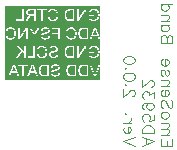
<source format=gbo>
G04 Layer: BottomSilkscreenLayer*
G04 EasyEDA Pro v1.9.26, 2022-12-23 16:44:12*
G04 Gerber Generator version 0.3*
G04 Scale: 100 percent, Rotated: No, Reflected: No*
G04 Dimensions in millimeters*
G04 Leading zeros omitted, absolute positions, 3 integers and 3 decimals*
%FSLAX33Y33*%
%MOMM*%
%ADD10C,0.1*%
G75*


G04 Text Start*
G04 //text: EmoSense Band *
G04 AD5932*
G04 Ver. 2.0.0 *
G54D10*
G01X21706Y-18618D02*
G01X20723Y-18618D01*
G01X21706Y-18618D02*
G01X21706Y-18009D01*
G01X21239Y-18618D02*
G01X21239Y-18245D01*
G01X20723Y-18618D02*
G01X20723Y-18009D01*
G01X21379Y-17683D02*
G01X20723Y-17683D01*
G01X21191Y-17683D02*
G01X21333Y-17544D01*
G01X21379Y-17450D01*
G01Y-17310D01*
G01X21333Y-17216D01*
G01X21191Y-17168D01*
G01X20723D01*
G01X21191Y-17168D02*
G01X21333Y-17028D01*
G01X21379Y-16934D01*
G01Y-16794D01*
G01X21333Y-16700D01*
G01X21191Y-16652D01*
G01X20723D01*
G01X21379Y-16093D02*
G01X21333Y-16187D01*
G01X21239Y-16281D01*
G01X21099Y-16327D01*
G01X21005D01*
G01X20863Y-16281D01*
G01X20769Y-16187D01*
G01X20723Y-16093D01*
G01Y-15954D01*
G01X20769Y-15860D01*
G01X20863Y-15766D01*
G01X21005Y-15720D01*
G01X21099D01*
G01X21239Y-15766D01*
G01X21333Y-15860D01*
G01X21379Y-15954D01*
G01Y-16093D01*
G01X21567Y-14737D02*
G01X21661Y-14831D01*
G01X21706Y-14973D01*
G01Y-15159D01*
G01X21661Y-15301D01*
G01X21567Y-15395D01*
G01X21473D01*
G01X21379Y-15347D01*
G01X21333Y-15301D01*
G01X21285Y-15207D01*
G01X21191Y-14925D01*
G01X21145Y-14831D01*
G01X21099Y-14785D01*
G01X21005Y-14737D01*
G01X20863D01*
G01X20769Y-14831D01*
G01X20723Y-14973D01*
G01Y-15159D01*
G01X20769Y-15301D01*
G01X20863Y-15395D01*
G01X21099Y-14412D02*
G01X21099Y-13851D01*
G01X21191D01*
G01X21285Y-13896D01*
G01X21333Y-13945D01*
G01X21379Y-14039D01*
G01Y-14178D01*
G01X21333Y-14272D01*
G01X21239Y-14366D01*
G01X21099Y-14412D01*
G01X21005D01*
G01X20863Y-14366D01*
G01X20769Y-14272D01*
G01X20723Y-14178D01*
G01Y-14039D01*
G01X20769Y-13945D01*
G01X20863Y-13851D01*
G01X21379Y-13525D02*
G01X20723Y-13525D01*
G01X21191Y-13525D02*
G01X21333Y-13386D01*
G01X21379Y-13292D01*
G01Y-13150D01*
G01X21333Y-13056D01*
G01X21191Y-13010D01*
G01X20723D01*
G01X21239Y-12169D02*
G01X21333Y-12215D01*
G01X21379Y-12357D01*
G01Y-12497D01*
G01X21333Y-12636D01*
G01X21239Y-12685D01*
G01X21145Y-12636D01*
G01X21099Y-12545D01*
G01X21051Y-12309D01*
G01X21005Y-12215D01*
G01X20911Y-12169D01*
G01X20863D01*
G01X20769Y-12215D01*
G01X20723Y-12357D01*
G01Y-12497D01*
G01X20769Y-12636D01*
G01X20863Y-12685D01*
G01X21099Y-11844D02*
G01X21099Y-11283D01*
G01X21191D01*
G01X21285Y-11328D01*
G01X21333Y-11374D01*
G01X21379Y-11468D01*
G01Y-11610D01*
G01X21333Y-11704D01*
G01X21239Y-11798D01*
G01X21099Y-11844D01*
G01X21005D01*
G01X20863Y-11798D01*
G01X20769Y-11704D01*
G01X20723Y-11610D01*
G01Y-11468D01*
G01X20769Y-11374D01*
G01X20863Y-11283D01*
G01X21706Y-9906D02*
G01X20723Y-9906D01*
G01X21706Y-9906D02*
G01X21706Y-9484D01*
G01X21661Y-9345D01*
G01X21615Y-9296D01*
G01X21521Y-9251D01*
G01X21427D01*
G01X21333Y-9296D01*
G01X21285Y-9345D01*
G01X21239Y-9484D01*
G01X21239Y-9906D02*
G01X21239Y-9484D01*
G01X21191Y-9345D01*
G01X21145Y-9296D01*
G01X21051Y-9251D01*
G01X20911D01*
G01X20817Y-9296D01*
G01X20769Y-9345D01*
G01X20723Y-9484D01*
G01Y-9906D01*
G01X21379Y-8362D02*
G01X20723Y-8362D01*
G01X21239Y-8362D02*
G01X21333Y-8456D01*
G01X21379Y-8550D01*
G01Y-8692D01*
G01X21333Y-8786D01*
G01X21239Y-8877D01*
G01X21099Y-8926D01*
G01X21005D01*
G01X20863Y-8877D01*
G01X20769Y-8786D01*
G01X20723Y-8692D01*
G01Y-8550D01*
G01X20769Y-8456D01*
G01X20863Y-8362D01*
G01X21379Y-8037D02*
G01X20723Y-8037D01*
G01X21191Y-8037D02*
G01X21333Y-7897D01*
G01X21379Y-7803D01*
G01Y-7663D01*
G01X21333Y-7569D01*
G01X21191Y-7521D01*
G01X20723D01*
G01X21706Y-6634D02*
G01X20723Y-6634D01*
G01X21239Y-6634D02*
G01X21333Y-6728D01*
G01X21379Y-6822D01*
G01Y-6962D01*
G01X21333Y-7056D01*
G01X21239Y-7150D01*
G01X21099Y-7198D01*
G01X21005D01*
G01X20863Y-7150D01*
G01X20769Y-7056D01*
G01X20723Y-6962D01*
G01Y-6822D01*
G01X20769Y-6728D01*
G01X20863Y-6634D01*
G01X20106Y-18245D02*
G01X19123Y-18618D01*
G01X20106Y-18245D02*
G01X19123Y-17869D01*
G01X19451Y-18478D02*
G01X19451Y-18009D01*
G01X20106Y-17544D02*
G01X19123Y-17544D01*
G01X20106Y-17544D02*
G01X20106Y-17216D01*
G01X20061Y-17076D01*
G01X19967Y-16982D01*
G01X19873Y-16934D01*
G01X19733Y-16888D01*
G01X19499D01*
G01X19357Y-16934D01*
G01X19263Y-16982D01*
G01X19169Y-17076D01*
G01X19123Y-17216D01*
G01Y-17544D01*
G01X20106Y-15999D02*
G01X20106Y-16469D01*
G01X19685Y-16515D01*
G01X19733Y-16469D01*
G01X19779Y-16327D01*
G01Y-16187D01*
G01X19733Y-16048D01*
G01X19639Y-15954D01*
G01X19499Y-15905D01*
G01X19405D01*
G01X19263Y-15954D01*
G01X19169Y-16048D01*
G01X19123Y-16187D01*
G01Y-16327D01*
G01X19169Y-16469D01*
G01X19217Y-16515D01*
G01X19311Y-16563D01*
G01X19779Y-14973D02*
G01X19639Y-15019D01*
G01X19545Y-15113D01*
G01X19499Y-15253D01*
G01Y-15301D01*
G01X19545Y-15441D01*
G01X19639Y-15535D01*
G01X19779Y-15580D01*
G01X19827D01*
G01X19967Y-15535D01*
G01X20061Y-15441D01*
G01X20106Y-15301D01*
G01Y-15253D01*
G01X20061Y-15113D01*
G01X19967Y-15019D01*
G01X19779Y-14973D01*
G01X19545D01*
G01X19311Y-15019D01*
G01X19169Y-15113D01*
G01X19123Y-15253D01*
G01Y-15347D01*
G01X19169Y-15489D01*
G01X19263Y-15535D01*
G01X20106Y-14554D02*
G01X20106Y-14039D01*
G01X19733Y-14318D01*
G01Y-14178D01*
G01X19685Y-14084D01*
G01X19639Y-14039D01*
G01X19499Y-13990D01*
G01X19405D01*
G01X19263Y-14039D01*
G01X19169Y-14133D01*
G01X19123Y-14272D01*
G01Y-14412D01*
G01X19169Y-14554D01*
G01X19217Y-14600D01*
G01X19311Y-14648D01*
G01X19873Y-13619D02*
G01X19921Y-13619D01*
G01X20015Y-13571D01*
G01X20061Y-13525D01*
G01X20106Y-13432D01*
G01Y-13244D01*
G01X20061Y-13150D01*
G01X20015Y-13104D01*
G01X19921Y-13056D01*
G01X19827D01*
G01X19733Y-13104D01*
G01X19591Y-13198D01*
G01X19123Y-13665D01*
G01Y-13010D01*
G01X18509Y-18618D02*
G01X17523Y-18245D01*
G01X18509Y-17869D02*
G01X17523Y-18245D01*
G01X17899Y-17544D02*
G01X17899Y-16982D01*
G01X17993D01*
G01X18084Y-17028D01*
G01X18133Y-17076D01*
G01X18178Y-17168D01*
G01Y-17310D01*
G01X18133Y-17404D01*
G01X18039Y-17498D01*
G01X17899Y-17544D01*
G01X17805D01*
G01X17663Y-17498D01*
G01X17569Y-17404D01*
G01X17523Y-17310D01*
G01Y-17168D01*
G01X17569Y-17076D01*
G01X17663Y-16982D01*
G01X18178Y-16657D02*
G01X17523Y-16657D01*
G01X17899Y-16657D02*
G01X18039Y-16609D01*
G01X18133Y-16515D01*
G01X18178Y-16421D01*
G01Y-16281D01*
G01X17757Y-15911D02*
G01X17711Y-15956D01*
G01X17663Y-15911D01*
G01X17711Y-15862D01*
G01X17757Y-15911D01*
G01X18272Y-14440D02*
G01X18321Y-14440D01*
G01X18415Y-14394D01*
G01X18460Y-14346D01*
G01X18509Y-14254D01*
G01Y-14067D01*
G01X18460Y-13973D01*
G01X18415Y-13924D01*
G01X18321Y-13879D01*
G01X18227D01*
G01X18133Y-13924D01*
G01X17993Y-14018D01*
G01X17523Y-14488D01*
G01Y-13830D01*
G01X17757Y-13459D02*
G01X17711Y-13508D01*
G01X17663Y-13459D01*
G01X17711Y-13414D01*
G01X17757Y-13459D01*
G01X18509Y-12807D02*
G01X18460Y-12946D01*
G01X18321Y-13040D01*
G01X18084Y-13089D01*
G01X17945D01*
G01X17711Y-13040D01*
G01X17569Y-12946D01*
G01X17523Y-12807D01*
G01Y-12713D01*
G01X17569Y-12573D01*
G01X17711Y-12479D01*
G01X17945Y-12431D01*
G01X18084D01*
G01X18321Y-12479D01*
G01X18460Y-12573D01*
G01X18509Y-12713D01*
G01Y-12807D01*
G01X17757Y-12060D02*
G01X17711Y-12106D01*
G01X17663Y-12060D01*
G01X17711Y-12012D01*
G01X17757Y-12060D01*
G01X18509Y-11407D02*
G01X18460Y-11547D01*
G01X18321Y-11641D01*
G01X18084Y-11687D01*
G01X17945D01*
G01X17711Y-11641D01*
G01X17569Y-11547D01*
G01X17523Y-11407D01*
G01Y-11313D01*
G01X17569Y-11171D01*
G01X17711Y-11079D01*
G01X17945Y-11031D01*
G01X18084D01*
G01X18321Y-11079D01*
G01X18460Y-11171D01*
G01X18509Y-11313D01*
G01Y-11407D01*
G04 //text: GND CTRL*
G04 ADC FSYNC*
G04 GND SCLK*
G04 VDD SDATA*
G36*
G01X7510Y-6775D02*
G01X7510Y-8039D01*
G01X8498D01*
G01Y-7921D01*
G01X8995D01*
G01Y-7038D01*
G01X9126D01*
G01Y-8039D01*
G01X9245D01*
G01X9251Y-8029D01*
G01X9259Y-8016D01*
G01X9268Y-8003D01*
G01X9273Y-7997D01*
G01X9278Y-7986D01*
G01X9291Y-7966D01*
G01X9298Y-7957D01*
G01X9311Y-7935D01*
G01X9319Y-7923D01*
G01X9328Y-7910D01*
G01X9332Y-7903D01*
G01X9338Y-7893D01*
G01X9342Y-7887D01*
G01X9351Y-7873D01*
G01X9379Y-7829D01*
G01X9386Y-7817D01*
G01X9396Y-7804D01*
G01X9400Y-7797D01*
G01X9405Y-7787D01*
G01X9409Y-7781D01*
G01X9419Y-7767D01*
G01X9430Y-7749D01*
G01X9450Y-7723D01*
G01X9462Y-7707D01*
G01X9482Y-7681D01*
G01X9486Y-7676D01*
G01X9490Y-7672D01*
G01X9496Y-7667D01*
G01X9500Y-7664D01*
G01X9506Y-7659D01*
G01X9513Y-7649D01*
G01X9521Y-7642D01*
G01X9527Y-7637D01*
G01X9532Y-7631D01*
G01X9535Y-7628D01*
G01X9538Y-7626D01*
G01X9549Y-7619D01*
G01X9553Y-7616D01*
G01X9557Y-7613D01*
G01X9563Y-7609D01*
G01X9575Y-7602D01*
G01X9588Y-7594D01*
G01X9593Y-7590D01*
G01X9595Y-7586D01*
G01X9591Y-7583D01*
G01X9587Y-7582D01*
G01X9576Y-7580D01*
G01X9556Y-7577D01*
G01X9548Y-7575D01*
G01X9529Y-7568D01*
G01X9512Y-7563D01*
G01X9500Y-7560D01*
G01X9479Y-7550D01*
G01X9467Y-7545D01*
G01X9462Y-7542D01*
G01X9457Y-7540D01*
G01X9446Y-7532D01*
G01X9440Y-7528D01*
G01X9428Y-7522D01*
G01X9424Y-7518D01*
G01X9415Y-7511D01*
G01X9409Y-7507D01*
G01X9404Y-7502D01*
G01X9397Y-7492D01*
G01X9391Y-7485D01*
G01X9385Y-7477D01*
G01X9379Y-7469D01*
G01X9374Y-7464D01*
G01X9372Y-7461D01*
G01X9366Y-7452D01*
G01X9361Y-7444D01*
G01X9357Y-7436D01*
G01X9352Y-7423D01*
G01X9348Y-7415D01*
G01X9345Y-7410D01*
G01X9343Y-7406D01*
G01X9342Y-7401D01*
G01X9338Y-7383D01*
G01X9334Y-7368D01*
G01X9332Y-7358D01*
G01X9331Y-7353D01*
G01X9330Y-7347D01*
G01Y-7333D01*
G01X9329Y-7323D01*
G01X9328Y-7316D01*
G01X9327Y-7312D01*
G01X9326Y-7306D01*
G01X9327Y-7302D01*
G01X9328Y-7295D01*
G01X9329Y-7290D01*
G01X9330Y-7264D01*
G01X9331Y-7256D01*
G01X9334Y-7245D01*
G01X9337Y-7230D01*
G01X9341Y-7221D01*
G01X9346Y-7208D01*
G01X9350Y-7195D01*
G01X9353Y-7188D01*
G01X9359Y-7177D01*
G01X9366Y-7163D01*
G01X9369Y-7157D01*
G01X9371Y-7154D01*
G01X9379Y-7145D01*
G01X9389Y-7130D01*
G01X9397Y-7120D01*
G01X9402Y-7116D01*
G01X9407Y-7111D01*
G01X9414Y-7106D01*
G01X9421Y-7100D01*
G01X9429Y-7093D01*
G01X9442Y-7085D01*
G01X9450Y-7081D01*
G01X9467Y-7073D01*
G01X9474Y-7069D01*
G01X9480Y-7066D01*
G01X9484Y-7064D01*
G01X9495Y-7059D01*
G01X9515Y-7054D01*
G01X9536Y-7051D01*
G01X9548Y-7047D01*
G01X9559Y-7045D01*
G01X9565Y-7044D01*
G01X9578Y-7043D01*
G01X9593Y-7042D01*
G01X9600Y-7041D01*
G01X9603Y-7040D01*
G01X9605D01*
G01X9644Y-7039D01*
G01X9870Y-7038D01*
G01X10132D01*
G01X10267D01*
G01X11065D01*
G01Y-7157D01*
G01X10734D01*
G01Y-7721D01*
G01X11150D01*
G01X11162Y-7719D01*
G01X11173Y-7717D01*
G01X11203Y-7708D01*
G01X11217Y-7705D01*
G01X11242Y-7700D01*
G01X11270Y-7692D01*
G01X11286Y-7687D01*
G01X11288Y-7702D01*
G01X11289Y-7709D01*
G01X11290Y-7716D01*
G01X11293Y-7723D01*
G01X11298Y-7734D01*
G01X11301Y-7750D01*
G01X11305Y-7759D01*
G01X11312Y-7775D01*
G01X11318Y-7790D01*
G01X11323Y-7798D01*
G01X11339Y-7824D01*
G01X11344Y-7830D01*
G01X11351Y-7839D01*
G01X11356Y-7845D01*
G01X11361Y-7851D01*
G01X11370Y-7857D01*
G01X11377Y-7866D01*
G01X11382Y-7871D01*
G01X11391Y-7878D01*
G01X11398Y-7885D01*
G01X11407Y-7891D01*
G01X11419Y-7899D01*
G01X11426Y-7903D01*
G01X11443Y-7911D01*
G01X11451Y-7915D01*
G01X11456Y-7918D01*
G01X11461Y-7921D01*
G01X11472Y-7925D01*
G01X11500Y-7933D01*
G01X11510Y-7936D01*
G01X11516Y-7937D01*
G01X11527D01*
G01X11535Y-7939D01*
G01X11540Y-7940D01*
G01X11547Y-7941D01*
G01X11573Y-7942D01*
G01X11582D01*
G01X11614Y-7941D01*
G01X11625Y-7940D01*
G01X11631Y-7939D01*
G01X11641Y-7936D01*
G01X11655Y-7934D01*
G01X11662Y-7933D01*
G01X11669Y-7930D01*
G01X11680Y-7925D01*
G01X11691Y-7923D01*
G01X11696Y-7921D01*
G01X11702Y-7919D01*
G01X11706Y-7917D01*
G01X11715Y-7912D01*
G01X11730Y-7905D01*
G01X11735Y-7903D01*
G01X11739Y-7900D01*
G01X11759Y-7887D01*
G01X11770Y-7878D01*
G01X11781Y-7870D01*
G01X11785Y-7866D01*
G01X11789Y-7861D01*
G01X11793Y-7856D01*
G01X11798Y-7851D01*
G01X11807Y-7844D01*
G01X11812Y-7838D01*
G01X11828Y-7814D01*
G01X11835Y-7804D01*
G01X11843Y-7789D01*
G01X11846Y-7785D01*
G01X11851Y-7773D01*
G01X11854Y-7766D01*
G01X11860Y-7751D01*
G01X11864Y-7742D01*
G01X11867Y-7733D01*
G01X11871Y-7718D01*
G01X11876Y-7706D01*
G01X11879Y-7698D01*
G01X11881Y-7691D01*
G01X11884Y-7669D01*
G01X11887Y-7656D01*
G01X11889Y-7645D01*
G01X11890Y-7638D01*
G01X11894Y-7604D01*
G01X11896Y-7586D01*
G01X11897Y-7542D01*
G01Y-7534D01*
G01X11898Y-7531D01*
G01X11899Y-7528D01*
G01Y-7522D01*
G01X11897Y-7515D01*
G01Y-7509D01*
G01X11896Y-7469D01*
G01X11895Y-7459D01*
G01X11894Y-7456D01*
G01X11893Y-7449D01*
G01X11892Y-7434D01*
G01X11891Y-7425D01*
G01X11889Y-7418D01*
G01X11887Y-7409D01*
G01X11884Y-7392D01*
G01X11875Y-7365D01*
G01X11871Y-7353D01*
G01X11867Y-7337D01*
G01X11865Y-7330D01*
G01X11863Y-7326D01*
G01X11860Y-7321D01*
G01X11858Y-7317D01*
G01X11852Y-7299D01*
G01X11849Y-7293D01*
G01X11847Y-7290D01*
G01X11841Y-7283D01*
G01X11834Y-7272D01*
G01X11832Y-7266D01*
G01X11824Y-7257D01*
G01X11814Y-7243D01*
G01X11809Y-7236D01*
G01X11804Y-7231D01*
G01X11795Y-7224D01*
G01X11788Y-7215D01*
G01X11785Y-7212D01*
G01X11781Y-7209D01*
G01X11770Y-7202D01*
G01X11765Y-7198D01*
G01X11762Y-7195D01*
G01X11758Y-7190D01*
G01X11756Y-7188D01*
G01X11753Y-7186D01*
G01X11747Y-7183D01*
G01X11740Y-7180D01*
G01X11730Y-7174D01*
G01X11713Y-7166D01*
G01X11705Y-7162D01*
G01X11700Y-7159D01*
G01X11696Y-7157D01*
G01X11692Y-7156D01*
G01X11677Y-7153D01*
G01X11662Y-7149D01*
G01X11653Y-7147D01*
G01X11631Y-7142D01*
G01X11618Y-7140D01*
G01X11602Y-7138D01*
G01X11583Y-7136D01*
G01X11557D01*
G01X11538D01*
G01X11528Y-7137D01*
G01X11522Y-7139D01*
G01X11514Y-7140D01*
G01X11502D01*
G01X11496Y-7142D01*
G01X11474Y-7149D01*
G01X11464Y-7152D01*
G01X11455Y-7155D01*
G01X11440Y-7162D01*
G01X11427Y-7167D01*
G01X11421Y-7171D01*
G01X11418Y-7173D01*
G01X11411Y-7179D01*
G01X11397Y-7188D01*
G01X11391Y-7192D01*
G01X11388Y-7196D01*
G01X11385Y-7200D01*
G01X11380Y-7205D01*
G01X11371Y-7213D01*
G01X11366Y-7218D01*
G01X11360Y-7227D01*
G01X11355Y-7231D01*
G01X11353Y-7235D01*
G01X11347Y-7244D01*
G01X11332Y-7268D01*
G01X11325Y-7285D01*
G01X11320Y-7293D01*
G01X11317Y-7298D01*
G01X11314Y-7306D01*
G01X11311Y-7318D01*
G01X11307Y-7326D01*
G01X11300Y-7340D01*
G01X11299Y-7341D01*
G01X11296Y-7343D01*
G01X11293D01*
G01X11290Y-7344D01*
G01X11282Y-7343D01*
G01X11275Y-7342D01*
G01X11254Y-7335D01*
G01X11240Y-7331D01*
G01X11215Y-7326D01*
G01X11203Y-7323D01*
G01X11194Y-7321D01*
G01X11182Y-7319D01*
G01X11178Y-7317D01*
G01X11175Y-7316D01*
G01X11173Y-7315D01*
G01X11172Y-7313D01*
G01X11171Y-7312D01*
G01X11169Y-7309D01*
G01Y-7305D01*
G01Y-7301D01*
G01X11173Y-7292D01*
G01X11176Y-7283D01*
G01X11179Y-7273D01*
G01X11181Y-7266D01*
G01X11183Y-7262D01*
G01X11186Y-7257D01*
G01X11189Y-7250D01*
G01X11193Y-7238D01*
G01X11196Y-7231D01*
G01X11207Y-7214D01*
G01X11220Y-7193D01*
G01X11225Y-7185D01*
G01X11234Y-7172D01*
G01X11245Y-7158D01*
G01X11250Y-7152D01*
G01X11255Y-7147D01*
G01X11264Y-7139D01*
G01X11271Y-7130D01*
G01X11276Y-7125D01*
G01X11285Y-7118D01*
G01X11290Y-7113D01*
G01X11292Y-7109D01*
G01X11294Y-7107D01*
G01X11297Y-7105D01*
G01X11304Y-7103D01*
G01X11306Y-7101D01*
G01X11309Y-7099D01*
G01X11313Y-7095D01*
G01X11322Y-7089D01*
G01X11334Y-7081D01*
G01X11341Y-7076D01*
G01X11357Y-7068D01*
G01X11368Y-7062D01*
G01X11372Y-7059D01*
G01X11383Y-7055D01*
G01X11395Y-7051D01*
G01X11409Y-7044D01*
G01X11418Y-7041D01*
G01X11433Y-7038D01*
G01X11448Y-7034D01*
G01X11457Y-7032D01*
G01X11479Y-7028D01*
G01X11491Y-7026D01*
G01X11508Y-7023D01*
G01X11523Y-7022D01*
G01X11576Y-7021D01*
G01X11619Y-7022D01*
G01X11629Y-7023D01*
G01X11631D01*
G01X11635Y-7024D01*
G01X11642Y-7025D01*
G01X11654Y-7026D01*
G01X11665Y-7029D01*
G01X11675Y-7031D01*
G01X11689Y-7033D01*
G01X11695Y-7034D01*
G01X11703Y-7037D01*
G01X11714Y-7042D01*
G01X11730Y-7045D01*
G01X11739Y-7049D01*
G01X11752Y-7055D01*
G01X11765Y-7059D01*
G01X11772Y-7062D01*
G01X11783Y-7068D01*
G01X11800Y-7075D01*
G01X11808Y-7079D01*
G01X11844Y-7102D01*
G01X11855Y-7110D01*
G01X11874Y-7125D01*
G01X11881Y-7129D01*
G01X11886Y-7135D01*
G01X11893Y-7143D01*
G01X11901Y-7151D01*
G01X11907Y-7156D01*
G01X11914Y-7165D01*
G01X11920Y-7169D01*
G01X11923Y-7172D01*
G01X11927Y-7177D01*
G01X11929Y-7183D01*
G01X11931Y-7186D01*
G01X11932Y-7189D01*
G01X11936Y-7193D01*
G01X11943Y-7201D01*
G01X11957Y-7221D01*
G01X11959Y-7225D01*
G01X11962Y-7230D01*
G01X11968Y-7245D01*
G01X11971Y-7248D01*
G01X11973Y-7250D01*
G01X11975Y-7253D01*
G01X11979Y-7260D01*
G01X11981Y-7265D01*
G01X11990Y-7286D01*
G01X11996Y-7301D01*
G01X12002Y-7312D01*
G01X12007Y-7326D01*
G01X12011Y-7339D01*
G01X12015Y-7359D01*
G01X12019Y-7374D01*
G01X12021Y-7384D01*
G01X12026Y-7405D01*
G01X12030Y-7431D01*
G01X12035Y-7465D01*
G01Y-7477D01*
G01X12036Y-7532D01*
G01X12568D01*
G01Y-7527D01*
G01X12569Y-7522D01*
G01X12570Y-7511D01*
G01X12571Y-7456D01*
G01X12572Y-7445D01*
G01X12574Y-7440D01*
G01X12575Y-7432D01*
G01X12576Y-7417D01*
G01X12577Y-7411D01*
G01X12579Y-7406D01*
G01X12581Y-7395D01*
G01X12584Y-7375D01*
G01X12588Y-7359D01*
G01X12592Y-7341D01*
G01X12600Y-7314D01*
G01X12608Y-7293D01*
G01X12618Y-7269D01*
G01X12621Y-7262D01*
G01X12625Y-7254D01*
G01X12630Y-7245D01*
G01X12637Y-7230D01*
G01X12640Y-7225D01*
G01X12642Y-7222D01*
G01X12645Y-7218D01*
G01X12649Y-7212D01*
G01X12656Y-7200D01*
G01X12659Y-7196D01*
G01X12666Y-7188D01*
G01X12673Y-7179D01*
G01X12679Y-7171D01*
G01X12685Y-7163D01*
G01X12690Y-7157D01*
G01X12699Y-7151D01*
G01X12705Y-7145D01*
G01X12712Y-7136D01*
G01X12717Y-7131D01*
G01X12726Y-7125D01*
G01X12736Y-7117D01*
G01X12753Y-7104D01*
G01X12760Y-7099D01*
G01X12766Y-7096D01*
G01X12778Y-7089D01*
G01X12788Y-7083D01*
G01X12792Y-7081D01*
G01X12802Y-7076D01*
G01X12823Y-7068D01*
G01X12844Y-7060D01*
G01X12856Y-7057D01*
G01X12866Y-7054D01*
G01X12883Y-7051D01*
G01X12895Y-7047D01*
G01X12908Y-7045D01*
G01X12917Y-7044D01*
G01X12938Y-7042D01*
G01X12952D01*
G01X12959Y-7040D01*
G01X12961D01*
G01X12975Y-7039D01*
G01X13182Y-7038D01*
G01X13398D01*
G01X13619D01*
G01X13751D01*
G01Y-7424D01*
G01X13753Y-7796D01*
G01X13754Y-7806D01*
G01Y-7808D01*
G01X13755D01*
G01X13757Y-7806D01*
G01X13759Y-7804D01*
G01X13762Y-7800D01*
G01X13773Y-7783D01*
G01X13784Y-7767D01*
G01X13799Y-7745D01*
G01X13810Y-7729D01*
G01X13824Y-7706D01*
G01X13835Y-7691D01*
G01X13850Y-7668D01*
G01X13861Y-7653D01*
G01X13875Y-7630D01*
G01X13886Y-7614D01*
G01X13900Y-7592D01*
G01X13912Y-7576D01*
G01X13923Y-7559D01*
G01X13933Y-7545D01*
G01X13941Y-7535D01*
G01X13948Y-7524D01*
G01X13956Y-7511D01*
G01X13966Y-7496D01*
G01X13981Y-7473D01*
G01X13992Y-7457D01*
G01X14007Y-7435D01*
G01X14018Y-7419D01*
G01X14032Y-7397D01*
G01X14043Y-7381D01*
G01X14057Y-7359D01*
G01X14069Y-7343D01*
G01X14083Y-7321D01*
G01X14094Y-7305D01*
G01X14108Y-7282D01*
G01X14119Y-7266D01*
G01X14134Y-7244D01*
G01X14145Y-7228D01*
G01X14159Y-7206D01*
G01X14170Y-7190D01*
G01X14185Y-7168D01*
G01X14196Y-7152D01*
G01X14210Y-7130D01*
G01X14221Y-7114D01*
G01X14236Y-7092D01*
G01X14247Y-7076D01*
G01X14257Y-7061D01*
G01X14260Y-7056D01*
G01X14264Y-7051D01*
G01X14268Y-7046D01*
G01X14271Y-7044D01*
G01X14276Y-7043D01*
G01X14282Y-7041D01*
G01X14302Y-7039D01*
G01X14344Y-7038D01*
G01X14412D01*
G01Y-7715D01*
G01X14603D01*
G01Y-7530D01*
G01X14616Y-7528D01*
G01X14628Y-7527D01*
G01X14777Y-7526D01*
G01X14929Y-7528D01*
G01X14935D01*
G01X14936D01*
G01X14938Y-7529D01*
G01X14946Y-7530D01*
G01X14987D01*
G01X15032D01*
G01Y-7649D01*
G01X14735D01*
G01Y-7740D01*
G01X14736Y-7802D01*
G01X14737Y-7819D01*
G01X14739Y-7830D01*
G01Y-7833D01*
G01X14740Y-7834D01*
G01Y-7835D01*
G01X14741D01*
G01X14747Y-7840D01*
G01X14754Y-7847D01*
G01X14757Y-7849D01*
G01X14767Y-7855D01*
G01X14791Y-7869D01*
G01X14808Y-7877D01*
G01X14816Y-7881D01*
G01X14825Y-7887D01*
G01X14849Y-7897D01*
G01X14861Y-7902D01*
G01X14875Y-7908D01*
G01X14900Y-7916D01*
G01X14910Y-7919D01*
G01X14919Y-7921D01*
G01X14937Y-7925D01*
G01X14948Y-7928D01*
G01X14961Y-7930D01*
G01X14970Y-7931D01*
G01X14991Y-7933D01*
G01X15006Y-7934D01*
G01X15012Y-7935D01*
G01X15016Y-7936D01*
G01X15026Y-7937D01*
G01X15037D01*
G01X15047Y-7936D01*
G01X15051Y-7935D01*
G01X15055Y-7934D01*
G01X15060D01*
G01X15085Y-7933D01*
G01X15094Y-7932D01*
G01X15101Y-7930D01*
G01X15111Y-7928D01*
G01X15126Y-7926D01*
G01X15132Y-7924D01*
G01X15139Y-7922D01*
G01X15151Y-7917D01*
G01X15166Y-7913D01*
G01X15175Y-7910D01*
G01X15191Y-7902D01*
G01X15199Y-7899D01*
G01X15214Y-7893D01*
G01X15226Y-7887D01*
G01X15250Y-7872D01*
G01X15255Y-7868D01*
G01X15261Y-7864D01*
G01X15264Y-7861D01*
G01X15267Y-7856D01*
G01X15269Y-7854D01*
G01X15273Y-7852D01*
G01X15279Y-7849D01*
G01X15281Y-7848D01*
G01X15284Y-7845D01*
G01X15288Y-7839D01*
G01X15294Y-7834D01*
G01X15300Y-7829D01*
G01X15302Y-7826D01*
G01X15305Y-7823D01*
G01X15310Y-7815D01*
G01X15315Y-7808D01*
G01X15318Y-7806D01*
G01X15321Y-7804D01*
G01X15323Y-7801D01*
G01X15325Y-7798D01*
G01X15327Y-7792D01*
G01X15331Y-7786D01*
G01X15343Y-7766D01*
G01X15349Y-7755D01*
G01X15352Y-7749D01*
G01X15357Y-7734D01*
G01X15361Y-7725D01*
G01X15364Y-7720D01*
G01X15366Y-7716D01*
G01X15368Y-7710D01*
G01X15370Y-7698D01*
G01X15372Y-7693D01*
G01X15373Y-7688D01*
G01X15377Y-7678D01*
G01X15379Y-7672D01*
G01X15380Y-7664D01*
G01X15384Y-7639D01*
G01X15385Y-7631D01*
G01X15387Y-7627D01*
G01X15388Y-7619D01*
G01Y-7607D01*
G01X15390Y-7600D01*
G01Y-7598D01*
G01X15391Y-7587D01*
G01X15392Y-7532D01*
G01X15391Y-7477D01*
G01X15390Y-7466D01*
G01X15389Y-7461D01*
G01X15388Y-7454D01*
G01X15387Y-7442D01*
G01X15386Y-7435D01*
G01X15385Y-7431D01*
G01X15383Y-7422D01*
G01X15379Y-7405D01*
G01X15362Y-7352D01*
G01X15355Y-7331D01*
G01X15351Y-7321D01*
G01X15347Y-7313D01*
G01X15341Y-7305D01*
G01X15333Y-7290D01*
G01X15329Y-7284D01*
G01X15320Y-7271D01*
G01X15311Y-7256D01*
G01X15306Y-7250D01*
G01X15302Y-7247D01*
G01X15298Y-7244D01*
G01X15293Y-7238D01*
G01X15286Y-7229D01*
G01X15277Y-7223D01*
G01X15271Y-7217D01*
G01X15267Y-7211D01*
G01X15264Y-7209D01*
G01X15260Y-7206D01*
G01X15249Y-7199D01*
G01X15245Y-7196D01*
G01X15242Y-7193D01*
G01X15235Y-7189D01*
G01X15223Y-7183D01*
G01X15213Y-7176D01*
G01X15208Y-7174D01*
G01X15197Y-7169D01*
G01X15185Y-7165D01*
G01X15169Y-7158D01*
G01X15155Y-7153D01*
G01X15148Y-7151D01*
G01X15141Y-7149D01*
G01X15129Y-7147D01*
G01X15110Y-7144D01*
G01X15098Y-7141D01*
G01X15091Y-7140D01*
G01X15079Y-7139D01*
G01X15072Y-7138D01*
G01X15070Y-7137D01*
G01X15063Y-7136D01*
G01X15036D01*
G01X15027D01*
G01X14996D01*
G01X14985Y-7137D01*
G01X14979Y-7139D01*
G01X14972Y-7140D01*
G01X14960D01*
G01X14953Y-7142D01*
G01X14932Y-7149D01*
G01X14904Y-7157D01*
G01X14893Y-7161D01*
G01X14866Y-7174D01*
G01X14860Y-7178D01*
G01X14853Y-7182D01*
G01X14829Y-7199D01*
G01X14821Y-7205D01*
G01X14813Y-7212D01*
G01X14810Y-7214D01*
G01X14808Y-7217D01*
G01X14806Y-7220D01*
G01X14803Y-7226D01*
G01X14802Y-7228D01*
G01X14799Y-7231D01*
G01X14793Y-7235D01*
G01X14791Y-7238D01*
G01X14789Y-7241D01*
G01X14786Y-7247D01*
G01X14783Y-7253D01*
G01X14777Y-7264D01*
G01X14770Y-7281D01*
G01X14766Y-7289D01*
G01X14762Y-7294D01*
G01X14759Y-7301D01*
G01X14755Y-7314D01*
G01X14750Y-7327D01*
G01X14746Y-7337D01*
G01X14743Y-7352D01*
G01X14728Y-7350D01*
G01X14721Y-7349D01*
G01X14715Y-7347D01*
G01X14707Y-7345D01*
G01X14697Y-7341D01*
G01X14692Y-7339D01*
G01X14675Y-7336D01*
G01X14669Y-7335D01*
G01X14660Y-7332D01*
G01X14651Y-7328D01*
G01X14645Y-7326D01*
G01X14631Y-7324D01*
G01X14628Y-7323D01*
G01X14626Y-7322D01*
G01X14624Y-7321D01*
G01X14621Y-7318D01*
G01X14620Y-7316D01*
G01Y-7310D01*
G01X14621Y-7306D01*
G01X14622Y-7301D01*
G01X14626Y-7292D01*
G01X14629Y-7283D01*
G01X14633Y-7268D01*
G01X14640Y-7252D01*
G01X14646Y-7237D01*
G01X14649Y-7229D01*
G01X14653Y-7220D01*
G01X14658Y-7211D01*
G01X14665Y-7196D01*
G01X14668Y-7191D01*
G01X14671Y-7186D01*
G01X14683Y-7169D01*
G01X14693Y-7154D01*
G01X14698Y-7148D01*
G01X14701Y-7146D01*
G01X14706Y-7142D01*
G01X14711Y-7136D01*
G01X14718Y-7128D01*
G01X14727Y-7121D01*
G01X14733Y-7116D01*
G01X14737Y-7109D01*
G01X14739Y-7107D01*
G01X14742Y-7105D01*
G01X14748Y-7103D01*
G01X14751Y-7101D01*
G01X14758Y-7095D01*
G01X14765Y-7091D01*
G01X14775Y-7086D01*
G01X14781Y-7082D01*
G01X14790Y-7075D01*
G01X14796Y-7072D01*
G01X14801Y-7070D01*
G01X14810Y-7067D01*
G01X14817Y-7064D01*
G01X14825Y-7059D01*
G01X14834Y-7055D01*
G01X14854Y-7047D01*
G01X14857Y-7046D01*
G01X14885Y-7038D01*
G01X14897Y-7035D01*
G01X14909Y-7033D01*
G01X14931Y-7030D01*
G01X14944Y-7027D01*
G01X14952Y-7026D01*
G01X14967Y-7025D01*
G01X14973Y-7024D01*
G01X14977Y-7023D01*
G01X14987Y-7022D01*
G01X15040Y-7021D01*
G01X15094Y-7022D01*
G01X15104Y-7023D01*
G01X15109Y-7024D01*
G01X15118Y-7025D01*
G01X15132Y-7026D01*
G01X15138Y-7027D01*
G01X15143Y-7029D01*
G01X15154Y-7031D01*
G01X15173Y-7034D01*
G01X15182Y-7036D01*
G01X15227Y-7051D01*
G01X15247Y-7058D01*
G01X15271Y-7068D01*
G01X15279Y-7071D01*
G01X15287Y-7075D01*
G01X15295Y-7081D01*
G01X15310Y-7088D01*
G01X15316Y-7092D01*
G01X15329Y-7102D01*
G01X15346Y-7113D01*
G01X15353Y-7118D01*
G01X15361Y-7125D01*
G01X15368Y-7129D01*
G01X15373Y-7135D01*
G01X15380Y-7143D01*
G01X15389Y-7151D01*
G01X15394Y-7156D01*
G01X15401Y-7165D01*
G01X15407Y-7169D01*
G01X15412Y-7174D01*
G01X15414Y-7177D01*
G01X15417Y-7183D01*
G01X15418Y-7186D01*
G01X15420Y-7189D01*
G01X15424Y-7193D01*
G01X15431Y-7201D01*
G01X15445Y-7223D01*
G01X15449Y-7229D01*
G01X15456Y-7241D01*
G01X15462Y-7252D01*
G01X15464Y-7256D01*
G01X15472Y-7273D01*
G01X15476Y-7281D01*
G01X15479Y-7285D01*
G01X15482Y-7293D01*
G01X15486Y-7306D01*
G01X15493Y-7321D01*
G01X15498Y-7335D01*
G01X15507Y-7360D01*
G01X15510Y-7370D01*
G01X15512Y-7380D01*
G01X15515Y-7397D01*
G01X15518Y-7409D01*
G01X15520Y-7419D01*
G01X15521Y-7426D01*
G01X15527Y-7459D01*
G01X15528Y-7471D01*
G01X15529Y-7479D01*
G01X15530Y-7486D01*
G01X15531Y-7488D01*
G01Y-7498D01*
G01X15532Y-7549D01*
G01X15531Y-7601D01*
G01Y-7611D01*
G01X15529Y-7616D01*
G01X15528Y-7625D01*
G01Y-7639D01*
G01X15527Y-7645D01*
G01X15524Y-7651D01*
G01X15522Y-7663D01*
G01X15519Y-7685D01*
G01X15517Y-7694D01*
G01X15511Y-7715D01*
G01X15503Y-7742D01*
G01X15498Y-7754D01*
G01X15491Y-7770D01*
G01X15485Y-7785D01*
G01X15482Y-7793D01*
G01X15478Y-7802D01*
G01X15473Y-7811D01*
G01X15464Y-7827D01*
G01X15449Y-7851D01*
G01X15444Y-7858D01*
G01X15435Y-7872D01*
G01X15424Y-7885D01*
G01X15420Y-7892D01*
G01X15414Y-7897D01*
G01X15408Y-7902D01*
G01X15402Y-7908D01*
G01X15392Y-7920D01*
G01X15387Y-7924D01*
G01X15383Y-7927D01*
G01X15378Y-7932D01*
G01X15373Y-7939D01*
G01X15370Y-7942D01*
G01X15365Y-7945D01*
G01X15353Y-7953D01*
G01X15347Y-7958D01*
G01X15343Y-7961D01*
G01X15340Y-7963D01*
G01X15330Y-7970D01*
G01X15297Y-7990D01*
G01X15289Y-7995D01*
G01X15281Y-7999D01*
G01X15268Y-8005D01*
G01X15260Y-8009D01*
G01X15255Y-8012D01*
G01X15248Y-8015D01*
G01X15235Y-8019D01*
G01X15222Y-8024D01*
G01X15213Y-8027D01*
G01X15198Y-8031D01*
G01X15165Y-8041D01*
G01X15158Y-8043D01*
G01X15146Y-8045D01*
G01X15128Y-8048D01*
G01X15115Y-8051D01*
G01X15108Y-8052D01*
G01X15096Y-8053D01*
G01X15089Y-8054D01*
G01X15085Y-8055D01*
G01X15077Y-8056D01*
G01X15036Y-8057D01*
G01X15028D01*
G01X15026Y-8058D01*
G01X15025D01*
G01X15024Y-8059D01*
G01X15021D01*
G01X15012Y-8058D01*
G01X15006Y-8057D01*
G01X14994Y-8056D01*
G01X14958D01*
G01X14947Y-8055D01*
G01X14941Y-8053D01*
G01X14934Y-8052D01*
G01X14922Y-8051D01*
G01X14911Y-8049D01*
G01X14901Y-8047D01*
G01X14881Y-8044D01*
G01X14872Y-8042D01*
G01X14803Y-8018D01*
G01X14791Y-8014D01*
G01X14770Y-8005D01*
G01X14755Y-7998D01*
G01X14747Y-7994D01*
G01X14738Y-7988D01*
G01X14721Y-7981D01*
G01X14713Y-7977D01*
G01X14653Y-7940D01*
G01X14647Y-7934D01*
G01X14643Y-7931D01*
G01X14640Y-7928D01*
G01X14624Y-7918D01*
G01X14617Y-7913D01*
G01X14608Y-7903D01*
G01X14607Y-7900D01*
G01X14604Y-7875D01*
G01X14603Y-7715D01*
G01X14412D01*
G01Y-8039D01*
G01X14280D01*
G01Y-7653D01*
G01X14278Y-7282D01*
G01X14277Y-7271D01*
G01Y-7269D01*
G01X14276D01*
G01X14274Y-7271D01*
G01X14272Y-7274D01*
G01X14269Y-7277D01*
G01X14258Y-7294D01*
G01X14247Y-7310D01*
G01X14232Y-7332D01*
G01X14221Y-7348D01*
G01X14207Y-7371D01*
G01X14196Y-7386D01*
G01X14181Y-7409D01*
G01X14170Y-7425D01*
G01X14156Y-7447D01*
G01X14145Y-7463D01*
G01X14131Y-7485D01*
G01X14119Y-7501D01*
G01X14105Y-7523D01*
G01X14094Y-7539D01*
G01X14080Y-7562D01*
G01X14069Y-7577D01*
G01X14054Y-7600D01*
G01X14043Y-7615D01*
G01X14029Y-7638D01*
G01X14018Y-7654D01*
G01X14004Y-7676D01*
G01X13992Y-7692D01*
G01X13978Y-7714D01*
G01X13966Y-7730D01*
G01X13952Y-7753D01*
G01X13941Y-7768D01*
G01X13927Y-7791D01*
G01X13916Y-7806D01*
G01X13901Y-7829D01*
G01X13890Y-7845D01*
G01X13876Y-7867D01*
G01X13865Y-7883D01*
G01X13851Y-7905D01*
G01X13839Y-7921D01*
G01X13825Y-7944D01*
G01X13814Y-7959D01*
G01X13800Y-7982D01*
G01X13789Y-7997D01*
G01X13774Y-8020D01*
G01X13766Y-8030D01*
G01X13763Y-8034D01*
G01X13760Y-8036D01*
G01X13758Y-8037D01*
G01X13757D01*
G01X13754Y-8038D01*
G01X13743Y-8039D01*
G01X13685D01*
G01X13619D01*
G01Y-7038D01*
G01X13398D01*
G01Y-8039D01*
G01X13175D01*
G01X12952Y-8038D01*
G01X12947D01*
G01X12946Y-8037D01*
G01X12943Y-8036D01*
G01X12935Y-8035D01*
G01X12920D01*
G01X12914Y-8034D01*
G01X12909Y-8032D01*
G01X12898Y-8030D01*
G01X12878Y-8026D01*
G01X12870Y-8024D01*
G01X12825Y-8010D01*
G01X12805Y-8002D01*
G01X12795Y-7998D01*
G01X12787Y-7994D01*
G01X12751Y-7972D01*
G01X12739Y-7963D01*
G01X12734Y-7959D01*
G01X12723Y-7950D01*
G01X12717Y-7944D01*
G01X12709Y-7937D01*
G01X12706Y-7935D01*
G01X12704Y-7933D01*
G01X12702Y-7930D01*
G01X12699Y-7924D01*
G01X12695Y-7919D01*
G01X12689Y-7914D01*
G01X12685Y-7911D01*
G01X12682Y-7907D01*
G01X12676Y-7896D01*
G01X12671Y-7891D01*
G01X12668Y-7888D01*
G01X12663Y-7884D01*
G01X12661Y-7881D01*
G01X12659Y-7878D01*
G01X12657Y-7870D01*
G01X12655Y-7866D01*
G01X12654Y-7863D01*
G01X12649Y-7859D01*
G01X12647Y-7855D01*
G01X12641Y-7846D01*
G01X12637Y-7838D01*
G01X12632Y-7830D01*
G01X12624Y-7810D01*
G01X12617Y-7795D01*
G01X12613Y-7787D01*
G01X12606Y-7767D01*
G01X12596Y-7738D01*
G01X12593Y-7729D01*
G01X12591Y-7719D01*
G01X12588Y-7701D01*
G01X12585Y-7690D01*
G01X12583Y-7679D01*
G01X12582Y-7672D01*
G01X12576Y-7639D01*
G01X12575Y-7628D01*
G01Y-7620D01*
G01X12573Y-7613D01*
G01X12572Y-7608D01*
G01X12571Y-7600D01*
G01X12570Y-7546D01*
G01X12569Y-7537D01*
G01Y-7535D01*
G01X12568Y-7532D01*
G01X12036D01*
G01X12037Y-7545D01*
G01X12036Y-7600D01*
G01X12035Y-7611D01*
G01X12034Y-7616D01*
G01X12032Y-7624D01*
G01X12031Y-7636D01*
G01X12029Y-7646D01*
G01X12027Y-7658D01*
G01X12024Y-7680D01*
G01X12021Y-7689D01*
G01X12015Y-7710D01*
G01X12010Y-7730D01*
G01X12008Y-7741D01*
G01X12005Y-7751D01*
G01X11999Y-7764D01*
G01X11995Y-7776D01*
G01X11992Y-7785D01*
G01X11986Y-7797D01*
G01X11982Y-7810D01*
G01X11979Y-7818D01*
G01X11973Y-7828D01*
G01X11966Y-7843D01*
G01X11964Y-7848D01*
G01X11961Y-7853D01*
G01X11952Y-7866D01*
G01X11934Y-7893D01*
G01X11926Y-7905D01*
G01X11918Y-7915D01*
G01X11914Y-7919D01*
G01X11909Y-7924D01*
G01X11904Y-7927D01*
G01X11902Y-7929D01*
G01X11900Y-7932D01*
G01X11897Y-7939D01*
G01X11895Y-7941D01*
G01X11892Y-7944D01*
G01X11884Y-7948D01*
G01X11881Y-7951D01*
G01X11878Y-7954D01*
G01X11873Y-7960D01*
G01X11867Y-7965D01*
G01X11850Y-7978D01*
G01X11840Y-7984D01*
G01X11810Y-8003D01*
G01X11806Y-8006D01*
G01X11789Y-8013D01*
G01X11782Y-8017D01*
G01X11776Y-8020D01*
G01X11772Y-8022D01*
G01X11761Y-8026D01*
G01X11735Y-8035D01*
G01X11726Y-8038D01*
G01X11716Y-8040D01*
G01X11699Y-8044D01*
G01X11687Y-8047D01*
G01X11676Y-8049D01*
G01X11669Y-8050D01*
G01X11640Y-8054D01*
G01X11627Y-8055D01*
G01X11606Y-8056D01*
G01X11583D01*
G01X11575Y-8057D01*
G01X11573Y-8058D01*
G01X11572D01*
G01X11570Y-8059D01*
G01X11562D01*
G01X11543Y-8057D01*
G01X11505Y-8056D01*
G01X11498Y-8055D01*
G01X11492Y-8054D01*
G01X11487Y-8053D01*
G01X11476Y-8051D01*
G01X11460Y-8049D01*
G01X11453Y-8047D01*
G01X11445Y-8045D01*
G01X11438Y-8042D01*
G01X11433Y-8040D01*
G01X11427Y-8039D01*
G01X11415Y-8036D01*
G01X11408Y-8034D01*
G01X11404Y-8032D01*
G01X11395Y-8027D01*
G01X11383Y-8023D01*
G01X11376Y-8020D01*
G01X11365Y-8014D01*
G01X11350Y-8008D01*
G01X11345Y-8005D01*
G01X11341Y-8002D01*
G01X11327Y-7993D01*
G01X11310Y-7982D01*
G01X11304Y-7977D01*
G01X11295Y-7970D01*
G01X11289Y-7965D01*
G01X11284Y-7960D01*
G01X11277Y-7951D01*
G01X11267Y-7944D01*
G01X11262Y-7939D01*
G01X11255Y-7929D01*
G01X11250Y-7925D01*
G01X11247Y-7923D01*
G01X11244Y-7920D01*
G01X11242Y-7917D01*
G01X11240Y-7911D01*
G01X11238Y-7909D01*
G01X11235Y-7906D01*
G01X11229Y-7901D01*
G01X11227Y-7899D01*
G01X11225Y-7896D01*
G01X11223Y-7890D01*
G01X11218Y-7882D01*
G01X11213Y-7874D01*
G01X11210Y-7869D01*
G01X11207Y-7864D01*
G01X11200Y-7850D01*
G01X11198Y-7847D01*
G01X11194Y-7841D01*
G01X11192Y-7838D01*
G01X11190Y-7833D01*
G01X11185Y-7819D01*
G01X11181Y-7810D01*
G01X11178Y-7804D01*
G01X11175Y-7800D01*
G01X11171Y-7789D01*
G01X11162Y-7764D01*
G01X11154Y-7736D01*
G01X11150Y-7721D01*
G01X10734D01*
G01Y-8039D01*
G01X10598D01*
G01Y-7157D01*
G01X10267D01*
G01Y-7038D01*
G01X10132D01*
G01Y-8039D01*
G01X9996D01*
G01Y-7598D01*
G01X9886D01*
G01X9790Y-7600D01*
G01X9776Y-7601D01*
G01X9769Y-7602D01*
G01X9767D01*
G01X9762Y-7604D01*
G01X9753Y-7607D01*
G01X9742Y-7610D01*
G01X9736Y-7612D01*
G01X9732Y-7614D01*
G01X9713Y-7626D01*
G01X9706Y-7631D01*
G01X9693Y-7640D01*
G01X9688Y-7645D01*
G01X9683Y-7648D01*
G01X9679Y-7654D01*
G01X9675Y-7659D01*
G01X9670Y-7664D01*
G01X9664Y-7669D01*
G01X9661Y-7672D01*
G01X9658Y-7676D01*
G01X9651Y-7686D01*
G01X9646Y-7692D01*
G01X9643Y-7695D01*
G01X9639Y-7698D01*
G01X9636Y-7700D01*
G01X9634Y-7703D01*
G01X9632Y-7709D01*
G01X9631Y-7712D01*
G01X9629Y-7714D01*
G01X9622Y-7723D01*
G01X9612Y-7739D01*
G01X9607Y-7745D01*
G01X9603Y-7749D01*
G01X9601Y-7753D01*
G01X9587Y-7774D01*
G01X9576Y-7790D01*
G01X9562Y-7812D01*
G01X9550Y-7828D01*
G01X9544Y-7838D01*
G01X9531Y-7859D01*
G01X9523Y-7871D01*
G01X9514Y-7885D01*
G01X9510Y-7891D01*
G01X9505Y-7901D01*
G01X9491Y-7921D01*
G01X9484Y-7931D01*
G01X9472Y-7952D01*
G01X9464Y-7965D01*
G01X9455Y-7978D01*
G01X9451Y-7984D01*
G01X9445Y-7995D01*
G01X9441Y-8001D01*
G01X9432Y-8014D01*
G01X9422Y-8029D01*
G01X9419Y-8033D01*
G01X9416Y-8036D01*
G01X9414Y-8037D01*
G01X9412D01*
G01X9410Y-8038D01*
G01X9397Y-8039D01*
G01X9325D01*
G01X9245D01*
G01X9126D01*
G01X8498D01*
G01X7510D01*
G01Y-9287D01*
G01X7569D01*
G01X7582Y-9285D01*
G01X7593Y-9282D01*
G01X7622Y-9274D01*
G01X7636Y-9270D01*
G01X7661Y-9265D01*
G01X7690Y-9257D01*
G01X7705Y-9253D01*
G01X7709Y-9267D01*
G01X7714Y-9287D01*
G01X7717Y-9298D01*
G01X7720Y-9308D01*
G01X7725Y-9319D01*
G01X7730Y-9333D01*
G01X7733Y-9342D01*
G01X7738Y-9351D01*
G01X7743Y-9359D01*
G01X7751Y-9374D01*
G01X7755Y-9380D01*
G01X7764Y-9393D01*
G01X7774Y-9408D01*
G01X7778Y-9414D01*
G01X7782Y-9417D01*
G01X7787Y-9420D01*
G01X7792Y-9425D01*
G01X7799Y-9435D01*
G01X7804Y-9439D01*
G01X7817Y-9448D01*
G01X7829Y-9458D01*
G01X7838Y-9464D01*
G01X7849Y-9469D01*
G01X7859Y-9475D01*
G01X7863Y-9478D01*
G01X7872Y-9482D01*
G01X7894Y-9490D01*
G01X7899Y-9492D01*
G01X7905Y-9494D01*
G01X7911Y-9496D01*
G01X7928Y-9499D01*
G01X7940Y-9502D01*
G01X7953Y-9504D01*
G01X7961Y-9505D01*
G01X7977Y-9506D01*
G01X8007Y-9507D01*
G01X8032D01*
G01X8043Y-9506D01*
G01X8050Y-9504D01*
G01X8061Y-9502D01*
G01X8075Y-9500D01*
G01X8081Y-9498D01*
G01X8089Y-9496D01*
G01X8100Y-9491D01*
G01X8110Y-9488D01*
G01X8115Y-9487D01*
G01X8121Y-9485D01*
G01X8125Y-9483D01*
G01X8135Y-9478D01*
G01X8151Y-9470D01*
G01X8159Y-9466D01*
G01X8185Y-9450D01*
G01X8192Y-9445D01*
G01X8200Y-9437D01*
G01X8206Y-9433D01*
G01X8212Y-9427D01*
G01X8219Y-9419D01*
G01X8225Y-9414D01*
G01X8228Y-9411D01*
G01X8231Y-9408D01*
G01X8234Y-9404D01*
G01X8245Y-9387D01*
G01X8257Y-9371D01*
G01X8266Y-9356D01*
G01X8268Y-9351D01*
G01X8274Y-9334D01*
G01X8280Y-9323D01*
G01X8282Y-9319D01*
G01X8286Y-9308D01*
G01X8295Y-9282D01*
G01X8298Y-9273D01*
G01X8300Y-9262D01*
G01X8303Y-9242D01*
G01X8307Y-9226D01*
G01X8309Y-9217D01*
G01X8311Y-9204D01*
G01X8318Y-9153D01*
G01X8319Y-9143D01*
G01X8320Y-9103D01*
G01Y-9092D01*
G01Y-9052D01*
G01X8319Y-9041D01*
G01X8317Y-9035D01*
G01X8316Y-9027D01*
G01X8315Y-9012D01*
G01X8312Y-9001D01*
G01X8310Y-8989D01*
G01X8307Y-8967D01*
G01X8305Y-8958D01*
G01X8299Y-8937D01*
G01X8291Y-8909D01*
G01X8283Y-8888D01*
G01X8275Y-8871D01*
G01X8273Y-8867D01*
G01X8267Y-8855D01*
G01X8263Y-8847D01*
G01X8250Y-8826D01*
G01X8247Y-8821D01*
G01X8242Y-8815D01*
G01X8239Y-8813D01*
G01X8234Y-8809D01*
G01X8232Y-8806D01*
G01X8229Y-8803D01*
G01X8225Y-8795D01*
G01X8222Y-8791D01*
G01X8219Y-8788D01*
G01X8204Y-8777D01*
G01X8199Y-8773D01*
G01X8188Y-8765D01*
G01X8178Y-8756D01*
G01X8170Y-8750D01*
G01X8148Y-8737D01*
G01X8143Y-8734D01*
G01X8138Y-8732D01*
G01X8134Y-8730D01*
G01X8121Y-8726D01*
G01X8108Y-8720D01*
G01X8103Y-8719D01*
G01X8097Y-8717D01*
G01X8080Y-8714D01*
G01X8065Y-8710D01*
G01X8055Y-8708D01*
G01X8047Y-8706D01*
G01X8036D01*
G01X8028Y-8705D01*
G01X8021Y-8703D01*
G01X8016D01*
G01X8009Y-8702D01*
G01X7985Y-8701D01*
G01X7963Y-8702D01*
G01X7952Y-8703D01*
G01X7946Y-8704D01*
G01X7938Y-8705D01*
G01X7926Y-8706D01*
G01X7912Y-8710D01*
G01X7897Y-8713D01*
G01X7887Y-8716D01*
G01X7876Y-8721D01*
G01X7862Y-8726D01*
G01X7856Y-8729D01*
G01X7849Y-8732D01*
G01X7846Y-8734D01*
G01X7839Y-8740D01*
G01X7823Y-8750D01*
G01X7817Y-8755D01*
G01X7807Y-8762D01*
G01X7801Y-8767D01*
G01X7796Y-8772D01*
G01X7785Y-8787D01*
G01X7781Y-8792D01*
G01X7773Y-8803D01*
G01X7756Y-8831D01*
G01X7752Y-8838D01*
G01X7744Y-8855D01*
G01X7740Y-8863D01*
G01X7737Y-8868D01*
G01X7734Y-8875D01*
G01X7730Y-8888D01*
G01X7726Y-8896D01*
G01X7724Y-8900D01*
G01X7721Y-8903D01*
G01X7720Y-8904D01*
G01X7717Y-8906D01*
G01X7716Y-8907D01*
G01X7712Y-8908D01*
G01X7707Y-8907D01*
G01X7701D01*
G01X7683Y-8902D01*
G01X7672Y-8900D01*
G01X7652Y-8896D01*
G01X7643Y-8894D01*
G01X7622Y-8888D01*
G01X7599Y-8881D01*
G01X7595Y-8880D01*
G01X7593Y-8878D01*
G01X7591Y-8875D01*
G01Y-8871D01*
G01Y-8867D01*
G01X7592Y-8863D01*
G01X7593Y-8858D01*
G01X7598Y-8847D01*
G01X7603Y-8833D01*
G01X7607Y-8821D01*
G01X7617Y-8800D01*
G01X7622Y-8787D01*
G01X7626Y-8782D01*
G01X7628Y-8779D01*
G01X7631Y-8775D01*
G01X7635Y-8769D01*
G01X7639Y-8760D01*
G01X7642Y-8756D01*
G01X7650Y-8746D01*
G01X7660Y-8732D01*
G01X7667Y-8723D01*
G01X7673Y-8716D01*
G01X7679Y-8708D01*
G01X7684Y-8702D01*
G01X7693Y-8694D01*
G01X7698Y-8689D01*
G01X7703Y-8683D01*
G01X7705Y-8681D01*
G01X7708Y-8679D01*
G01X7714Y-8677D01*
G01X7717Y-8675D01*
G01X7720Y-8672D01*
G01X7724Y-8666D01*
G01X7727Y-8664D01*
G01X7729Y-8662D01*
G01X7735Y-8660D01*
G01X7738Y-8658D01*
G01X7741Y-8656D01*
G01X7749Y-8650D01*
G01X7758Y-8644D01*
G01X7766Y-8640D01*
G01X7774Y-8635D01*
G01X7787Y-8630D01*
G01X7794Y-8626D01*
G01X7800Y-8623D01*
G01X7804Y-8621D01*
G01X7815Y-8616D01*
G01X7827Y-8612D01*
G01X7838Y-8607D01*
G01X7844Y-8605D01*
G01X7850Y-8603D01*
G01X7872Y-8599D01*
G01X7885Y-8596D01*
G01X7895Y-8594D01*
G01X7902Y-8593D01*
G01X7932Y-8589D01*
G01X7939Y-8588D01*
G01X7964Y-8587D01*
G01X7997D01*
G01X8042D01*
G01X8053Y-8588D01*
G01X8054Y-8589D01*
G01X8058Y-8590D01*
G01X8066Y-8591D01*
G01X8078D01*
G01X8085Y-8593D01*
G01X8088Y-8594D01*
G01X8098Y-8596D01*
G01X8115Y-8599D01*
G01X8127Y-8603D01*
G01X8643D01*
G01X8770D01*
G01Y-8992D01*
G01X8773Y-9365D01*
G01Y-9376D01*
G01X8774Y-9377D01*
G01Y-9378D01*
G01X8776Y-9376D01*
G01X8779Y-9374D01*
G01X8781Y-9370D01*
G01X8792Y-9353D01*
G01X8804Y-9337D01*
G01X8818Y-9315D01*
G01X8829Y-9299D01*
G01X8843Y-9276D01*
G01X8854Y-9261D01*
G01X8869Y-9238D01*
G01X8880Y-9222D01*
G01X8895Y-9200D01*
G01X8905Y-9184D01*
G01X8920Y-9162D01*
G01X8931Y-9146D01*
G01X8945Y-9124D01*
G01X8957Y-9108D01*
G01X8971Y-9086D01*
G01X8982Y-9070D01*
G01X8996Y-9047D01*
G01X9007Y-9032D01*
G01X9022Y-9009D01*
G01X9033Y-8993D01*
G01X9047Y-8971D01*
G01X9058Y-8955D01*
G01X9072Y-8933D01*
G01X9084Y-8917D01*
G01X9098Y-8895D01*
G01X9109Y-8879D01*
G01X9124Y-8856D01*
G01X9134Y-8841D01*
G01X9149Y-8818D01*
G01X9181Y-8773D01*
G01X9195Y-8750D01*
G01X9206Y-8735D01*
G01X9221Y-8712D01*
G01X9232Y-8696D01*
G01X9247Y-8674D01*
G01X9258Y-8658D01*
G01X9272Y-8635D01*
G01X9277Y-8629D01*
G01X9289Y-8612D01*
G01X9292Y-8610D01*
G01X9296Y-8609D01*
G01X9303Y-8607D01*
G01X9311Y-8606D01*
G01X9333Y-8604D01*
G01X9363Y-8603D01*
G01X9432D01*
G01X9550D01*
G01X9629D01*
G01X9672Y-8605D01*
G01X9689Y-8606D01*
G01X9697Y-8607D01*
G01X9705Y-8609D01*
G01X9708Y-8610D01*
G01X9710D01*
G01X9711Y-8612D01*
G01X9715Y-8618D01*
G01X9719Y-8625D01*
G01X9729Y-8638D01*
G01X9743Y-8660D01*
G01X9754Y-8676D01*
G01X9768Y-8698D01*
G01X9780Y-8714D01*
G01X9794Y-8737D01*
G01X9805Y-8753D01*
G01X9832Y-8797D01*
G01X9840Y-8809D01*
G01X9852Y-8824D01*
G01X9866Y-8847D01*
G01X9877Y-8863D01*
G01X9891Y-8885D01*
G01X9902Y-8901D01*
G01X9909Y-8911D01*
G01X9922Y-8932D01*
G01X9929Y-8945D01*
G01X9939Y-8958D01*
G01X9943Y-8964D01*
G01X9948Y-8975D01*
G01X9952Y-8981D01*
G01X9960Y-8992D01*
G01X9964Y-8998D01*
G01X9971Y-9010D01*
G01X9985Y-9034D01*
G01X9998Y-9056D01*
G01X10003Y-9062D01*
G01X10004Y-9063D01*
G01X10006Y-9064D01*
G01X10008D01*
G01X10009D01*
G01X10011D01*
G01X10014Y-9062D01*
G01X10016Y-9060D01*
G01X10018Y-9057D01*
G01X10020Y-9050D01*
G01X10022Y-9046D01*
G01X10023Y-9043D01*
G01X10027Y-9038D01*
G01X10032Y-9031D01*
G01X10038Y-9016D01*
G01X10040Y-9013D01*
G01X10043Y-9011D01*
G01X10045Y-9008D01*
G01X10049Y-9001D01*
G01X10055Y-8987D01*
G01X10057Y-8983D01*
G01X10061Y-8978D01*
G01X10064Y-8975D01*
G01X10070Y-8966D01*
G01X10083Y-8945D01*
G01X10104Y-8911D01*
G01X10112Y-8899D01*
G01X10123Y-8883D01*
G01X10151Y-8839D01*
G01X10158Y-8826D01*
G01X10170Y-8811D01*
G01X10184Y-8788D01*
G01X10195Y-8773D01*
G01X10223Y-8729D01*
G01X10231Y-8716D01*
G01X10242Y-8701D01*
G01X10256Y-8678D01*
G01X10267Y-8662D01*
G01X10295Y-8618D01*
G01X10298Y-8614D01*
G01X10300Y-8612D01*
G01X10304Y-8609D01*
G01X10307Y-8607D01*
G01X10309D01*
G01X10312Y-8606D01*
G01X10315Y-8605D01*
G01X10338Y-8604D01*
G01X10397Y-8603D01*
G01X10471D01*
G01X10465Y-8614D01*
G01X10457Y-8627D01*
G01X10445Y-8642D01*
G01X10431Y-8665D01*
G01X10420Y-8681D01*
G01X10406Y-8703D01*
G01X10395Y-8719D01*
G01X10380Y-8741D01*
G01X10369Y-8757D01*
G01X10355Y-8779D01*
G01X10344Y-8795D01*
G01X10329Y-8817D01*
G01X10318Y-8833D01*
G01X10304Y-8855D01*
G01X10272Y-8901D01*
G01X10257Y-8924D01*
G01X10246Y-8939D01*
G01X10232Y-8962D01*
G01X10220Y-8977D01*
G01X10206Y-9000D01*
G01X10195Y-9015D01*
G01X10181Y-9038D01*
G01X10170Y-9054D01*
G01X10155Y-9076D01*
G01X10144Y-9092D01*
G01X10130Y-9115D01*
G01X10119Y-9130D01*
G01X10105Y-9153D01*
G01X10095Y-9166D01*
G01X10091Y-9172D01*
G01X10089Y-9177D01*
G01X10088Y-9178D01*
G01Y-9182D01*
G01X10087Y-9201D01*
G01X10086Y-9318D01*
G01X10544D01*
G01X10545Y-9313D01*
G01X10547Y-9292D01*
G01X10548Y-9278D01*
G01X10549Y-9271D01*
G01X10552Y-9260D01*
G01X10555Y-9246D01*
G01X10558Y-9236D01*
G01X10564Y-9223D01*
G01X10567Y-9213D01*
G01X10568Y-9208D01*
G01X10570Y-9204D01*
G01X10580Y-9191D01*
G01X10583Y-9185D01*
G01X10588Y-9177D01*
G01X10590Y-9173D01*
G01X10593Y-9170D01*
G01X10599Y-9165D01*
G01X10601Y-9163D01*
G01X10603Y-9160D01*
G01X10606Y-9154D01*
G01X10608Y-9152D01*
G01X10610Y-9149D01*
G01X10616Y-9145D01*
G01X10621Y-9139D01*
G01X10626Y-9133D01*
G01X10629Y-9130D01*
G01X10632Y-9128D01*
G01X10644Y-9121D01*
G01X10648Y-9118D01*
G01X10652Y-9115D01*
G01X10655Y-9112D01*
G01X10664Y-9106D01*
G01X10688Y-9092D01*
G01X10705Y-9084D01*
G01X10713Y-9080D01*
G01X10718Y-9076D01*
G01X10723Y-9074D01*
G01X10734Y-9070D01*
G01X10746Y-9066D01*
G01X10759Y-9060D01*
G01X10765Y-9058D01*
G01X10770Y-9057D01*
G01X10782Y-9054D01*
G01X10788Y-9053D01*
G01X10793Y-9051D01*
G01X10802Y-9047D01*
G01X10807Y-9045D01*
G01X10813Y-9044D01*
G01X10830Y-9040D01*
G01X10859Y-9032D01*
G01X10873Y-9028D01*
G01X10898Y-9024D01*
G01X10909Y-9021D01*
G01X10919Y-9019D01*
G01X10936Y-9015D01*
G01X10965Y-9007D01*
G01X10979Y-9003D01*
G01X11004Y-8998D01*
G01X11082Y-8973D01*
G01X11091Y-8969D01*
G01X11099Y-8965D01*
G01X11108Y-8960D01*
G01X11123Y-8953D01*
G01X11127Y-8951D01*
G01X11130Y-8948D01*
G01X11133Y-8945D01*
G01X11137Y-8939D01*
G01X11143Y-8935D01*
G01X11147Y-8932D01*
G01X11150Y-8929D01*
G01X11153Y-8925D01*
G01X11161Y-8912D01*
G01X11164Y-8904D01*
G01X11167Y-8899D01*
G01X11169Y-8893D01*
G01X11170Y-8887D01*
G01X11172Y-8880D01*
G01X11173Y-8873D01*
G01X11174Y-8862D01*
G01X11175Y-8849D01*
G01Y-8833D01*
G01X11173Y-8823D01*
G01X11172Y-8818D01*
G01X11166Y-8804D01*
G01X11160Y-8791D01*
G01X11157Y-8786D01*
G01X11155Y-8783D01*
G01X11148Y-8774D01*
G01X11143Y-8768D01*
G01X11138Y-8763D01*
G01X11129Y-8756D01*
G01X11122Y-8750D01*
G01X11119Y-8747D01*
G01X11109Y-8742D01*
G01X11093Y-8731D01*
G01X11089Y-8729D01*
G01X11085Y-8727D01*
G01X11080Y-8726D01*
G01X11070Y-8723D01*
G01X11061Y-8720D01*
G01X11052Y-8716D01*
G01X11048Y-8715D01*
G01X11044Y-8714D01*
G01X11035D01*
G01X11028Y-8713D01*
G01X11021Y-8711D01*
G01X11008Y-8709D01*
G01X10999Y-8708D01*
G01X10985Y-8707D01*
G01X10938Y-8706D01*
G01X10903D01*
G01X10891Y-8707D01*
G01X10885Y-8709D01*
G01X10878Y-8710D01*
G01X10866D01*
G01X10859Y-8712D01*
G01X10840Y-8718D01*
G01X10819Y-8725D01*
G01X10809Y-8730D01*
G01X10802Y-8734D01*
G01X10783Y-8746D01*
G01X10778Y-8749D01*
G01X10772Y-8754D01*
G01X10769Y-8757D01*
G01X10766Y-8761D01*
G01X10760Y-8767D01*
G01X10751Y-8774D01*
G01X10749Y-8778D01*
G01X10743Y-8788D01*
G01X10739Y-8794D01*
G01X10733Y-8803D01*
G01X10730Y-8808D01*
G01X10725Y-8818D01*
G01X10718Y-8838D01*
G01X10714Y-8851D01*
G01X10712Y-8862D01*
G01X10710Y-8876D01*
G01X10707Y-8884D01*
G01X10704Y-8890D01*
G01X10702Y-8893D01*
G01X10697Y-8895D01*
G01X10692Y-8896D01*
G01X10675D01*
G01X10667Y-8895D01*
G01X10664Y-8894D01*
G01X10660Y-8893D01*
G01X10654D01*
G01X10637Y-8892D01*
G01X10623D01*
G01X10616Y-8891D01*
G01X10610Y-8890D01*
G01X10605Y-8889D01*
G01X10600Y-8888D01*
G01X10588D01*
G01X10573D01*
G01X10576Y-8872D01*
G01X10577Y-8866D01*
G01Y-8848D01*
G01X10578Y-8838D01*
G01X10586Y-8814D01*
G01X10594Y-8786D01*
G01X10598Y-8774D01*
G01X10602Y-8765D01*
G01X10609Y-8753D01*
G01X10613Y-8746D01*
G01X10621Y-8731D01*
G01X10626Y-8723D01*
G01X10628Y-8719D01*
G01X10631Y-8716D01*
G01X10634Y-8714D01*
G01X10637Y-8712D01*
G01X10640Y-8709D01*
G01X10642Y-8706D01*
G01X10644Y-8700D01*
G01X10648Y-8695D01*
G01X10654Y-8690D01*
G01X10659Y-8685D01*
G01X10666Y-8676D01*
G01X10673Y-8672D01*
G01X10696Y-8654D01*
G01X10727Y-8635D01*
G01X10731Y-8633D01*
G01X10755Y-8623D01*
G01X10768Y-8617D01*
G01X10781Y-8613D01*
G01X10789Y-8610D01*
G01X10798Y-8606D01*
G01X10804Y-8604D01*
G01X10811Y-8602D01*
G01X10833Y-8599D01*
G01X10846Y-8596D01*
G01X10856Y-8594D01*
G01X10864Y-8593D01*
G01X10893Y-8589D01*
G01X10900Y-8588D01*
G01X10927Y-8587D01*
G01X10961D01*
G01X11007D01*
G01X11018Y-8588D01*
G01X11020Y-8589D01*
G01X11024Y-8590D01*
G01X11031Y-8591D01*
G01X11043D01*
G01X11050Y-8593D01*
G01X11054Y-8594D01*
G01X11063Y-8596D01*
G01X11080Y-8599D01*
G01X11093Y-8603D01*
G01X11468D01*
G01X12147D01*
G01Y-9287D01*
G01X12703D01*
G01X12715Y-9285D01*
G01X12726Y-9282D01*
G01X12755Y-9274D01*
G01X12770Y-9270D01*
G01X12794Y-9265D01*
G01X12823Y-9257D01*
G01X12838Y-9253D01*
G01X12842Y-9267D01*
G01X12848Y-9287D01*
G01X12850Y-9298D01*
G01X12853Y-9308D01*
G01X12858Y-9319D01*
G01X12864Y-9333D01*
G01X12867Y-9342D01*
G01X12871Y-9351D01*
G01X12876Y-9359D01*
G01X12884Y-9374D01*
G01X12888Y-9380D01*
G01X12898Y-9393D01*
G01X12907Y-9408D01*
G01X12912Y-9414D01*
G01X12915Y-9417D01*
G01X12920Y-9420D01*
G01X12925Y-9425D01*
G01X12932Y-9435D01*
G01X12938Y-9439D01*
G01X12950Y-9448D01*
G01X12963Y-9458D01*
G01X12972Y-9464D01*
G01X12982Y-9469D01*
G01X12992Y-9475D01*
G01X12996Y-9478D01*
G01X13006Y-9482D01*
G01X13027Y-9490D01*
G01X13032Y-9492D01*
G01X13038Y-9494D01*
G01X13044Y-9496D01*
G01X13062Y-9499D01*
G01X13073Y-9502D01*
G01X13086Y-9504D01*
G01X13095Y-9505D01*
G01X13110Y-9506D01*
G01X13140Y-9507D01*
G01X13165D01*
G01X13177Y-9506D01*
G01X13184Y-9504D01*
G01X13194Y-9502D01*
G01X13208Y-9500D01*
G01X13214Y-9498D01*
G01X13222Y-9496D01*
G01X13233Y-9491D01*
G01X13244Y-9488D01*
G01X13249Y-9487D01*
G01X13255Y-9485D01*
G01X13259Y-9483D01*
G01X13268Y-9478D01*
G01X13285Y-9470D01*
G01X13293Y-9466D01*
G01X13318Y-9450D01*
G01X13325Y-9445D01*
G01X13333Y-9437D01*
G01X13340Y-9433D01*
G01X13345Y-9427D01*
G01X13352Y-9419D01*
G01X13358Y-9414D01*
G01X13361Y-9411D01*
G01X13364Y-9408D01*
G01X13368Y-9404D01*
G01X13379Y-9387D01*
G01X13390Y-9371D01*
G01X13399Y-9356D01*
G01X13402Y-9351D01*
G01X13407Y-9334D01*
G01X13413Y-9323D01*
G01X13415Y-9319D01*
G01X13419Y-9308D01*
G01X13428Y-9282D01*
G01X13431Y-9273D01*
G01X13433Y-9262D01*
G01X13437Y-9242D01*
G01X13441Y-9226D01*
G01X13443Y-9217D01*
G01X13445Y-9204D01*
G01X13451Y-9153D01*
G01X13452Y-9143D01*
G01X13453Y-9103D01*
G01Y-9092D01*
G01Y-9052D01*
G01X13452Y-9041D01*
G01X13450Y-9035D01*
G01X13449Y-9027D01*
G01Y-9012D01*
G01X13446Y-9001D01*
G01X13444Y-8989D01*
G01X13441Y-8967D01*
G01X13439Y-8958D01*
G01X13432Y-8937D01*
G01X13424Y-8909D01*
G01X13416Y-8888D01*
G01X13409Y-8871D01*
G01X13407Y-8867D01*
G01X13401Y-8855D01*
G01X13396Y-8847D01*
G01X13383Y-8826D01*
G01X13380Y-8821D01*
G01X13376Y-8815D01*
G01X13372Y-8813D01*
G01X13368Y-8809D01*
G01X13365Y-8806D01*
G01X13362Y-8803D01*
G01X13358Y-8795D01*
G01X13355Y-8791D01*
G01X13352Y-8788D01*
G01X13338Y-8777D01*
G01X13332Y-8773D01*
G01X13322Y-8765D01*
G01X13312Y-8756D01*
G01X13303Y-8750D01*
G01X13282Y-8737D01*
G01X13277Y-8734D01*
G01X13272Y-8732D01*
G01X13267Y-8730D01*
G01X13254Y-8726D01*
G01X13241Y-8720D01*
G01X13236Y-8719D01*
G01X13230Y-8717D01*
G01X13213Y-8714D01*
G01X13198Y-8710D01*
G01X13188Y-8708D01*
G01X13181Y-8706D01*
G01X13169D01*
G01X13161Y-8705D01*
G01X13154Y-8703D01*
G01X13150D01*
G01X13142Y-8702D01*
G01X13118Y-8701D01*
G01X13097Y-8702D01*
G01X13086Y-8703D01*
G01X13079Y-8704D01*
G01X13071Y-8705D01*
G01X13059Y-8706D01*
G01X13045Y-8710D01*
G01X13030Y-8713D01*
G01X13021Y-8716D01*
G01X13009Y-8721D01*
G01X12995Y-8726D01*
G01X12990Y-8729D01*
G01X12982Y-8732D01*
G01X12979Y-8734D01*
G01X12972Y-8740D01*
G01X12957Y-8750D01*
G01X12949Y-8755D01*
G01X12941Y-8762D01*
G01X12935Y-8767D01*
G01X12930Y-8772D01*
G01X12918Y-8787D01*
G01X12914Y-8792D01*
G01X12907Y-8803D01*
G01X12889Y-8831D01*
G01X12885Y-8838D01*
G01X12877Y-8855D01*
G01X12873Y-8863D01*
G01X12870Y-8868D01*
G01X12867Y-8875D01*
G01X12863Y-8888D01*
G01X12860Y-8896D01*
G01X12857Y-8900D01*
G01X12854Y-8903D01*
G01X12853Y-8904D01*
G01X12850Y-8906D01*
G01X12849Y-8907D01*
G01X12845Y-8908D01*
G01X12840Y-8907D01*
G01X12835D01*
G01X12816Y-8902D01*
G01X12805Y-8900D01*
G01X12785Y-8896D01*
G01X12777Y-8894D01*
G01X12755Y-8888D01*
G01X12732Y-8881D01*
G01X12728Y-8880D01*
G01X12726Y-8878D01*
G01X12724Y-8875D01*
G01Y-8871D01*
G01Y-8867D01*
G01X12725Y-8863D01*
G01X12726Y-8858D01*
G01X12731Y-8847D01*
G01X12737Y-8833D01*
G01X12741Y-8821D01*
G01X12750Y-8800D01*
G01X12755Y-8787D01*
G01X12758Y-8782D01*
G01X12761Y-8779D01*
G01X12764Y-8775D01*
G01X12768Y-8769D01*
G01X12773Y-8760D01*
G01X12776Y-8756D01*
G01X12783Y-8746D01*
G01X12793Y-8732D01*
G01X12800Y-8723D01*
G01X12806Y-8716D01*
G01X12813Y-8708D01*
G01X12817Y-8702D01*
G01X12826Y-8694D01*
G01X12832Y-8689D01*
G01X12836Y-8683D01*
G01X12839Y-8681D01*
G01X12842Y-8679D01*
G01X12848Y-8677D01*
G01X12850Y-8675D01*
G01X12853Y-8672D01*
G01X12857Y-8666D01*
G01X12860Y-8664D01*
G01X12863Y-8662D01*
G01X12869Y-8660D01*
G01X12872Y-8658D01*
G01X12874Y-8656D01*
G01X12882Y-8650D01*
G01X12891Y-8644D01*
G01X12899Y-8640D01*
G01X12907Y-8635D01*
G01X12920Y-8630D01*
G01X12928Y-8626D01*
G01X12933Y-8623D01*
G01X12937Y-8621D01*
G01X12948Y-8616D01*
G01X12960Y-8612D01*
G01X12972Y-8607D01*
G01X12977Y-8605D01*
G01X12983Y-8603D01*
G01X13006Y-8599D01*
G01X13018Y-8596D01*
G01X13029Y-8594D01*
G01X13035Y-8593D01*
G01X13065Y-8589D01*
G01X13072Y-8588D01*
G01X13098Y-8587D01*
G01X13131D01*
G01X13175D01*
G01X13186Y-8588D01*
G01X13188Y-8589D01*
G01X13192Y-8590D01*
G01X13199Y-8591D01*
G01X13211D01*
G01X13218Y-8593D01*
G01X13222Y-8594D01*
G01X13231Y-8596D01*
G01X13248Y-8599D01*
G01X13300Y-8616D01*
G01X13309Y-8619D01*
G01X13318Y-8624D01*
G01X13323Y-8627D01*
G01X13330Y-8630D01*
G01X13343Y-8634D01*
G01X13349Y-8638D01*
G01X13356Y-8642D01*
G01X13372Y-8650D01*
G01X13392Y-8663D01*
G01X13424Y-8686D01*
G01X13430Y-8692D01*
G01X13435Y-8698D01*
G01X13441Y-8703D01*
G01X13449Y-8708D01*
G01X13452Y-8710D01*
G01X13455Y-8713D01*
G01X13467Y-8728D01*
G01X13470Y-8733D01*
G01X13479Y-8744D01*
G01X13485Y-8750D01*
G01X13491Y-8758D01*
G01X13509Y-8782D01*
G01X13515Y-8792D01*
G01X13528Y-8814D01*
G01X13532Y-8821D01*
G01X13536Y-8830D01*
G01X13538Y-8835D01*
G01X13547Y-8856D01*
G01X13553Y-8871D01*
G01X13557Y-8879D01*
G01X13561Y-8889D01*
G01X13564Y-8904D01*
G01X13569Y-8915D01*
G01X13572Y-8924D01*
G01X13573Y-8931D01*
G01X13576Y-8953D01*
G01X13579Y-8966D01*
G01X13582Y-8976D01*
G01X13583Y-8983D01*
G01X13587Y-9013D01*
G01X13588Y-9027D01*
G01X13590Y-9043D01*
G01X13591Y-9052D01*
G01Y-9056D01*
G01X13592Y-9060D01*
G01X13593Y-9069D01*
G01X13594Y-9095D01*
G01X13734D01*
G01X13735Y-9092D01*
G01X13736Y-9087D01*
G01X13737Y-9076D01*
G01X13738Y-9022D01*
G01X13739Y-9011D01*
G01X13741Y-9005D01*
G01X13742Y-8997D01*
G01Y-8982D01*
G01X13743Y-8976D01*
G01X13745Y-8971D01*
G01X13747Y-8961D01*
G01X13751Y-8941D01*
G01X13755Y-8925D01*
G01X13759Y-8906D01*
G01X13767Y-8879D01*
G01X13775Y-8859D01*
G01X13784Y-8835D01*
G01X13792Y-8819D01*
G01X13797Y-8810D01*
G01X13803Y-8796D01*
G01X13806Y-8790D01*
G01X13808Y-8787D01*
G01X13812Y-8784D01*
G01X13816Y-8777D01*
G01X13823Y-8766D01*
G01X13826Y-8761D01*
G01X13833Y-8753D01*
G01X13839Y-8744D01*
G01X13846Y-8737D01*
G01X13852Y-8729D01*
G01X13857Y-8723D01*
G01X13866Y-8716D01*
G01X13871Y-8711D01*
G01X13878Y-8702D01*
G01X13884Y-8697D01*
G01X13892Y-8690D01*
G01X13902Y-8682D01*
G01X13920Y-8670D01*
G01X13926Y-8665D01*
G01X13933Y-8661D01*
G01X13945Y-8654D01*
G01X13955Y-8648D01*
G01X13959Y-8646D01*
G01X13969Y-8642D01*
G01X13990Y-8633D01*
G01X14010Y-8626D01*
G01X14023Y-8622D01*
G01X14032Y-8620D01*
G01X14050Y-8616D01*
G01X14062Y-8613D01*
G01X14075Y-8611D01*
G01X14083Y-8610D01*
G01X14105Y-8608D01*
G01X14119Y-8607D01*
G01X14126Y-8606D01*
G01X14127D01*
G01X14142Y-8605D01*
G01X14348Y-8603D01*
G01X14565D01*
G01Y-9605D01*
G01X14671D01*
G01X14673Y-9594D01*
G01X14674Y-9589D01*
G01X14677Y-9582D01*
G01X14678Y-9579D01*
G01X14682Y-9574D01*
G01X14684Y-9569D01*
G01X14688Y-9558D01*
G01X14692Y-9546D01*
G01X14699Y-9530D01*
G01X14705Y-9516D01*
G01X14709Y-9504D01*
G01X14719Y-9483D01*
G01X14722Y-9475D01*
G01X14756Y-9390D01*
G01X14762Y-9376D01*
G01X14768Y-9364D01*
G01X14773Y-9350D01*
G01X14777Y-9339D01*
G01X14784Y-9322D01*
G01X14790Y-9308D01*
G01X14793Y-9299D01*
G01X14797Y-9290D01*
G01X14800Y-9285D01*
G01X14804Y-9278D01*
G01X14807Y-9265D01*
G01X14814Y-9250D01*
G01X14819Y-9236D01*
G01X14823Y-9224D01*
G01X14833Y-9203D01*
G01X14837Y-9195D01*
G01X14870Y-9110D01*
G01X14877Y-9096D01*
G01X14882Y-9085D01*
G01X14887Y-9070D01*
G01X14892Y-9059D01*
G01X14899Y-9042D01*
G01X14904Y-9028D01*
G01X14907Y-9019D01*
G01X14912Y-9010D01*
G01X14915Y-9005D01*
G01X14918Y-8998D01*
G01X14922Y-8986D01*
G01X14929Y-8970D01*
G01X14934Y-8956D01*
G01X14938Y-8944D01*
G01X14948Y-8923D01*
G01X14951Y-8915D01*
G01X14985Y-8831D01*
G01X14991Y-8816D01*
G01X14997Y-8805D01*
G01X15002Y-8790D01*
G01X15006Y-8779D01*
G01X15013Y-8762D01*
G01X15019Y-8748D01*
G01X15022Y-8739D01*
G01X15026Y-8730D01*
G01X15029Y-8725D01*
G01X15032Y-8718D01*
G01X15036Y-8706D01*
G01X15043Y-8690D01*
G01X15048Y-8676D01*
G01X15053Y-8664D01*
G01X15062Y-8643D01*
G01X15065Y-8635D01*
G01X15078Y-8603D01*
G01X15227D01*
G01X15229Y-8614D01*
G01X15230Y-8619D01*
G01X15232Y-8626D01*
G01X15234Y-8629D01*
G01X15237Y-8634D01*
G01X15239Y-8639D01*
G01X15241Y-8643D01*
G01X15243Y-8653D01*
G01X15245Y-8660D01*
G01X15247Y-8663D01*
G01X15253Y-8676D01*
G01X15257Y-8688D01*
G01X15263Y-8701D01*
G01X15266Y-8710D01*
G01X15269Y-8722D01*
G01X15277Y-8738D01*
G01X15282Y-8752D01*
G01X15289Y-8773D01*
G01X15298Y-8796D01*
G01X15303Y-8810D01*
G01X15311Y-8827D01*
G01X15316Y-8841D01*
G01X15323Y-8862D01*
G01X15333Y-8886D01*
G01X15340Y-8906D01*
G01X15346Y-8920D01*
G01X15353Y-8937D01*
G01X15358Y-8951D01*
G01X15365Y-8972D01*
G01X15375Y-8996D01*
G01X15383Y-9016D01*
G01X15388Y-9031D01*
G01X15395Y-9047D01*
G01X15401Y-9062D01*
G01X15408Y-9083D01*
G01X15418Y-9106D01*
G01X15425Y-9127D01*
G01X15431Y-9141D01*
G01X15438Y-9158D01*
G01X15443Y-9172D01*
G01X15450Y-9193D01*
G01X15460Y-9217D01*
G01X15468Y-9237D01*
G01X15473Y-9252D01*
G01X15480Y-9268D01*
G01X15485Y-9282D01*
G01X15493Y-9303D01*
G01X15502Y-9326D01*
G01X15507Y-9341D01*
G01X15514Y-9357D01*
G01X15519Y-9372D01*
G01X15527Y-9392D01*
G01X15536Y-9416D01*
G01X15544Y-9436D01*
G01X15549Y-9451D01*
G01X15556Y-9468D01*
G01X15562Y-9482D01*
G01X15569Y-9503D01*
G01X15579Y-9527D01*
G01X15586Y-9546D01*
G01X15592Y-9561D01*
G01X15597Y-9573D01*
G01X15598Y-9578D01*
G01X15600Y-9583D01*
G01Y-9592D01*
G01Y-9605D01*
G01X15464D01*
G01X15461Y-9589D01*
G01X15458Y-9579D01*
G01X15452Y-9567D01*
G01X15448Y-9554D01*
G01X15445Y-9545D01*
G01X15441Y-9537D01*
G01X15438Y-9527D01*
G01X15436Y-9517D01*
G01X15433Y-9510D01*
G01X15432Y-9507D01*
G01X15428Y-9502D01*
G01X15426Y-9498D01*
G01X15425Y-9493D01*
G01X15423Y-9483D01*
G01X15420Y-9473D01*
G01X15414Y-9462D01*
G01X15409Y-9448D01*
G01X15401Y-9422D01*
G01X15393Y-9402D01*
G01X15385Y-9379D01*
G01X15376Y-9355D01*
G01X15368Y-9332D01*
G01X15363Y-9320D01*
G01X15359Y-9312D01*
G01X15358Y-9310D01*
G01X15357Y-9309D01*
G01X15354D01*
G01X15343Y-9307D01*
G01X15289Y-9305D01*
G01X15146Y-9304D01*
G01X14938D01*
G01X14936Y-9314D01*
G01X14935Y-9319D01*
G01X14933Y-9326D01*
G01X14931Y-9329D01*
G01X14928Y-9334D01*
G01X14925Y-9342D01*
G01X14920Y-9354D01*
G01X14915Y-9367D01*
G01X14912Y-9376D01*
G01X14908Y-9388D01*
G01X14901Y-9404D01*
G01X14896Y-9418D01*
G01X14888Y-9439D01*
G01X14879Y-9463D01*
G01X14871Y-9483D01*
G01X14866Y-9498D01*
G01X14858Y-9514D01*
G01X14853Y-9529D01*
G01X14846Y-9549D01*
G01X14823Y-9605D01*
G01X14671D01*
G01X14565D01*
G01X14342D01*
G01X14119Y-9603D01*
G01X14114D01*
G01X14113D01*
G01X14110Y-9602D01*
G01X14101Y-9601D01*
G01X14086Y-9600D01*
G01X14081Y-9599D01*
G01X14075Y-9597D01*
G01X14065Y-9595D01*
G01X14045Y-9592D01*
G01X14037Y-9590D01*
G01X13992Y-9575D01*
G01X13972Y-9568D01*
G01X13961Y-9564D01*
G01X13954Y-9559D01*
G01X13918Y-9537D01*
G01X13906Y-9528D01*
G01X13901Y-9524D01*
G01X13890Y-9515D01*
G01X13884Y-9509D01*
G01X13876Y-9503D01*
G01X13872Y-9501D01*
G01X13868Y-9496D01*
G01X13866Y-9489D01*
G01X13864Y-9486D01*
G01X13861Y-9484D01*
G01X13855Y-9479D01*
G01X13852Y-9476D01*
G01X13849Y-9472D01*
G01X13842Y-9462D01*
G01X13838Y-9456D01*
G01X13835Y-9453D01*
G01X13830Y-9450D01*
G01X13828Y-9447D01*
G01X13826Y-9443D01*
G01X13823Y-9436D01*
G01X13822Y-9432D01*
G01X13820Y-9429D01*
G01X13816Y-9424D01*
G01X13814Y-9421D01*
G01X13807Y-9412D01*
G01X13803Y-9404D01*
G01X13799Y-9396D01*
G01X13791Y-9376D01*
G01X13783Y-9360D01*
G01X13780Y-9352D01*
G01X13772Y-9332D01*
G01X13763Y-9304D01*
G01X13760Y-9294D01*
G01X13758Y-9285D01*
G01X13755Y-9267D01*
G01X13752Y-9255D01*
G01X13749Y-9245D01*
G01X13743Y-9205D01*
G01X13742Y-9193D01*
G01X13741Y-9185D01*
G01X13740Y-9179D01*
G01X13739Y-9173D01*
G01X13738Y-9165D01*
G01X13737Y-9111D01*
G01X13736Y-9102D01*
G01X13735Y-9098D01*
G01X13734Y-9095D01*
G01X13594D01*
G01Y-9096D01*
G01X13593Y-9123D01*
G01X13592Y-9134D01*
G01X13591Y-9136D01*
G01Y-9140D01*
G01X13590Y-9146D01*
G01X13589Y-9164D01*
G01Y-9178D01*
G01X13588Y-9184D01*
G01X13587Y-9190D01*
G01X13586Y-9194D01*
G01X13585Y-9202D01*
G01X13584Y-9214D01*
G01X13582Y-9225D01*
G01X13579Y-9235D01*
G01X13576Y-9255D01*
G01X13574Y-9263D01*
G01X13568Y-9285D01*
G01X13561Y-9312D01*
G01X13557Y-9321D01*
G01X13553Y-9329D01*
G01X13550Y-9339D01*
G01X13548Y-9349D01*
G01X13545Y-9355D01*
G01X13543Y-9359D01*
G01X13540Y-9364D01*
G01X13537Y-9372D01*
G01X13534Y-9384D01*
G01X13530Y-9390D01*
G01X13526Y-9398D01*
G01X13519Y-9413D01*
G01X13516Y-9418D01*
G01X13514Y-9422D01*
G01X13504Y-9436D01*
G01X13493Y-9454D01*
G01X13483Y-9467D01*
G01X13466Y-9488D01*
G01X13462Y-9493D01*
G01X13458Y-9497D01*
G01X13453Y-9502D01*
G01X13448Y-9505D01*
G01X13443Y-9511D01*
G01X13436Y-9519D01*
G01X13430Y-9524D01*
G01X13418Y-9533D01*
G01X13400Y-9547D01*
G01X13383Y-9558D01*
G01X13366Y-9569D01*
G01X13358Y-9573D01*
G01X13350Y-9577D01*
G01X13330Y-9585D01*
G01X13318Y-9592D01*
G01X13297Y-9597D01*
G01X13275Y-9605D01*
G01X13268Y-9607D01*
G01X13261Y-9608D01*
G01X13250Y-9610D01*
G01X13231Y-9613D01*
G01X13219Y-9616D01*
G01X13212Y-9617D01*
G01X13199Y-9618D01*
G01X13192Y-9619D01*
G01X13188Y-9621D01*
G01X13180D01*
G01X13136Y-9622D01*
G01X13127Y-9623D01*
G01X13126Y-9624D01*
G01X13125D01*
G01X13123Y-9625D01*
G01X13120D01*
G01X13112Y-9624D01*
G01X13106Y-9623D01*
G01X13094Y-9622D01*
G01X13061D01*
G01X13051Y-9621D01*
G01X13044Y-9618D01*
G01X13033Y-9616D01*
G01X13010Y-9613D01*
G01X13002Y-9611D01*
G01X12980Y-9605D01*
G01X12970Y-9602D01*
G01X12962Y-9599D01*
G01X12948Y-9593D01*
G01X12936Y-9588D01*
G01X12929Y-9585D01*
G01X12918Y-9579D01*
G01X12902Y-9571D01*
G01X12878Y-9556D01*
G01X12872Y-9551D01*
G01X12865Y-9546D01*
G01X12856Y-9539D01*
G01X12850Y-9535D01*
G01X12845Y-9530D01*
G01X12840Y-9523D01*
G01X12838Y-9521D01*
G01X12835Y-9519D01*
G01X12829Y-9516D01*
G01X12826Y-9515D01*
G01X12823Y-9512D01*
G01X12817Y-9504D01*
G01X12811Y-9497D01*
G01X12804Y-9488D01*
G01X12800Y-9482D01*
G01X12793Y-9478D01*
G01X12788Y-9473D01*
G01X12786Y-9470D01*
G01X12784Y-9464D01*
G01X12780Y-9456D01*
G01X12770Y-9443D01*
G01X12764Y-9433D01*
G01X12755Y-9418D01*
G01X12749Y-9406D01*
G01X12743Y-9396D01*
G01X12740Y-9388D01*
G01X12736Y-9376D01*
G01X12730Y-9366D01*
G01X12727Y-9358D01*
G01X12723Y-9346D01*
G01X12717Y-9333D01*
G01X12716Y-9328D01*
G01X12714Y-9322D01*
G01X12712Y-9310D01*
G01X12710Y-9305D01*
G01X12709Y-9299D01*
G01X12707Y-9295D01*
G01X12703Y-9287D01*
G01X12147D01*
G01Y-9605D01*
G01X12011D01*
G01Y-9151D01*
G01X11544D01*
G01Y-9032D01*
G01X12011D01*
G01Y-8722D01*
G01X11468D01*
G01Y-8603D01*
G01X11093D01*
G01X11107Y-8608D01*
G01X11128Y-8615D01*
G01X11152Y-8625D01*
G01X11159Y-8628D01*
G01X11167Y-8632D01*
G01X11186Y-8644D01*
G01X11194Y-8649D01*
G01X11207Y-8659D01*
G01X11212Y-8663D01*
G01X11216Y-8666D01*
G01X11221Y-8672D01*
G01X11224Y-8677D01*
G01X11229Y-8682D01*
G01X11238Y-8689D01*
G01X11243Y-8695D01*
G01X11250Y-8703D01*
G01X11254Y-8708D01*
G01X11256Y-8711D01*
G01X11262Y-8720D01*
G01X11277Y-8745D01*
G01X11281Y-8754D01*
G01X11290Y-8775D01*
G01X11294Y-8787D01*
G01X11298Y-8801D01*
G01X11300Y-8808D01*
G01X11301Y-8815D01*
G01X11302Y-8821D01*
G01Y-8832D01*
G01X11304Y-8840D01*
G01X11305Y-8843D01*
G01X11306Y-8847D01*
G01Y-8853D01*
G01X11307Y-8871D01*
G01Y-8885D01*
G01X11306Y-8892D01*
G01X11305Y-8898D01*
G01X11304Y-8902D01*
G01X11301Y-8913D01*
G01X11299Y-8927D01*
G01X11297Y-8935D01*
G01X11295Y-8939D01*
G01X11290Y-8948D01*
G01X11286Y-8960D01*
G01X11283Y-8967D01*
G01X11277Y-8977D01*
G01X11270Y-8990D01*
G01X11267Y-8995D01*
G01X11260Y-9004D01*
G01X11256Y-9009D01*
G01X11252Y-9013D01*
G01X11247Y-9018D01*
G01X11242Y-9022D01*
G01X11237Y-9027D01*
G01X11230Y-9036D01*
G01X11224Y-9040D01*
G01X11216Y-9047D01*
G01X11211Y-9051D01*
G01X11207Y-9054D01*
G01X11198Y-9060D01*
G01X11165Y-9081D01*
G01X11159Y-9084D01*
G01X11154Y-9087D01*
G01X11148Y-9089D01*
G01X11130Y-9096D01*
G01X11116Y-9102D01*
G01X11107Y-9105D01*
G01X11092Y-9109D01*
G01X11069Y-9117D01*
G01X11041Y-9125D01*
G01X11022Y-9131D01*
G01X11006Y-9134D01*
G01X10978Y-9142D01*
G01X10956Y-9148D01*
G01X10936Y-9151D01*
G01X10927Y-9153D01*
G01X10906Y-9159D01*
G01X10876Y-9168D01*
G01X10856Y-9173D01*
G01X10841Y-9177D01*
G01X10815Y-9185D01*
G01X10794Y-9192D01*
G01X10770Y-9202D01*
G01X10762Y-9205D01*
G01X10755Y-9209D01*
G01X10736Y-9221D01*
G01X10731Y-9224D01*
G01X10725Y-9229D01*
G01X10722Y-9232D01*
G01X10719Y-9236D01*
G01X10714Y-9242D01*
G01X10708Y-9247D01*
G01X10704Y-9250D01*
G01X10701Y-9254D01*
G01X10698Y-9259D01*
G01X10693Y-9267D01*
G01X10689Y-9275D01*
G01X10687Y-9280D01*
G01X10683Y-9292D01*
G01X10679Y-9306D01*
G01X10677Y-9313D01*
G01X10676Y-9321D01*
G01X10675Y-9329D01*
G01Y-9338D01*
G01Y-9349D01*
G01X10676Y-9357D01*
G01X10677Y-9361D01*
G01X10683Y-9380D01*
G01X10685Y-9386D01*
G01X10688Y-9392D01*
G01X10691Y-9398D01*
G01X10694Y-9403D01*
G01X10704Y-9420D01*
G01X10709Y-9426D01*
G01X10718Y-9433D01*
G01X10723Y-9439D01*
G01X10728Y-9445D01*
G01X10732Y-9448D01*
G01X10736Y-9451D01*
G01X10740Y-9454D01*
G01X10761Y-9467D01*
G01X10772Y-9472D01*
G01X10776Y-9474D01*
G01X10789Y-9478D01*
G01X10802Y-9484D01*
G01X10807Y-9485D01*
G01X10813Y-9487D01*
G01X10830Y-9490D01*
G01X10845Y-9495D01*
G01X10855Y-9497D01*
G01X10863Y-9498D01*
G01X10874Y-9499D01*
G01X10882D01*
G01X10889Y-9501D01*
G01X10894Y-9502D01*
G01X10902Y-9503D01*
G01X10927D01*
G01X10952D01*
G01X10962Y-9502D01*
G01X10965Y-9501D01*
G01X10973Y-9499D01*
G01X10987D01*
G01X10996Y-9498D01*
G01X11003Y-9496D01*
G01X11012Y-9494D01*
G01X11024Y-9491D01*
G01X11030Y-9490D01*
G01X11035Y-9488D01*
G01X11044Y-9484D01*
G01X11054Y-9481D01*
G01X11064Y-9478D01*
G01X11070Y-9476D01*
G01X11074Y-9474D01*
G01X11083Y-9469D01*
G01X11098Y-9463D01*
G01X11102Y-9460D01*
G01X11107Y-9457D01*
G01X11121Y-9448D01*
G01X11135Y-9438D01*
G01X11141Y-9434D01*
G01X11145Y-9431D01*
G01X11148Y-9425D01*
G01X11153Y-9420D01*
G01X11159Y-9416D01*
G01X11162Y-9412D01*
G01X11166Y-9408D01*
G01X11177Y-9391D01*
G01X11185Y-9380D01*
G01X11187Y-9375D01*
G01X11190Y-9369D01*
G01X11196Y-9351D01*
G01X11202Y-9337D01*
G01X11204Y-9332D01*
G01X11206Y-9327D01*
G01X11209Y-9310D01*
G01X11212Y-9298D01*
G01X11215Y-9288D01*
G01X11216Y-9280D01*
G01X11217Y-9277D01*
G01X11218Y-9275D01*
G01X11221Y-9272D01*
G01X11223D01*
G01X11226D01*
G01X11234Y-9273D01*
G01X11240Y-9274D01*
G01X11254D01*
G01X11263D01*
G01X11271Y-9275D01*
G01X11275Y-9276D01*
G01X11279Y-9277D01*
G01X11284Y-9278D01*
G01X11300D01*
G01X11313Y-9279D01*
G01X11322D01*
G01X11326Y-9280D01*
G01X11339Y-9285D01*
G01X11341Y-9286D01*
G01X11343Y-9289D01*
G01X11345Y-9292D01*
G01Y-9297D01*
G01X11344Y-9307D01*
G01X11343Y-9313D01*
G01X11342Y-9318D01*
G01X11341Y-9326D01*
G01X11340Y-9341D01*
G01X11339Y-9347D01*
G01X11337Y-9355D01*
G01X11332Y-9373D01*
G01X11330Y-9381D01*
G01X11328Y-9386D01*
G01X11311Y-9428D01*
G01X11309Y-9434D01*
G01X11304Y-9443D01*
G01X11296Y-9454D01*
G01X11292Y-9460D01*
G01X11286Y-9472D01*
G01X11282Y-9476D01*
G01X11275Y-9485D01*
G01X11268Y-9494D01*
G01X11264Y-9499D01*
G01X11258Y-9504D01*
G01X11245Y-9515D01*
G01X11241Y-9519D01*
G01X11236Y-9524D01*
G01X11232Y-9530D01*
G01X11229Y-9533D01*
G01X11225Y-9536D01*
G01X11213Y-9543D01*
G01X11206Y-9548D01*
G01X11202Y-9552D01*
G01X11199Y-9554D01*
G01X11190Y-9560D01*
G01X11182Y-9565D01*
G01X11174Y-9569D01*
G01X11161Y-9574D01*
G01X11154Y-9578D01*
G01X11148Y-9581D01*
G01X11144Y-9583D01*
G01X11133Y-9588D01*
G01X11112Y-9595D01*
G01X11104Y-9598D01*
G01X11098Y-9600D01*
G01X11092Y-9602D01*
G01X11075Y-9605D01*
G01X11060Y-9609D01*
G01X11050Y-9611D01*
G01X11025Y-9615D01*
G01X10991Y-9619D01*
G01X10973Y-9621D01*
G01X10948Y-9622D01*
G01X10934D01*
G01X10926Y-9623D01*
G01X10925D01*
G01X10924Y-9624D01*
G01X10923D01*
G01X10921Y-9625D01*
G01X10917D01*
G01X10912D01*
G01X10894Y-9623D01*
G01X10860Y-9622D01*
G01X10850Y-9621D01*
G01X10843Y-9618D01*
G01X10836Y-9617D01*
G01X10823D01*
G01X10817Y-9615D01*
G01X10813Y-9614D01*
G01X10804Y-9612D01*
G01X10786Y-9609D01*
G01X10779Y-9607D01*
G01X10761Y-9601D01*
G01X10741Y-9593D01*
G01X10729Y-9589D01*
G01X10721Y-9584D01*
G01X10712Y-9579D01*
G01X10697Y-9573D01*
G01X10692Y-9570D01*
G01X10687Y-9568D01*
G01X10668Y-9554D01*
G01X10656Y-9545D01*
G01X10646Y-9537D01*
G01X10642Y-9533D01*
G01X10638Y-9528D01*
G01X10634Y-9523D01*
G01X10629Y-9518D01*
G01X10620Y-9511D01*
G01X10615Y-9505D01*
G01X10609Y-9497D01*
G01X10600Y-9487D01*
G01X10590Y-9471D01*
G01X10586Y-9464D01*
G01X10577Y-9448D01*
G01X10571Y-9438D01*
G01X10567Y-9431D01*
G01X10564Y-9418D01*
G01X10559Y-9408D01*
G01X10557Y-9403D01*
G01X10556Y-9396D01*
G01X10552Y-9374D01*
G01X10549Y-9361D01*
G01X10548Y-9352D01*
G01X10547Y-9335D01*
G01X10546Y-9328D01*
G01X10545Y-9323D01*
G01X10544Y-9318D01*
G01X10086D01*
G01X10085Y-9395D01*
G01Y-9605D01*
G01X9949D01*
G01Y-9393D01*
G01X9947Y-9204D01*
G01X9945Y-9184D01*
G01X9944Y-9175D01*
G01Y-9173D01*
G01X9943Y-9172D01*
G01X9936Y-9163D01*
G01X9925Y-9146D01*
G01X9921Y-9139D01*
G01X9917Y-9135D01*
G01X9915Y-9132D01*
G01X9901Y-9111D01*
G01X9868Y-9065D01*
G01X9857Y-9047D01*
G01X9847Y-9034D01*
G01X9839Y-9024D01*
G01X9832Y-9013D01*
G01X9825Y-9001D01*
G01X9792Y-8955D01*
G01X9781Y-8937D01*
G01X9771Y-8924D01*
G01X9763Y-8913D01*
G01X9756Y-8903D01*
G01X9748Y-8890D01*
G01X9716Y-8845D01*
G01X9704Y-8827D01*
G01X9695Y-8814D01*
G01X9687Y-8803D01*
G01X9680Y-8792D01*
G01X9672Y-8780D01*
G01X9639Y-8735D01*
G01X9628Y-8717D01*
G01X9618Y-8703D01*
G01X9610Y-8693D01*
G01X9603Y-8682D01*
G01X9596Y-8670D01*
G01X9563Y-8624D01*
G01X9556Y-8614D01*
G01X9550Y-8603D01*
G01X9432D01*
G01Y-9605D01*
G01X9305D01*
G01Y-9219D01*
G01X9300Y-8858D01*
G01X9299Y-8842D01*
G01Y-8837D01*
G01X9298Y-8836D01*
G01Y-8835D01*
G01X9295Y-8836D01*
G01X9291Y-8840D01*
G01X9288Y-8847D01*
G01X9284Y-8854D01*
G01X9275Y-8867D01*
G01X9260Y-8889D01*
G01X9249Y-8905D01*
G01X9235Y-8928D01*
G01X9224Y-8943D01*
G01X9210Y-8966D01*
G01X9198Y-8981D01*
G01X9184Y-9004D01*
G01X9173Y-9020D01*
G01X9158Y-9042D01*
G01X9148Y-9058D01*
G01X9133Y-9080D01*
G01X9122Y-9096D01*
G01X9107Y-9119D01*
G01X9096Y-9134D01*
G01X9086Y-9152D01*
G01X9081Y-9158D01*
G01X9077Y-9162D01*
G01X9074Y-9165D01*
G01X9061Y-9187D01*
G01X9050Y-9202D01*
G01X9035Y-9225D01*
G01X9024Y-9241D01*
G01X9010Y-9263D01*
G01X8999Y-9279D01*
G01X8984Y-9301D01*
G01X8973Y-9317D01*
G01X8959Y-9340D01*
G01X8948Y-9355D01*
G01X8934Y-9378D01*
G01X8923Y-9393D01*
G01X8908Y-9416D01*
G01X8897Y-9432D01*
G01X8883Y-9454D01*
G01X8872Y-9470D01*
G01X8857Y-9492D01*
G01X8846Y-9508D01*
G01X8832Y-9530D01*
G01X8820Y-9546D01*
G01X8806Y-9568D01*
G01X8795Y-9584D01*
G01X8789Y-9594D01*
G01X8782Y-9605D01*
G01X8643D01*
G01Y-8603D01*
G01X8127D01*
G01X8167Y-8616D01*
G01X8176Y-8619D01*
G01X8185Y-8624D01*
G01X8189Y-8627D01*
G01X8197Y-8630D01*
G01X8209Y-8634D01*
G01X8216Y-8638D01*
G01X8223Y-8642D01*
G01X8239Y-8650D01*
G01X8259Y-8663D01*
G01X8291Y-8686D01*
G01X8297Y-8692D01*
G01X8301Y-8698D01*
G01X8307Y-8703D01*
G01X8315Y-8708D01*
G01X8319Y-8710D01*
G01X8322Y-8713D01*
G01X8333Y-8728D01*
G01X8337Y-8733D01*
G01X8346Y-8744D01*
G01X8352Y-8750D01*
G01X8358Y-8758D01*
G01X8375Y-8782D01*
G01X8381Y-8792D01*
G01X8394Y-8814D01*
G01X8399Y-8821D01*
G01X8403Y-8830D01*
G01X8405Y-8835D01*
G01X8413Y-8856D01*
G01X8420Y-8871D01*
G01X8424Y-8879D01*
G01X8427Y-8889D01*
G01X8431Y-8904D01*
G01X8436Y-8915D01*
G01X8438Y-8924D01*
G01X8440Y-8931D01*
G01X8443Y-8953D01*
G01X8446Y-8966D01*
G01X8449Y-8976D01*
G01X8450Y-8983D01*
G01X8454Y-9013D01*
G01X8455Y-9027D01*
G01X8456Y-9043D01*
G01X8457Y-9052D01*
G01X8458Y-9056D01*
G01X8459Y-9060D01*
G01X8460Y-9069D01*
G01Y-9096D01*
G01Y-9123D01*
G01X8458Y-9134D01*
G01Y-9136D01*
G01X8457Y-9140D01*
G01X8456Y-9146D01*
G01Y-9164D01*
G01Y-9178D01*
G01X8455Y-9184D01*
G01X8454Y-9190D01*
G01X8453Y-9194D01*
G01X8452Y-9202D01*
G01X8451Y-9214D01*
G01X8449Y-9225D01*
G01X8446Y-9235D01*
G01X8443Y-9255D01*
G01X8441Y-9263D01*
G01X8434Y-9285D01*
G01X8427Y-9312D01*
G01X8424Y-9321D01*
G01X8420Y-9329D01*
G01X8417Y-9339D01*
G01X8415Y-9349D01*
G01X8412Y-9355D01*
G01X8410Y-9359D01*
G01X8407Y-9364D01*
G01X8404Y-9372D01*
G01X8400Y-9384D01*
G01X8396Y-9390D01*
G01X8392Y-9398D01*
G01X8386Y-9413D01*
G01X8383Y-9418D01*
G01X8380Y-9422D01*
G01X8371Y-9436D01*
G01X8360Y-9454D01*
G01X8349Y-9467D01*
G01X8333Y-9488D01*
G01X8329Y-9493D01*
G01X8325Y-9497D01*
G01X8320Y-9502D01*
G01X8315Y-9505D01*
G01X8309Y-9511D01*
G01X8303Y-9519D01*
G01X8297Y-9524D01*
G01X8285Y-9533D01*
G01X8266Y-9547D01*
G01X8250Y-9558D01*
G01X8233Y-9569D01*
G01X8225Y-9573D01*
G01X8217Y-9577D01*
G01X8197Y-9585D01*
G01X8184Y-9592D01*
G01X8164Y-9597D01*
G01X8142Y-9605D01*
G01X8135Y-9607D01*
G01X8128Y-9608D01*
G01X8116Y-9610D01*
G01X8098Y-9613D01*
G01X8085Y-9616D01*
G01X8078Y-9617D01*
G01X8066Y-9618D01*
G01X8059Y-9619D01*
G01X8054Y-9621D01*
G01X8047D01*
G01X8003Y-9622D01*
G01X7994Y-9623D01*
G01X7992Y-9624D01*
G01X7991D01*
G01X7990Y-9625D01*
G01X7987D01*
G01X7979Y-9624D01*
G01X7973Y-9623D01*
G01X7960Y-9622D01*
G01X7927D01*
G01X7918Y-9621D01*
G01X7911Y-9618D01*
G01X7899Y-9616D01*
G01X7877Y-9613D01*
G01X7868Y-9611D01*
G01X7847Y-9605D01*
G01X7837Y-9602D01*
G01X7828Y-9599D01*
G01X7815Y-9593D01*
G01X7802Y-9588D01*
G01X7795Y-9585D01*
G01X7785Y-9579D01*
G01X7769Y-9571D01*
G01X7745Y-9556D01*
G01X7738Y-9551D01*
G01X7731Y-9546D01*
G01X7723Y-9539D01*
G01X7717Y-9535D01*
G01X7711Y-9530D01*
G01X7707Y-9523D01*
G01X7704Y-9521D01*
G01X7702Y-9519D01*
G01X7696Y-9516D01*
G01X7693Y-9515D01*
G01X7690Y-9512D01*
G01X7684Y-9504D01*
G01X7677Y-9497D01*
G01X7671Y-9488D01*
G01X7666Y-9482D01*
G01X7660Y-9478D01*
G01X7655Y-9473D01*
G01X7653Y-9470D01*
G01X7650Y-9464D01*
G01X7646Y-9456D01*
G01X7637Y-9443D01*
G01X7631Y-9433D01*
G01X7622Y-9418D01*
G01X7616Y-9406D01*
G01X7609Y-9396D01*
G01X7606Y-9388D01*
G01X7603Y-9376D01*
G01X7597Y-9366D01*
G01X7594Y-9358D01*
G01X7590Y-9346D01*
G01X7584Y-9333D01*
G01X7582Y-9328D01*
G01X7581Y-9322D01*
G01X7578Y-9310D01*
G01X7577Y-9305D01*
G01X7575Y-9299D01*
G01X7573Y-9295D01*
G01X7569Y-9287D01*
G01X7510D01*
G01Y-11170D01*
G01X8452D01*
G01X8458Y-11160D01*
G01X8462Y-11153D01*
G01X8467Y-11146D01*
G01X8471Y-11142D01*
G01X8473Y-11139D01*
G01X8484Y-11123D01*
G01X8489Y-11116D01*
G01X8496Y-11107D01*
G01X8507Y-11093D01*
G01X8521Y-11074D01*
G01X8545Y-11041D01*
G01X8554Y-11029D01*
G01X8568Y-11010D01*
G01X8579Y-10995D01*
G01X8583Y-10990D01*
G01X8591Y-10979D01*
G01X8602Y-10962D01*
G01X8608Y-10955D01*
G01X8615Y-10946D01*
G01X8626Y-10931D01*
G01X8630Y-10926D01*
G01X8638Y-10916D01*
G01X8649Y-10898D01*
G01X8654Y-10892D01*
G01X8661Y-10883D01*
G01X8673Y-10868D01*
G01X8687Y-10849D01*
G01X8710Y-10816D01*
G01X8719Y-10804D01*
G01X8734Y-10785D01*
G01X8745Y-10770D01*
G01X8748Y-10765D01*
G01X8756Y-10754D01*
G01X8768Y-10737D01*
G01X8773Y-10730D01*
G01X8780Y-10721D01*
G01X8791Y-10707D01*
G01X8806Y-10688D01*
G01X8829Y-10655D01*
G01X8838Y-10643D01*
G01X8852Y-10624D01*
G01X8876Y-10591D01*
G01X8879Y-10585D01*
G01X8882Y-10579D01*
G01X8883Y-10575D01*
G01Y-10572D01*
G01X8882Y-10569D01*
G01X8880Y-10566D01*
G01X8875Y-10560D01*
G01X8869Y-10555D01*
G01X8861Y-10549D01*
G01X8851Y-10540D01*
G01X8845Y-10536D01*
G01X8840Y-10530D01*
G01X8833Y-10522D01*
G01X8824Y-10515D01*
G01X8819Y-10510D01*
G01X8812Y-10500D01*
G01X8803Y-10493D01*
G01X8798Y-10488D01*
G01X8790Y-10479D01*
G01X8781Y-10472D01*
G01X8776Y-10467D01*
G01X8769Y-10458D01*
G01X8760Y-10451D01*
G01X8755Y-10445D01*
G01X8750Y-10440D01*
G01X8748Y-10437D01*
G01X8745Y-10435D01*
G01X8739Y-10433D01*
G01X8737Y-10432D01*
G01X8735Y-10430D01*
G01X8733Y-10426D01*
G01X8730Y-10424D01*
G01X8725Y-10419D01*
G01X8719Y-10415D01*
G01X8712Y-10406D01*
G01X8707Y-10400D01*
G01X8698Y-10393D01*
G01X8691Y-10385D01*
G01X8686Y-10379D01*
G01X8677Y-10372D01*
G01X8670Y-10363D01*
G01X8664Y-10358D01*
G01X8656Y-10351D01*
G01X8649Y-10342D01*
G01X8644Y-10337D01*
G01X8634Y-10330D01*
G01X8627Y-10321D01*
G01X8622Y-10315D01*
G01X8613Y-10309D01*
G01X8606Y-10303D01*
G01X8598Y-10296D01*
G01X8592Y-10292D01*
G01X8585Y-10282D01*
G01X8580Y-10277D01*
G01X8571Y-10270D01*
G01X8564Y-10262D01*
G01X8559Y-10256D01*
G01X8550Y-10249D01*
G01X8543Y-10240D01*
G01X8537Y-10235D01*
G01X8528Y-10228D01*
G01X8521Y-10219D01*
G01X8516Y-10214D01*
G01X8507Y-10207D01*
G01X8502Y-10201D01*
G01X8500Y-10198D01*
G01X8498Y-10196D01*
G01X8495Y-10194D01*
G01X8489Y-10191D01*
G01X8485Y-10188D01*
G01X8482Y-10184D01*
G01X8480Y-10182D01*
G01X8475Y-10177D01*
G01X8472Y-10176D01*
G01Y-10174D01*
G01Y-10172D01*
G01X8475Y-10171D01*
G01X8478D01*
G01X8491Y-10170D01*
G01X8568Y-10169D01*
G01X8627Y-10170D01*
G01X8644Y-10171D01*
G01X8653Y-10173D01*
G01X8656Y-10174D01*
G01X8658D01*
G01X8659Y-10175D01*
G01X8662Y-10178D01*
G01X8667Y-10184D01*
G01X8676Y-10191D01*
G01X8683Y-10200D01*
G01X8688Y-10205D01*
G01X8697Y-10212D01*
G01X8704Y-10221D01*
G01X8710Y-10226D01*
G01X8718Y-10233D01*
G01X8725Y-10242D01*
G01X8730Y-10247D01*
G01X8740Y-10254D01*
G01X8747Y-10263D01*
G01X8752Y-10269D01*
G01X8760Y-10276D01*
G01X8768Y-10284D01*
G01X8773Y-10290D01*
G01X8782Y-10297D01*
G01X8789Y-10306D01*
G01X8794Y-10311D01*
G01X8803Y-10318D01*
G01X8810Y-10327D01*
G01X8815Y-10332D01*
G01X8824Y-10339D01*
G01X8832Y-10348D01*
G01X8837Y-10354D01*
G01X8846Y-10361D01*
G01X8852Y-10369D01*
G01X8858Y-10375D01*
G01X8867Y-10381D01*
G01X8874Y-10391D01*
G01X8879Y-10396D01*
G01X8888Y-10403D01*
G01X8895Y-10412D01*
G01X8900Y-10417D01*
G01X8909Y-10424D01*
G01X8916Y-10433D01*
G01X8921Y-10438D01*
G01X8931Y-10445D01*
G01X8937Y-10454D01*
G01X8943Y-10460D01*
G01X8951Y-10466D01*
G01X8959Y-10475D01*
G01X8964Y-10481D01*
G01X8973Y-10488D01*
G01X8980Y-10497D01*
G01X8985Y-10502D01*
G01X8994Y-10509D01*
G01X9001Y-10518D01*
G01X9006Y-10523D01*
G01X9015Y-10530D01*
G01X9022Y-10539D01*
G01X9028Y-10545D01*
G01X9036Y-10551D01*
G01X9043Y-10560D01*
G01X9049Y-10565D01*
G01X9058Y-10572D01*
G01X9065Y-10582D01*
G01X9070Y-10587D01*
G01X9079Y-10594D01*
G01X9086Y-10602D01*
G01X9091Y-10608D01*
G01X9100Y-10615D01*
G01X9107Y-10624D01*
G01X9113Y-10629D01*
G01X9121Y-10636D01*
G01X9126Y-10642D01*
G01X9128Y-10645D01*
G01X9131Y-10648D01*
G01X9135Y-10650D01*
G01X9139Y-10653D01*
G01X9148Y-10657D01*
G01Y-10169D01*
G01X9283D01*
G01Y-11170D01*
G01X9432D01*
G01Y-11052D01*
G01X9924D01*
G01Y-10169D01*
G01X10059D01*
G01Y-10852D01*
G01X10216D01*
G01X10229Y-10850D01*
G01X10240Y-10848D01*
G01X10269Y-10839D01*
G01X10284Y-10836D01*
G01X10308Y-10831D01*
G01X10337Y-10822D01*
G01X10352Y-10818D01*
G01X10354Y-10833D01*
G01X10356Y-10840D01*
G01X10357Y-10846D01*
G01X10360Y-10854D01*
G01X10364Y-10865D01*
G01X10368Y-10880D01*
G01X10371Y-10890D01*
G01X10378Y-10906D01*
G01X10385Y-10921D01*
G01X10389Y-10929D01*
G01X10405Y-10955D01*
G01X10410Y-10961D01*
G01X10418Y-10970D01*
G01X10422Y-10976D01*
G01X10428Y-10981D01*
G01X10436Y-10989D01*
G01X10443Y-10997D01*
G01X10449Y-11003D01*
G01X10458Y-11009D01*
G01X10465Y-11015D01*
G01X10473Y-11022D01*
G01X10486Y-11030D01*
G01X10493Y-11034D01*
G01X10510Y-11042D01*
G01X10518Y-11046D01*
G01X10523Y-11050D01*
G01X10528Y-11052D01*
G01X10539Y-11056D01*
G01X10566Y-11064D01*
G01X10577Y-11067D01*
G01X10583Y-11068D01*
G01X10594D01*
G01X10607Y-11071D01*
G01X10614Y-11072D01*
G01X10640Y-11073D01*
G01X10649D01*
G01X10681Y-11072D01*
G01X10691Y-11071D01*
G01X10697Y-11069D01*
G01X10708Y-11067D01*
G01X10722Y-11065D01*
G01X10728Y-11064D01*
G01X10736Y-11061D01*
G01X10747Y-11056D01*
G01X10757Y-11054D01*
G01X10762Y-11053D01*
G01X10769Y-11050D01*
G01X10773Y-11048D01*
G01X10782Y-11043D01*
G01X10797Y-11036D01*
G01X10801Y-11034D01*
G01X10806Y-11031D01*
G01X10825Y-11018D01*
G01X10837Y-11009D01*
G01X10847Y-11001D01*
G01X10851Y-10997D01*
G01X10856Y-10992D01*
G01X10859Y-10987D01*
G01X10865Y-10981D01*
G01X10873Y-10974D01*
G01X10878Y-10969D01*
G01X10895Y-10945D01*
G01X10902Y-10935D01*
G01X10910Y-10920D01*
G01X10912Y-10916D01*
G01X10917Y-10904D01*
G01X10920Y-10897D01*
G01X10927Y-10882D01*
G01X10931Y-10873D01*
G01X10934Y-10864D01*
G01X10938Y-10848D01*
G01X10943Y-10837D01*
G01X10945Y-10829D01*
G01X10947Y-10822D01*
G01X10950Y-10800D01*
G01X10953Y-10787D01*
G01X10956Y-10776D01*
G01X10957Y-10769D01*
G01X10961Y-10736D01*
G01X10963Y-10717D01*
G01X10964Y-10673D01*
G01Y-10664D01*
G01X10965Y-10662D01*
G01X10966Y-10659D01*
G01Y-10654D01*
G01X10964Y-10646D01*
G01Y-10640D01*
G01X10963Y-10600D01*
G01X10962Y-10590D01*
G01X10961Y-10587D01*
G01X10960Y-10580D01*
G01X10959Y-10565D01*
G01X10958Y-10556D01*
G01X10956Y-10550D01*
G01X10953Y-10540D01*
G01X10950Y-10523D01*
G01X10942Y-10496D01*
G01X10938Y-10484D01*
G01X10934Y-10467D01*
G01X10932Y-10461D01*
G01X10930Y-10457D01*
G01X10927Y-10452D01*
G01X10925Y-10448D01*
G01X10918Y-10430D01*
G01X10915Y-10424D01*
G01X10913Y-10421D01*
G01X10908Y-10414D01*
G01X10901Y-10402D01*
G01X10898Y-10398D01*
G01X10891Y-10388D01*
G01X10881Y-10374D01*
G01X10876Y-10367D01*
G01X10871Y-10362D01*
G01X10862Y-10355D01*
G01X10857Y-10349D01*
G01X10854Y-10346D01*
G01X10851Y-10343D01*
G01X10847Y-10340D01*
G01X10837Y-10333D01*
G01X10832Y-10329D01*
G01X10829Y-10326D01*
G01X10825Y-10321D01*
G01X10822Y-10318D01*
G01X10820Y-10317D01*
G01X10813Y-10314D01*
G01X10807Y-10311D01*
G01X10797Y-10305D01*
G01X10780Y-10297D01*
G01X10772Y-10293D01*
G01X10767Y-10290D01*
G01X10762Y-10289D01*
G01X10758Y-10287D01*
G01X10744Y-10283D01*
G01X10728Y-10279D01*
G01X10719Y-10277D01*
G01X10698Y-10273D01*
G01X10685Y-10271D01*
G01X10668Y-10269D01*
G01X10650Y-10267D01*
G01X10624D01*
G01X10605D01*
G01X10595Y-10268D01*
G01X10589Y-10270D01*
G01X10581Y-10271D01*
G01X10569D01*
G01X10562Y-10273D01*
G01X10541Y-10279D01*
G01X10531Y-10282D01*
G01X10522Y-10285D01*
G01X10506Y-10293D01*
G01X10494Y-10298D01*
G01X10488Y-10302D01*
G01X10485Y-10304D01*
G01X10478Y-10309D01*
G01X10464Y-10318D01*
G01X10458Y-10324D01*
G01X10455Y-10327D01*
G01X10452Y-10331D01*
G01X10447Y-10336D01*
G01X10437Y-10343D01*
G01X10433Y-10349D01*
G01X10426Y-10358D01*
G01X10422Y-10363D01*
G01X10420Y-10366D01*
G01X10413Y-10375D01*
G01X10399Y-10399D01*
G01X10392Y-10416D01*
G01X10387Y-10424D01*
G01X10384Y-10429D01*
G01X10381Y-10436D01*
G01X10377Y-10449D01*
G01X10373Y-10458D01*
G01X10367Y-10470D01*
G01X10366Y-10472D01*
G01X10363Y-10473D01*
G01X10360Y-10474D01*
G01X10357D01*
G01X10348D01*
G01X10341Y-10472D01*
G01X10321Y-10466D01*
G01X10306Y-10462D01*
G01X10281Y-10458D01*
G01X10270Y-10454D01*
G01X10261Y-10452D01*
G01X10249Y-10450D01*
G01X10244Y-10448D01*
G01X10242Y-10447D01*
G01X10239Y-10444D01*
G01X10238Y-10442D01*
G01X10236Y-10439D01*
G01Y-10436D01*
G01Y-10432D01*
G01X10240Y-10424D01*
G01X10243Y-10414D01*
G01X10245Y-10404D01*
G01X10247Y-10397D01*
G01X10249Y-10393D01*
G01X10252Y-10389D01*
G01X10256Y-10381D01*
G01X10260Y-10369D01*
G01X10263Y-10362D01*
G01X10274Y-10345D01*
G01X10286Y-10324D01*
G01X10292Y-10316D01*
G01X10301Y-10303D01*
G01X10311Y-10289D01*
G01X10316Y-10282D01*
G01X10322Y-10277D01*
G01X10330Y-10270D01*
G01X10337Y-10262D01*
G01X10343Y-10256D01*
G01X10352Y-10249D01*
G01X10357Y-10243D01*
G01X10359Y-10240D01*
G01X10361Y-10238D01*
G01X10364Y-10236D01*
G01X10370Y-10234D01*
G01X10373Y-10232D01*
G01X10375Y-10231D01*
G01X10380Y-10227D01*
G01X10388Y-10220D01*
G01X10401Y-10211D01*
G01X10408Y-10207D01*
G01X10424Y-10199D01*
G01X10434Y-10193D01*
G01X10438Y-10190D01*
G01X10450Y-10186D01*
G01X10461Y-10182D01*
G01X10475Y-10176D01*
G01X10485Y-10172D01*
G01X10499Y-10169D01*
G01X10515Y-10165D01*
G01X10524Y-10163D01*
G01X10545Y-10158D01*
G01X10558Y-10156D01*
G01X10575Y-10154D01*
G01X10590Y-10153D01*
G01X10643Y-10152D01*
G01X10686Y-10153D01*
G01X10695Y-10154D01*
G01X10697D01*
G01X10701Y-10155D01*
G01X10709Y-10156D01*
G01X10721Y-10157D01*
G01X10732Y-10159D01*
G01X10742Y-10162D01*
G01X10756Y-10164D01*
G01X10762Y-10165D01*
G01X10770Y-10168D01*
G01X10781Y-10173D01*
G01X10797Y-10177D01*
G01X10806Y-10180D01*
G01X10819Y-10185D01*
G01X10832Y-10189D01*
G01X10839Y-10193D01*
G01X10849Y-10199D01*
G01X10867Y-10206D01*
G01X10874Y-10210D01*
G01X10910Y-10233D01*
G01X10922Y-10241D01*
G01X10940Y-10256D01*
G01X10947Y-10261D01*
G01X10952Y-10266D01*
G01X10960Y-10275D01*
G01X10968Y-10281D01*
G01X10973Y-10287D01*
G01X10980Y-10296D01*
G01X10987Y-10301D01*
G01X10990Y-10303D01*
G01X10992Y-10305D01*
G01X10994Y-10308D01*
G01X10996Y-10314D01*
G01X10999Y-10320D01*
G01X11003Y-10324D01*
G01X11010Y-10332D01*
G01X11024Y-10352D01*
G01X11026Y-10356D01*
G01X11029Y-10361D01*
G01X11035Y-10375D01*
G01X11037Y-10378D01*
G01X11041Y-10384D01*
G01X11046Y-10391D01*
G01X11048Y-10396D01*
G01X11057Y-10417D01*
G01X11063Y-10432D01*
G01X11068Y-10443D01*
G01X11073Y-10458D01*
G01X11077Y-10470D01*
G01X11082Y-10490D01*
G01X11086Y-10505D01*
G01X11088Y-10515D01*
G01X11093Y-10536D01*
G01X11097Y-10561D01*
G01X11101Y-10595D01*
G01X11102Y-10608D01*
G01X11103Y-10676D01*
G01X11102Y-10731D01*
G01X11101Y-10742D01*
G01X11100Y-10747D01*
G01X11099Y-10755D01*
G01X11098Y-10767D01*
G01X11096Y-10777D01*
G01X11094Y-10789D01*
G01X11090Y-10811D01*
G01X11088Y-10820D01*
G01X11082Y-10841D01*
G01X11076Y-10862D01*
G01X11074Y-10872D01*
G01X11071Y-10882D01*
G01X11070Y-10884D01*
G01X11244D01*
G01X11245Y-10878D01*
G01X11247Y-10858D01*
G01X11248Y-10844D01*
G01X11249Y-10836D01*
G01X11252Y-10825D01*
G01X11255Y-10811D01*
G01X11258Y-10801D01*
G01X11264Y-10788D01*
G01X11267Y-10778D01*
G01X11268Y-10774D01*
G01X11270Y-10769D01*
G01X11279Y-10756D01*
G01X11283Y-10750D01*
G01X11288Y-10742D01*
G01X11290Y-10739D01*
G01X11293Y-10736D01*
G01X11296Y-10733D01*
G01X11299Y-10731D01*
G01X11301Y-10728D01*
G01X11303Y-10726D01*
G01X11308Y-10717D01*
G01X11310Y-10714D01*
G01X11316Y-10710D01*
G01X11321Y-10705D01*
G01X11326Y-10698D01*
G01X11329Y-10695D01*
G01X11332Y-10693D01*
G01X11344Y-10687D01*
G01X11348Y-10683D01*
G01X11352Y-10680D01*
G01X11355Y-10678D01*
G01X11364Y-10672D01*
G01X11388Y-10657D01*
G01X11405Y-10650D01*
G01X11413Y-10645D01*
G01X11418Y-10642D01*
G01X11423Y-10640D01*
G01X11434Y-10635D01*
G01X11446Y-10631D01*
G01X11459Y-10625D01*
G01X11465Y-10623D01*
G01X11470Y-10622D01*
G01X11482Y-10620D01*
G01X11488Y-10618D01*
G01X11493Y-10617D01*
G01X11502Y-10613D01*
G01X11507Y-10611D01*
G01X11513Y-10609D01*
G01X11530Y-10606D01*
G01X11559Y-10597D01*
G01X11573Y-10594D01*
G01X11598Y-10589D01*
G01X11609Y-10586D01*
G01X11619Y-10584D01*
G01X11636Y-10581D01*
G01X11665Y-10572D01*
G01X11679Y-10568D01*
G01X11704Y-10563D01*
G01X11782Y-10538D01*
G01X11791Y-10535D01*
G01X11799Y-10531D01*
G01X11808Y-10525D01*
G01X11823Y-10519D01*
G01X11827Y-10517D01*
G01X11830Y-10514D01*
G01X11833Y-10511D01*
G01X11837Y-10505D01*
G01X11847Y-10497D01*
G01X11850Y-10494D01*
G01X11853Y-10490D01*
G01X11856Y-10485D01*
G01X11861Y-10477D01*
G01X11864Y-10469D01*
G01X11867Y-10464D01*
G01X11869Y-10458D01*
G01X11870Y-10452D01*
G01X11872Y-10445D01*
G01X11873Y-10438D01*
G01X11875Y-10427D01*
G01Y-10415D01*
G01Y-10399D01*
G01X11873Y-10389D01*
G01X11872Y-10384D01*
G01X11866Y-10370D01*
G01X11860Y-10357D01*
G01X11857Y-10352D01*
G01X11855Y-10348D01*
G01X11848Y-10340D01*
G01X11843Y-10334D01*
G01X11838Y-10328D01*
G01X11829Y-10322D01*
G01X11822Y-10315D01*
G01X11819Y-10313D01*
G01X11809Y-10307D01*
G01X11792Y-10296D01*
G01X11789Y-10294D01*
G01X11785Y-10293D01*
G01X11781Y-10291D01*
G01X11770Y-10289D01*
G01X11761Y-10285D01*
G01X11752Y-10282D01*
G01X11748Y-10280D01*
G01X11743Y-10279D01*
G01X11735D01*
G01X11728Y-10278D01*
G01X11721Y-10276D01*
G01X11708Y-10274D01*
G01X11699Y-10273D01*
G01X11685Y-10272D01*
G01X11638Y-10271D01*
G01X11603D01*
G01X11591Y-10272D01*
G01X11585Y-10274D01*
G01X11578Y-10275D01*
G01X11566Y-10276D01*
G01X11559Y-10277D01*
G01X11540Y-10283D01*
G01X11519Y-10291D01*
G01X11509Y-10295D01*
G01X11502Y-10300D01*
G01X11483Y-10311D01*
G01X11478Y-10314D01*
G01X11472Y-10319D01*
G01X11469Y-10322D01*
G01X11466Y-10327D01*
G01X11460Y-10332D01*
G01X11454Y-10337D01*
G01X11451Y-10340D01*
G01X11449Y-10343D01*
G01X11443Y-10354D01*
G01X11439Y-10360D01*
G01X11433Y-10369D01*
G01X11428Y-10378D01*
G01X11425Y-10384D01*
G01X11418Y-10403D01*
G01X11414Y-10417D01*
G01X11412Y-10427D01*
G01X11410Y-10441D01*
G01X11407Y-10450D01*
G01X11405Y-10454D01*
G01X11404Y-10455D01*
G01X11402Y-10458D01*
G01X11397Y-10460D01*
G01X11392Y-10461D01*
G01X11385Y-10462D01*
G01X11375Y-10461D01*
G01X11368D01*
G01X11364Y-10460D01*
G01X11360Y-10459D01*
G01X11354Y-10458D01*
G01X11337D01*
G01X11323Y-10457D01*
G01X11316D01*
G01X11310Y-10456D01*
G01X11300Y-10454D01*
G01X11288Y-10453D01*
G01X11273D01*
G01X11276Y-10437D01*
G01X11277Y-10432D01*
G01Y-10413D01*
G01X11278Y-10404D01*
G01X11286Y-10379D01*
G01X11294Y-10352D01*
G01X11298Y-10340D01*
G01X11302Y-10330D01*
G01X11309Y-10319D01*
G01X11313Y-10311D01*
G01X11321Y-10297D01*
G01X11326Y-10288D01*
G01X11328Y-10284D01*
G01X11334Y-10279D01*
G01X11337Y-10277D01*
G01X11340Y-10275D01*
G01X11342Y-10272D01*
G01X11344Y-10266D01*
G01X11348Y-10261D01*
G01X11354Y-10256D01*
G01X11359Y-10250D01*
G01X11367Y-10242D01*
G01X11373Y-10237D01*
G01X11396Y-10220D01*
G01X11427Y-10201D01*
G01X11431Y-10199D01*
G01X11455Y-10188D01*
G01X11468Y-10182D01*
G01X11481Y-10178D01*
G01X11489Y-10175D01*
G01X11498Y-10171D01*
G01X11504Y-10170D01*
G01X11511Y-10168D01*
G01X11533Y-10165D01*
G01X11546Y-10162D01*
G01X11556Y-10159D01*
G01X11564Y-10158D01*
G01X11593Y-10154D01*
G01X11600Y-10153D01*
G01X11627Y-10152D01*
G01X11661D01*
G01X11707Y-10153D01*
G01X11718Y-10154D01*
G01X11720D01*
G01X11724Y-10155D01*
G01X11731Y-10156D01*
G01X11743Y-10157D01*
G01X11750Y-10158D01*
G01X11754Y-10159D01*
G01X11763Y-10162D01*
G01X11780Y-10165D01*
G01X11807Y-10173D01*
G01X11828Y-10181D01*
G01X11852Y-10190D01*
G01X11859Y-10194D01*
G01X11867Y-10198D01*
G01X11886Y-10209D01*
G01X11894Y-10214D01*
G01X11907Y-10224D01*
G01X11912Y-10228D01*
G01X11916Y-10232D01*
G01X11921Y-10237D01*
G01X11924Y-10242D01*
G01X11929Y-10247D01*
G01X11939Y-10254D01*
G01X11943Y-10260D01*
G01X11949Y-10269D01*
G01X11954Y-10273D01*
G01X11956Y-10277D01*
G01X11962Y-10285D01*
G01X11977Y-10310D01*
G01X11981Y-10320D01*
G01X11990Y-10341D01*
G01X11994Y-10353D01*
G01X11998Y-10366D01*
G01X12000Y-10373D01*
G01X12002Y-10380D01*
G01Y-10386D01*
G01X12003Y-10397D01*
G01X12004Y-10405D01*
G01X12005Y-10409D01*
G01X12006Y-10413D01*
G01Y-10419D01*
G01X12007Y-10436D01*
G01Y-10450D01*
G01X12006Y-10457D01*
G01X12005Y-10463D01*
G01X12004Y-10467D01*
G01X12002Y-10478D01*
G01X11999Y-10492D01*
G01X11997Y-10500D01*
G01X11995Y-10504D01*
G01X11990Y-10513D01*
G01X11986Y-10525D01*
G01X11983Y-10533D01*
G01X11977Y-10543D01*
G01X11971Y-10555D01*
G01X11967Y-10560D01*
G01X11960Y-10570D01*
G01X11956Y-10575D01*
G01X11952Y-10579D01*
G01X11947Y-10584D01*
G01X11942Y-10587D01*
G01X11937Y-10592D01*
G01X11930Y-10601D01*
G01X11916Y-10612D01*
G01X11911Y-10617D01*
G01X11908Y-10619D01*
G01X11898Y-10625D01*
G01X11864Y-10646D01*
G01X11859Y-10649D01*
G01X11854Y-10652D01*
G01X11848Y-10655D01*
G01X11830Y-10661D01*
G01X11826Y-10663D01*
G01X12568D01*
G01Y-10658D01*
G01X12569Y-10653D01*
G01X12570Y-10642D01*
G01X12571Y-10587D01*
G01X12572Y-10576D01*
G01X12574Y-10571D01*
G01X12575Y-10562D01*
G01X12576Y-10548D01*
G01X12577Y-10542D01*
G01X12579Y-10536D01*
G01X12581Y-10526D01*
G01X12584Y-10506D01*
G01X12588Y-10490D01*
G01X12592Y-10471D01*
G01X12600Y-10445D01*
G01X12608Y-10424D01*
G01X12618Y-10400D01*
G01X12621Y-10393D01*
G01X12625Y-10385D01*
G01X12630Y-10376D01*
G01X12637Y-10361D01*
G01X12640Y-10356D01*
G01X12642Y-10353D01*
G01X12645Y-10349D01*
G01X12649Y-10343D01*
G01X12656Y-10331D01*
G01X12659Y-10327D01*
G01X12666Y-10318D01*
G01X12673Y-10309D01*
G01X12679Y-10303D01*
G01X12685Y-10294D01*
G01X12690Y-10289D01*
G01X12699Y-10281D01*
G01X12705Y-10276D01*
G01X12712Y-10267D01*
G01X12717Y-10263D01*
G01X12726Y-10256D01*
G01X12736Y-10247D01*
G01X12753Y-10235D01*
G01X12760Y-10230D01*
G01X12766Y-10227D01*
G01X12778Y-10220D01*
G01X12788Y-10213D01*
G01X12792Y-10211D01*
G01X12802Y-10207D01*
G01X12823Y-10199D01*
G01X12844Y-10191D01*
G01X12856Y-10187D01*
G01X12866Y-10185D01*
G01X12883Y-10182D01*
G01X12895Y-10179D01*
G01X12908Y-10176D01*
G01X12917Y-10175D01*
G01X12938Y-10174D01*
G01X12952Y-10173D01*
G01X12959Y-10171D01*
G01X12961D01*
G01X12975Y-10170D01*
G01X13182Y-10169D01*
G01X13398D01*
G01X13619D01*
G01X13751D01*
G01Y-10555D01*
G01X13753Y-10927D01*
G01X13754Y-10937D01*
G01Y-10939D01*
G01X13755D01*
G01X13759Y-10935D01*
G01X13762Y-10931D01*
G01X13773Y-10914D01*
G01X13784Y-10898D01*
G01X13799Y-10876D01*
G01X13810Y-10860D01*
G01X13824Y-10838D01*
G01X13835Y-10822D01*
G01X13850Y-10800D01*
G01X13861Y-10784D01*
G01X13875Y-10761D01*
G01X13886Y-10745D01*
G01X13900Y-10723D01*
G01X13912Y-10707D01*
G01X13923Y-10689D01*
G01X13933Y-10676D01*
G01X13941Y-10665D01*
G01X13956Y-10643D01*
G01X13966Y-10627D01*
G01X13981Y-10604D01*
G01X13992Y-10589D01*
G01X14007Y-10566D01*
G01X14018Y-10550D01*
G01X14032Y-10528D01*
G01X14043Y-10512D01*
G01X14057Y-10490D01*
G01X14069Y-10474D01*
G01X14083Y-10452D01*
G01X14094Y-10436D01*
G01X14108Y-10413D01*
G01X14119Y-10398D01*
G01X14134Y-10375D01*
G01X14145Y-10360D01*
G01X14159Y-10337D01*
G01X14170Y-10321D01*
G01X14185Y-10299D01*
G01X14196Y-10283D01*
G01X14210Y-10261D01*
G01X14221Y-10245D01*
G01X14236Y-10222D01*
G01X14247Y-10207D01*
G01X14257Y-10191D01*
G01X14260Y-10186D01*
G01X14264Y-10182D01*
G01X14268Y-10177D01*
G01X14271Y-10176D01*
G01X14276Y-10174D01*
G01X14282Y-10172D01*
G01X14302Y-10170D01*
G01X14344Y-10169D01*
G01X14412D01*
G01Y-10846D01*
G01X14603D01*
G01Y-10661D01*
G01X14616Y-10659D01*
G01X14628Y-10658D01*
G01X14777Y-10657D01*
G01X14929Y-10658D01*
G01X14935Y-10659D01*
G01X14936D01*
G01X14938D01*
G01X14946Y-10660D01*
G01X14987Y-10661D01*
G01X15032D01*
G01Y-10780D01*
G01X14735D01*
G01Y-10871D01*
G01X14736Y-10933D01*
G01X14737Y-10950D01*
G01X14739Y-10961D01*
G01Y-10964D01*
G01X14740Y-10965D01*
G01Y-10966D01*
G01X14741D01*
G01Y-10967D01*
G01X14747Y-10971D01*
G01X14754Y-10977D01*
G01X14757Y-10980D01*
G01X14767Y-10985D01*
G01X14791Y-11001D01*
G01X14808Y-11008D01*
G01X14816Y-11012D01*
G01X14825Y-11018D01*
G01X14849Y-11028D01*
G01X14861Y-11033D01*
G01X14875Y-11039D01*
G01X14900Y-11047D01*
G01X14910Y-11050D01*
G01X14919Y-11053D01*
G01X14937Y-11056D01*
G01X14948Y-11059D01*
G01X14961Y-11061D01*
G01X14970Y-11062D01*
G01X14991Y-11064D01*
G01X15006Y-11065D01*
G01X15012Y-11066D01*
G01X15016Y-11067D01*
G01X15026Y-11068D01*
G01X15037D01*
G01X15047Y-11067D01*
G01X15051Y-11066D01*
G01X15055Y-11065D01*
G01X15060D01*
G01X15085Y-11064D01*
G01X15094Y-11063D01*
G01X15101Y-11061D01*
G01X15111Y-11059D01*
G01X15126Y-11057D01*
G01X15132Y-11055D01*
G01X15139Y-11053D01*
G01X15151Y-11048D01*
G01X15166Y-11044D01*
G01X15175Y-11041D01*
G01X15191Y-11033D01*
G01X15199Y-11030D01*
G01X15214Y-11024D01*
G01X15226Y-11018D01*
G01X15250Y-11003D01*
G01X15255Y-11000D01*
G01X15261Y-10995D01*
G01X15264Y-10992D01*
G01X15267Y-10987D01*
G01X15269Y-10984D01*
G01X15279Y-10980D01*
G01X15281Y-10978D01*
G01X15284Y-10976D01*
G01X15288Y-10970D01*
G01X15294Y-10965D01*
G01X15300Y-10960D01*
G01X15302Y-10957D01*
G01X15305Y-10953D01*
G01X15310Y-10946D01*
G01X15312Y-10942D01*
G01X15315Y-10939D01*
G01X15318Y-10937D01*
G01X15321Y-10935D01*
G01X15323Y-10932D01*
G01X15325Y-10929D01*
G01X15327Y-10923D01*
G01X15331Y-10917D01*
G01X15343Y-10897D01*
G01X15349Y-10885D01*
G01X15352Y-10879D01*
G01X15357Y-10865D01*
G01X15361Y-10856D01*
G01X15364Y-10850D01*
G01X15366Y-10846D01*
G01X15368Y-10841D01*
G01X15370Y-10829D01*
G01X15372Y-10823D01*
G01X15373Y-10818D01*
G01X15377Y-10809D01*
G01X15379Y-10803D01*
G01X15380Y-10795D01*
G01X15384Y-10771D01*
G01X15385Y-10761D01*
G01X15387Y-10757D01*
G01X15388Y-10750D01*
G01Y-10738D01*
G01X15390Y-10731D01*
G01Y-10728D01*
G01X15391Y-10719D01*
G01X15392Y-10663D01*
G01X15391Y-10608D01*
G01X15390Y-10597D01*
G01X15389Y-10592D01*
G01X15388Y-10585D01*
G01X15387Y-10572D01*
G01X15386Y-10566D01*
G01X15385Y-10562D01*
G01X15383Y-10553D01*
G01X15379Y-10535D01*
G01X15362Y-10483D01*
G01X15355Y-10462D01*
G01X15351Y-10452D01*
G01X15347Y-10444D01*
G01X15341Y-10436D01*
G01X15333Y-10422D01*
G01X15329Y-10415D01*
G01X15320Y-10402D01*
G01X15311Y-10387D01*
G01X15306Y-10381D01*
G01X15302Y-10378D01*
G01X15298Y-10375D01*
G01X15293Y-10369D01*
G01X15286Y-10361D01*
G01X15277Y-10354D01*
G01X15271Y-10348D01*
G01X15267Y-10342D01*
G01X15264Y-10339D01*
G01X15260Y-10337D01*
G01X15249Y-10330D01*
G01X15245Y-10327D01*
G01X15242Y-10324D01*
G01X15235Y-10320D01*
G01X15223Y-10313D01*
G01X15213Y-10307D01*
G01X15208Y-10305D01*
G01X15197Y-10301D01*
G01X15185Y-10296D01*
G01X15169Y-10289D01*
G01X15155Y-10283D01*
G01X15148Y-10281D01*
G01X15141Y-10280D01*
G01X15129Y-10278D01*
G01X15110Y-10275D01*
G01X15098Y-10272D01*
G01X15091Y-10271D01*
G01X15079Y-10270D01*
G01X15072Y-10269D01*
G01X15070Y-10268D01*
G01X15063Y-10267D01*
G01X15036D01*
G01X15027D01*
G01X14996D01*
G01X14985Y-10268D01*
G01X14979Y-10270D01*
G01X14972Y-10271D01*
G01X14960D01*
G01X14953Y-10273D01*
G01X14932Y-10279D01*
G01X14904Y-10288D01*
G01X14893Y-10292D01*
G01X14866Y-10305D01*
G01X14860Y-10308D01*
G01X14853Y-10312D01*
G01X14829Y-10330D01*
G01X14821Y-10337D01*
G01X14813Y-10343D01*
G01X14810Y-10345D01*
G01X14808Y-10348D01*
G01X14806Y-10350D01*
G01X14803Y-10357D01*
G01X14802Y-10360D01*
G01X14799Y-10362D01*
G01X14793Y-10366D01*
G01X14791Y-10369D01*
G01X14789Y-10372D01*
G01X14786Y-10378D01*
G01X14783Y-10385D01*
G01X14777Y-10395D01*
G01X14770Y-10412D01*
G01X14766Y-10420D01*
G01X14762Y-10425D01*
G01X14759Y-10432D01*
G01X14755Y-10445D01*
G01X14750Y-10458D01*
G01X14746Y-10467D01*
G01X14743Y-10483D01*
G01X14728Y-10481D01*
G01X14721Y-10480D01*
G01X14715Y-10478D01*
G01X14707Y-10475D01*
G01X14697Y-10471D01*
G01X14692Y-10470D01*
G01X14675Y-10467D01*
G01X14669Y-10465D01*
G01X14660Y-10463D01*
G01X14651Y-10459D01*
G01X14645Y-10457D01*
G01X14631Y-10455D01*
G01X14628Y-10454D01*
G01X14626Y-10453D01*
G01X14624Y-10452D01*
G01X14621Y-10449D01*
G01X14620Y-10447D01*
G01Y-10440D01*
G01X14622Y-10432D01*
G01X14626Y-10424D01*
G01X14629Y-10414D01*
G01X14633Y-10399D01*
G01X14640Y-10383D01*
G01X14646Y-10368D01*
G01X14649Y-10360D01*
G01X14653Y-10351D01*
G01X14658Y-10342D01*
G01X14665Y-10327D01*
G01X14668Y-10322D01*
G01X14671Y-10316D01*
G01X14683Y-10301D01*
G01X14693Y-10285D01*
G01X14698Y-10279D01*
G01X14701Y-10276D01*
G01X14706Y-10273D01*
G01X14711Y-10268D01*
G01X14718Y-10259D01*
G01X14727Y-10251D01*
G01X14733Y-10246D01*
G01X14737Y-10240D01*
G01X14739Y-10238D01*
G01X14742Y-10236D01*
G01X14748Y-10234D01*
G01X14753Y-10231D01*
G01X14758Y-10227D01*
G01X14765Y-10222D01*
G01X14775Y-10216D01*
G01X14781Y-10212D01*
G01X14790Y-10206D01*
G01X14796Y-10203D01*
G01X14801Y-10202D01*
G01X14810Y-10198D01*
G01X14817Y-10195D01*
G01X14825Y-10190D01*
G01X14834Y-10186D01*
G01X14854Y-10179D01*
G01X14857Y-10177D01*
G01X14885Y-10169D01*
G01X14897Y-10166D01*
G01X14909Y-10164D01*
G01X14931Y-10161D01*
G01X14944Y-10157D01*
G01X14952Y-10156D01*
G01X14967D01*
G01X14973Y-10155D01*
G01X14977Y-10154D01*
G01X14987Y-10153D01*
G01X15040Y-10152D01*
G01X15094Y-10153D01*
G01X15104Y-10154D01*
G01X15109Y-10155D01*
G01X15118Y-10156D01*
G01X15132Y-10157D01*
G01X15138Y-10158D01*
G01X15143Y-10159D01*
G01X15154Y-10162D01*
G01X15173Y-10165D01*
G01X15182Y-10167D01*
G01X15227Y-10182D01*
G01X15247Y-10189D01*
G01X15271Y-10199D01*
G01X15279Y-10202D01*
G01X15287Y-10206D01*
G01X15295Y-10211D01*
G01X15310Y-10219D01*
G01X15316Y-10223D01*
G01X15329Y-10233D01*
G01X15346Y-10243D01*
G01X15353Y-10248D01*
G01X15361Y-10256D01*
G01X15368Y-10261D01*
G01X15373Y-10266D01*
G01X15380Y-10275D01*
G01X15389Y-10281D01*
G01X15394Y-10287D01*
G01X15401Y-10296D01*
G01X15407Y-10301D01*
G01X15410Y-10303D01*
G01X15412Y-10305D01*
G01X15414Y-10308D01*
G01X15417Y-10314D01*
G01X15420Y-10320D01*
G01X15424Y-10324D01*
G01X15431Y-10332D01*
G01X15445Y-10354D01*
G01X15449Y-10360D01*
G01X15456Y-10372D01*
G01X15462Y-10383D01*
G01X15464Y-10387D01*
G01X15472Y-10403D01*
G01X15476Y-10411D01*
G01X15479Y-10416D01*
G01X15482Y-10424D01*
G01X15486Y-10436D01*
G01X15493Y-10452D01*
G01X15498Y-10466D01*
G01X15507Y-10491D01*
G01X15510Y-10501D01*
G01X15512Y-10511D01*
G01X15515Y-10528D01*
G01X15518Y-10539D01*
G01X15520Y-10550D01*
G01X15521Y-10557D01*
G01X15527Y-10590D01*
G01X15528Y-10602D01*
G01X15529Y-10610D01*
G01X15530Y-10617D01*
G01X15531Y-10619D01*
G01Y-10628D01*
G01X15532Y-10680D01*
G01X15531Y-10732D01*
G01Y-10742D01*
G01X15529Y-10747D01*
G01X15528Y-10756D01*
G01Y-10771D01*
G01X15527Y-10776D01*
G01X15524Y-10782D01*
G01X15522Y-10793D01*
G01X15519Y-10815D01*
G01X15517Y-10824D01*
G01X15511Y-10846D01*
G01X15503Y-10873D01*
G01X15498Y-10885D01*
G01X15491Y-10902D01*
G01X15485Y-10916D01*
G01X15482Y-10925D01*
G01X15478Y-10933D01*
G01X15473Y-10942D01*
G01X15464Y-10958D01*
G01X15449Y-10981D01*
G01X15444Y-10990D01*
G01X15435Y-11003D01*
G01X15424Y-11016D01*
G01X15420Y-11023D01*
G01X15414Y-11028D01*
G01X15408Y-11033D01*
G01X15402Y-11039D01*
G01X15392Y-11051D01*
G01X15387Y-11055D01*
G01X15383Y-11058D01*
G01X15378Y-11063D01*
G01X15373Y-11069D01*
G01X15370Y-11073D01*
G01X15365Y-11076D01*
G01X15353Y-11084D01*
G01X15347Y-11089D01*
G01X15343Y-11092D01*
G01X15340Y-11094D01*
G01X15330Y-11100D01*
G01X15297Y-11122D01*
G01X15281Y-11130D01*
G01X15268Y-11135D01*
G01X15260Y-11139D01*
G01X15255Y-11142D01*
G01X15248Y-11146D01*
G01X15235Y-11150D01*
G01X15222Y-11155D01*
G01X15213Y-11158D01*
G01X15198Y-11162D01*
G01X15171Y-11170D01*
G01X15165Y-11172D01*
G01X15158Y-11174D01*
G01X15146Y-11176D01*
G01X15128Y-11179D01*
G01X15115Y-11182D01*
G01X15108Y-11183D01*
G01X15096Y-11184D01*
G01X15089Y-11185D01*
G01X15085Y-11186D01*
G01X15077Y-11187D01*
G01X15036Y-11188D01*
G01X15028D01*
G01X15026Y-11189D01*
G01X15025D01*
G01X15024Y-11190D01*
G01X15021D01*
G01X15012Y-11189D01*
G01X15006Y-11188D01*
G01X14994D01*
G01X14958Y-11187D01*
G01X14947Y-11186D01*
G01X14941Y-11184D01*
G01X14934Y-11183D01*
G01X14922D01*
G01X14911Y-11180D01*
G01X14901Y-11178D01*
G01X14881Y-11174D01*
G01X14872Y-11172D01*
G01X14803Y-11149D01*
G01X14791Y-11145D01*
G01X14770Y-11135D01*
G01X14755Y-11129D01*
G01X14747Y-11125D01*
G01X14738Y-11119D01*
G01X14721Y-11112D01*
G01X14713Y-11107D01*
G01X14653Y-11070D01*
G01X14647Y-11065D01*
G01X14643Y-11062D01*
G01X14640Y-11059D01*
G01X14624Y-11049D01*
G01X14617Y-11044D01*
G01X14608Y-11034D01*
G01X14607Y-11031D01*
G01X14604Y-11006D01*
G01X14603Y-10846D01*
G01X14412D01*
G01Y-11170D01*
G01X14280D01*
G01Y-10784D01*
G01X14278Y-10412D01*
G01X14277Y-10402D01*
G01Y-10400D01*
G01X14276D01*
G01X14274Y-10402D01*
G01X14272Y-10404D01*
G01X14269Y-10408D01*
G01X14258Y-10425D01*
G01X14247Y-10441D01*
G01X14232Y-10464D01*
G01X14221Y-10479D01*
G01X14207Y-10502D01*
G01X14196Y-10518D01*
G01X14181Y-10540D01*
G01X14170Y-10556D01*
G01X14156Y-10578D01*
G01X14145Y-10594D01*
G01X14131Y-10616D01*
G01X14119Y-10632D01*
G01X14105Y-10654D01*
G01X14094Y-10670D01*
G01X14080Y-10693D01*
G01X14069Y-10708D01*
G01X14054Y-10731D01*
G01X14043Y-10747D01*
G01X14029Y-10769D01*
G01X14018Y-10785D01*
G01X14004Y-10807D01*
G01X13992Y-10823D01*
G01X13978Y-10845D01*
G01X13966Y-10861D01*
G01X13952Y-10883D01*
G01X13941Y-10899D01*
G01X13927Y-10922D01*
G01X13916Y-10937D01*
G01X13901Y-10960D01*
G01X13890Y-10976D01*
G01X13876Y-10998D01*
G01X13865Y-11014D01*
G01X13851Y-11036D01*
G01X13839Y-11052D01*
G01X13825Y-11074D01*
G01X13814Y-11090D01*
G01X13800Y-11112D01*
G01X13789Y-11128D01*
G01X13774Y-11151D01*
G01X13766Y-11161D01*
G01X13763Y-11164D01*
G01X13760Y-11167D01*
G01X13757Y-11168D01*
G01X13754D01*
G01X13743Y-11169D01*
G01X13685Y-11170D01*
G01X13619D01*
G01Y-10169D01*
G01X13398D01*
G01Y-11170D01*
G01X13175D01*
G01X12952Y-11169D01*
G01X12947Y-11168D01*
G01X12946D01*
G01X12943Y-11167D01*
G01X12935Y-11166D01*
G01X12920Y-11165D01*
G01X12914Y-11164D01*
G01X12909Y-11163D01*
G01X12898Y-11161D01*
G01X12878Y-11158D01*
G01X12870Y-11155D01*
G01X12825Y-11140D01*
G01X12805Y-11133D01*
G01X12795Y-11129D01*
G01X12787Y-11125D01*
G01X12751Y-11102D01*
G01X12739Y-11094D01*
G01X12734Y-11090D01*
G01X12723Y-11080D01*
G01X12717Y-11075D01*
G01X12709Y-11068D01*
G01X12706Y-11066D01*
G01X12704Y-11064D01*
G01X12702Y-11061D01*
G01X12699Y-11055D01*
G01X12695Y-11050D01*
G01X12689Y-11045D01*
G01X12685Y-11041D01*
G01X12682Y-11037D01*
G01X12676Y-11028D01*
G01X12671Y-11022D01*
G01X12668Y-11019D01*
G01X12663Y-11015D01*
G01X12661Y-11012D01*
G01X12659Y-11009D01*
G01X12657Y-11001D01*
G01X12655Y-10997D01*
G01X12654Y-10995D01*
G01X12649Y-10990D01*
G01X12647Y-10986D01*
G01X12641Y-10977D01*
G01X12637Y-10969D01*
G01X12632Y-10961D01*
G01X12624Y-10941D01*
G01X12617Y-10926D01*
G01X12613Y-10918D01*
G01X12606Y-10898D01*
G01X12596Y-10869D01*
G01X12593Y-10860D01*
G01X12591Y-10850D01*
G01X12588Y-10833D01*
G01X12585Y-10821D01*
G01X12583Y-10810D01*
G01X12582Y-10803D01*
G01X12576Y-10770D01*
G01X12575Y-10759D01*
G01Y-10751D01*
G01X12573Y-10744D01*
G01X12572Y-10739D01*
G01X12571Y-10730D01*
G01X12570Y-10677D01*
G01X12569Y-10668D01*
G01Y-10666D01*
G01X12568Y-10663D01*
G01X11826D01*
G01X11816Y-10667D01*
G01X11807Y-10671D01*
G01X11792Y-10675D01*
G01X11769Y-10682D01*
G01X11741Y-10691D01*
G01X11722Y-10696D01*
G01X11706Y-10699D01*
G01X11678Y-10708D01*
G01X11667Y-10711D01*
G01X11656Y-10713D01*
G01X11635Y-10716D01*
G01X11627Y-10718D01*
G01X11606Y-10725D01*
G01X11576Y-10733D01*
G01X11556Y-10739D01*
G01X11541Y-10742D01*
G01X11514Y-10750D01*
G01X11494Y-10758D01*
G01X11470Y-10767D01*
G01X11463Y-10771D01*
G01X11455Y-10775D01*
G01X11436Y-10786D01*
G01X11431Y-10789D01*
G01X11425Y-10794D01*
G01X11422Y-10798D01*
G01X11419Y-10802D01*
G01X11414Y-10807D01*
G01X11408Y-10812D01*
G01X11404Y-10815D01*
G01X11401Y-10819D01*
G01X11398Y-10824D01*
G01X11393Y-10833D01*
G01X11389Y-10840D01*
G01X11387Y-10846D01*
G01X11383Y-10857D01*
G01X11379Y-10871D01*
G01X11376Y-10886D01*
G01X11375Y-10895D01*
G01Y-10914D01*
G01X11376Y-10923D01*
G01X11377Y-10926D01*
G01X11383Y-10945D01*
G01X11385Y-10951D01*
G01X11388Y-10958D01*
G01X11390Y-10963D01*
G01X11393Y-10969D01*
G01X11404Y-10985D01*
G01X11409Y-10992D01*
G01X11418Y-10999D01*
G01X11423Y-11004D01*
G01X11428Y-11010D01*
G01X11432Y-11013D01*
G01X11436Y-11016D01*
G01X11440Y-11020D01*
G01X11461Y-11032D01*
G01X11467Y-11035D01*
G01X11472Y-11038D01*
G01X11476Y-11039D01*
G01X11489Y-11043D01*
G01X11502Y-11049D01*
G01X11507Y-11051D01*
G01X11513Y-11053D01*
G01X11530Y-11056D01*
G01X11545Y-11060D01*
G01X11555Y-11062D01*
G01X11563Y-11063D01*
G01X11574Y-11064D01*
G01X11582Y-11065D01*
G01X11589Y-11066D01*
G01X11594Y-11067D01*
G01X11602Y-11068D01*
G01X11627D01*
G01X11653D01*
G01X11662Y-11067D01*
G01X11665Y-11066D01*
G01X11673Y-11065D01*
G01X11687Y-11064D01*
G01X11696Y-11063D01*
G01X11703Y-11061D01*
G01X11712Y-11059D01*
G01X11724Y-11057D01*
G01X11730Y-11055D01*
G01X11735Y-11054D01*
G01X11744Y-11050D01*
G01X11754Y-11046D01*
G01X11764Y-11044D01*
G01X11770Y-11041D01*
G01X11774Y-11040D01*
G01X11783Y-11034D01*
G01X11798Y-11028D01*
G01X11802Y-11026D01*
G01X11821Y-11013D01*
G01X11835Y-11004D01*
G01X11841Y-10999D01*
G01X11845Y-10996D01*
G01X11848Y-10991D01*
G01X11853Y-10986D01*
G01X11859Y-10981D01*
G01X11862Y-10978D01*
G01X11866Y-10974D01*
G01X11877Y-10957D01*
G01X11885Y-10945D01*
G01X11887Y-10940D01*
G01X11890Y-10935D01*
G01X11896Y-10917D01*
G01X11902Y-10903D01*
G01X11904Y-10898D01*
G01X11906Y-10892D01*
G01X11909Y-10875D01*
G01X11912Y-10864D01*
G01X11915Y-10854D01*
G01X11916Y-10845D01*
G01X11917Y-10842D01*
G01X11918Y-10840D01*
G01X11920Y-10839D01*
G01X11921Y-10838D01*
G01X11923Y-10837D01*
G01X11926D01*
G01X11934Y-10838D01*
G01X11940Y-10839D01*
G01X11954D01*
G01X11963Y-10840D01*
G01X11971Y-10841D01*
G01X11975D01*
G01X11979Y-10842D01*
G01X11984Y-10843D01*
G01X12000Y-10844D01*
G01X12013D01*
G01X12022Y-10845D01*
G01X12026Y-10846D01*
G01X12039Y-10850D01*
G01X12041Y-10851D01*
G01X12043Y-10854D01*
G01X12045Y-10858D01*
G01Y-10863D01*
G01X12044Y-10872D01*
G01X12043Y-10878D01*
G01X12042Y-10883D01*
G01X12041Y-10892D01*
G01X12040Y-10906D01*
G01X12039Y-10912D01*
G01X12037Y-10921D01*
G01X12032Y-10938D01*
G01X12030Y-10946D01*
G01X12028Y-10952D01*
G01X12011Y-10994D01*
G01X12006Y-11004D01*
G01X12004Y-11009D01*
G01X11996Y-11020D01*
G01X11992Y-11026D01*
G01X11985Y-11038D01*
G01X11982Y-11042D01*
G01X11975Y-11051D01*
G01X11968Y-11059D01*
G01X11964Y-11064D01*
G01X11958Y-11069D01*
G01X11945Y-11081D01*
G01X11941Y-11085D01*
G01X11936Y-11090D01*
G01X11932Y-11095D01*
G01X11929Y-11098D01*
G01X11925Y-11101D01*
G01X11913Y-11109D01*
G01X11906Y-11114D01*
G01X11902Y-11118D01*
G01X11899Y-11120D01*
G01X11890Y-11126D01*
G01X11882Y-11130D01*
G01X11874Y-11134D01*
G01X11861Y-11139D01*
G01X11854Y-11143D01*
G01X11848Y-11147D01*
G01X11844Y-11149D01*
G01X11833Y-11153D01*
G01X11812Y-11161D01*
G01X11804Y-11164D01*
G01X11798Y-11165D01*
G01X11792Y-11167D01*
G01X11775Y-11170D01*
G01X11760Y-11174D01*
G01X11750Y-11177D01*
G01X11725Y-11181D01*
G01X11691Y-11185D01*
G01X11673Y-11187D01*
G01X11648D01*
G01X11634Y-11188D01*
G01X11626D01*
G01X11624Y-11189D01*
G01X11623D01*
G01X11621Y-11190D01*
G01X11612D01*
G01X11594Y-11188D01*
G01X11576Y-11187D01*
G01X11560D01*
G01X11550Y-11186D01*
G01X11543Y-11184D01*
G01X11536Y-11183D01*
G01X11523D01*
G01X11517Y-11181D01*
G01X11513Y-11180D01*
G01X11504Y-11178D01*
G01X11486Y-11174D01*
G01X11479Y-11172D01*
G01X11461Y-11166D01*
G01X11441Y-11159D01*
G01X11429Y-11154D01*
G01X11421Y-11150D01*
G01X11412Y-11145D01*
G01X11397Y-11138D01*
G01X11392Y-11136D01*
G01X11387Y-11133D01*
G01X11368Y-11119D01*
G01X11356Y-11110D01*
G01X11346Y-11102D01*
G01X11342Y-11099D01*
G01X11338Y-11093D01*
G01X11334Y-11089D01*
G01X11329Y-11084D01*
G01X11320Y-11076D01*
G01X11315Y-11070D01*
G01X11309Y-11062D01*
G01X11300Y-11053D01*
G01X11290Y-11037D01*
G01X11286Y-11030D01*
G01X11277Y-11014D01*
G01X11271Y-11004D01*
G01X11267Y-10996D01*
G01X11264Y-10983D01*
G01X11259Y-10973D01*
G01X11257Y-10968D01*
G01X11256Y-10962D01*
G01X11252Y-10939D01*
G01X11249Y-10927D01*
G01X11248Y-10917D01*
G01X11247Y-10900D01*
G01X11246Y-10894D01*
G01X11245Y-10888D01*
G01X11244Y-10884D01*
G01X11070D01*
G01X11065Y-10895D01*
G01X11062Y-10907D01*
G01X11058Y-10916D01*
G01X11053Y-10929D01*
G01X11049Y-10941D01*
G01X11045Y-10948D01*
G01X11039Y-10959D01*
G01X11033Y-10974D01*
G01X11030Y-10979D01*
G01X11028Y-10983D01*
G01X11018Y-10997D01*
G01X11001Y-11024D01*
G01X10993Y-11036D01*
G01X10984Y-11046D01*
G01X10980Y-11050D01*
G01X10975Y-11055D01*
G01X10971Y-11058D01*
G01X10968Y-11061D01*
G01X10967Y-11063D01*
G01X10964Y-11069D01*
G01X10962Y-11072D01*
G01X10959Y-11075D01*
G01X10950Y-11079D01*
G01X10947Y-11082D01*
G01X10944Y-11085D01*
G01X10940Y-11091D01*
G01X10934Y-11096D01*
G01X10916Y-11109D01*
G01X10907Y-11115D01*
G01X10877Y-11134D01*
G01X10873Y-11136D01*
G01X10856Y-11143D01*
G01X10848Y-11148D01*
G01X10843Y-11151D01*
G01X10839Y-11153D01*
G01X10828Y-11158D01*
G01X10802Y-11166D01*
G01X10792Y-11169D01*
G01X10783Y-11171D01*
G01X10765Y-11174D01*
G01X10753Y-11178D01*
G01X10743Y-11180D01*
G01X10736Y-11181D01*
G01X10707Y-11185D01*
G01X10694Y-11186D01*
G01X10672Y-11187D01*
G01X10650Y-11188D01*
G01X10642D01*
G01X10640Y-11189D01*
G01X10639D01*
G01X10637Y-11190D01*
G01X10628D01*
G01X10610Y-11188D01*
G01X10591Y-11187D01*
G01X10571D01*
G01X10565Y-11186D01*
G01X10559Y-11185D01*
G01X10554Y-11184D01*
G01X10543Y-11182D01*
G01X10527Y-11180D01*
G01X10520Y-11178D01*
G01X10512Y-11175D01*
G01X10504Y-11172D01*
G01X10499Y-11171D01*
G01X10494Y-11169D01*
G01X10482Y-11167D01*
G01X10474Y-11165D01*
G01X10470Y-11163D01*
G01X10462Y-11158D01*
G01X10450Y-11154D01*
G01X10442Y-11151D01*
G01X10432Y-11145D01*
G01X10417Y-11138D01*
G01X10412Y-11136D01*
G01X10407Y-11133D01*
G01X10394Y-11124D01*
G01X10377Y-11112D01*
G01X10370Y-11108D01*
G01X10362Y-11100D01*
G01X10356Y-11096D01*
G01X10350Y-11091D01*
G01X10343Y-11082D01*
G01X10334Y-11075D01*
G01X10329Y-11069D01*
G01X10322Y-11061D01*
G01X10316Y-11056D01*
G01X10313Y-11054D01*
G01X10311Y-11051D01*
G01X10309Y-11048D01*
G01X10306Y-11042D01*
G01X10302Y-11037D01*
G01X10296Y-11032D01*
G01X10294Y-11030D01*
G01X10292Y-11027D01*
G01X10290Y-11021D01*
G01X10285Y-11013D01*
G01X10279Y-11005D01*
G01X10276Y-11000D01*
G01X10274Y-10995D01*
G01X10267Y-10981D01*
G01X10265Y-10977D01*
G01X10263Y-10975D01*
G01X10261Y-10972D01*
G01X10259Y-10969D01*
G01X10257Y-10964D01*
G01X10251Y-10949D01*
G01X10247Y-10941D01*
G01X10244Y-10935D01*
G01X10242Y-10931D01*
G01X10238Y-10920D01*
G01X10229Y-10895D01*
G01X10220Y-10867D01*
G01X10216Y-10852D01*
G01X10059D01*
G01Y-11170D01*
G01X9432D01*
G01X9283D01*
G01X9148D01*
G01Y-10996D01*
G01X9145Y-10851D01*
G01X9143Y-10831D01*
G01X9142Y-10822D01*
G01Y-10819D01*
G01X9141D01*
G01Y-10818D01*
G01X9138Y-10816D01*
G01X9133Y-10811D01*
G01X9126Y-10802D01*
G01X9120Y-10797D01*
G01X9108Y-10788D01*
G01X9098Y-10780D01*
G01X9094Y-10776D01*
G01X9089Y-10771D01*
G01X9086Y-10766D01*
G01X9081Y-10761D01*
G01X9071Y-10754D01*
G01X9064Y-10745D01*
G01X9059Y-10740D01*
G01X9050Y-10733D01*
G01X9043Y-10724D01*
G01X9038Y-10719D01*
G01X9029Y-10712D01*
G01X9022Y-10703D01*
G01X9016Y-10697D01*
G01X9008Y-10690D01*
G01X9003Y-10684D01*
G01X9001Y-10681D01*
G01X8998Y-10679D01*
G01X8994Y-10676D01*
G01X8991Y-10674D01*
G01X8987Y-10673D01*
G01X8983Y-10672D01*
G01X8980Y-10674D01*
G01X8977Y-10676D01*
G01X8939Y-10729D01*
G01X8929Y-10747D01*
G01X8924Y-10753D01*
G01X8920Y-10757D01*
G01X8917Y-10760D01*
G01X8907Y-10777D01*
G01X8897Y-10790D01*
G01X8889Y-10801D01*
G01X8877Y-10820D01*
G01X8867Y-10833D01*
G01X8860Y-10844D01*
G01X8848Y-10861D01*
G01X8843Y-10868D01*
G01X8840Y-10872D01*
G01X8837Y-10875D01*
G01X8826Y-10892D01*
G01X8816Y-10905D01*
G01X8808Y-10916D01*
G01X8797Y-10934D01*
G01X8787Y-10947D01*
G01X8779Y-10958D01*
G01X8768Y-10976D01*
G01X8762Y-10982D01*
G01X8759Y-10986D01*
G01X8756Y-10990D01*
G01X8746Y-11006D01*
G01X8736Y-11020D01*
G01X8728Y-11030D01*
G01X8716Y-11049D01*
G01X8706Y-11062D01*
G01X8698Y-11073D01*
G01X8687Y-11090D01*
G01X8682Y-11097D01*
G01X8678Y-11101D01*
G01X8676Y-11104D01*
G01X8665Y-11121D01*
G01X8655Y-11134D01*
G01X8647Y-11145D01*
G01X8639Y-11158D01*
G01X8635Y-11162D01*
G01X8631Y-11165D01*
G01X8626Y-11167D01*
G01X8623Y-11168D01*
G01X8620D01*
G01X8595Y-11170D01*
G01X8532D01*
G01X8452D01*
G01X7510D01*
G01Y-12736D01*
G01X7802D01*
G01X7804Y-12723D01*
G01X7806Y-12717D01*
G01X7808Y-12710D01*
G01X7810Y-12706D01*
G01X7815Y-12697D01*
G01X7819Y-12685D01*
G01X7822Y-12676D01*
G01X7829Y-12660D01*
G01X7832Y-12653D01*
G01X7866Y-12568D01*
G01X7872Y-12553D01*
G01X7878Y-12542D01*
G01X7883Y-12528D01*
G01X7887Y-12516D01*
G01X7895Y-12500D01*
G01X7900Y-12486D01*
G01X7903Y-12477D01*
G01X7908Y-12468D01*
G01X7911Y-12463D01*
G01X7914Y-12456D01*
G01X7918Y-12443D01*
G01X7924Y-12428D01*
G01X7930Y-12413D01*
G01X7934Y-12402D01*
G01X7944Y-12380D01*
G01X7947Y-12373D01*
G01X7981Y-12288D01*
G01X7987Y-12273D01*
G01X7992Y-12262D01*
G01X7997Y-12248D01*
G01X8002Y-12236D01*
G01X8009Y-12219D01*
G01X8015Y-12205D01*
G01X8018Y-12197D01*
G01X8022Y-12188D01*
G01X8025Y-12183D01*
G01X8028Y-12176D01*
G01X8032Y-12163D01*
G01X8039Y-12147D01*
G01X8044Y-12133D01*
G01X8049Y-12121D01*
G01X8058Y-12101D01*
G01X8061Y-12093D01*
G01X8095Y-12008D01*
G01X8102Y-11993D01*
G01X8107Y-11982D01*
G01X8112Y-11968D01*
G01X8116Y-11956D01*
G01X8124Y-11940D01*
G01X8129Y-11925D01*
G01X8132Y-11917D01*
G01X8137Y-11908D01*
G01X8140Y-11903D01*
G01X8143Y-11895D01*
G01X8147Y-11883D01*
G01X8153Y-11867D01*
G01X8159Y-11853D01*
G01X8163Y-11841D01*
G01X8173Y-11821D01*
G01X8201Y-11750D01*
G01X8204Y-11744D01*
G01X8206Y-11741D01*
G01X8207Y-11739D01*
G01X8210Y-11737D01*
G01X8212D01*
G01X8214Y-11736D01*
G01X8225Y-11735D01*
G01X8286Y-11734D01*
G01X8354D01*
G01X8659D01*
G01X9457D01*
G01Y-11853D01*
G01X9126D01*
G01Y-12736D01*
G01X9381D01*
G01X9385Y-12723D01*
G01X9389Y-12711D01*
G01X9396Y-12695D01*
G01X9402Y-12681D01*
G01X9406Y-12669D01*
G01X9416Y-12648D01*
G01X9419Y-12640D01*
G01X9453Y-12555D01*
G01X9459Y-12540D01*
G01X9465Y-12529D01*
G01X9470Y-12515D01*
G01X9474Y-12503D01*
G01X9481Y-12487D01*
G01X9487Y-12472D01*
G01X9490Y-12464D01*
G01X9494Y-12455D01*
G01X9497Y-12450D01*
G01X9500Y-12443D01*
G01X9504Y-12430D01*
G01X9511Y-12415D01*
G01X9516Y-12401D01*
G01X9520Y-12389D01*
G01X9530Y-12368D01*
G01X9533Y-12360D01*
G01X9567Y-12275D01*
G01X9574Y-12261D01*
G01X9579Y-12249D01*
G01X9584Y-12235D01*
G01X9589Y-12223D01*
G01X9596Y-12207D01*
G01X9601Y-12193D01*
G01X9604Y-12184D01*
G01X9609Y-12175D01*
G01X9612Y-12170D01*
G01X9615Y-12163D01*
G01X9619Y-12150D01*
G01X9626Y-12135D01*
G01X9631Y-12120D01*
G01X9635Y-12109D01*
G01X9645Y-12088D01*
G01X9648Y-12080D01*
G01X9682Y-11995D01*
G01X9688Y-11981D01*
G01X9694Y-11969D01*
G01X9699Y-11955D01*
G01X9703Y-11944D01*
G01X9710Y-11927D01*
G01X9716Y-11913D01*
G01X9719Y-11904D01*
G01X9723Y-11895D01*
G01X9726Y-11890D01*
G01X9729Y-11883D01*
G01X9733Y-11870D01*
G01X9740Y-11855D01*
G01X9745Y-11840D01*
G01X9750Y-11829D01*
G01X9759Y-11808D01*
G01X9762Y-11800D01*
G01X9780Y-11758D01*
G01X9783Y-11751D01*
G01X9787Y-11742D01*
G01X9788Y-11741D01*
G01X9790Y-11739D01*
G01X9794Y-11738D01*
G01X9801Y-11737D01*
G01X9820Y-11735D01*
G01X9864Y-11734D01*
G01X9902Y-11735D01*
G01X9918Y-11736D01*
G01X9925Y-11737D01*
G01X9932Y-11739D01*
G01X9935Y-11740D01*
G01X9936Y-11741D01*
G01X9937D01*
G01X9938Y-11742D01*
G01X9939D01*
G01Y-11743D01*
G01X9941Y-11752D01*
G01X9948Y-11767D01*
G01X9953Y-11781D01*
G01X9961Y-11802D01*
G01X9971Y-11826D01*
G01X9978Y-11846D01*
G01X9983Y-11861D01*
G01X9990Y-11877D01*
G01X9996Y-11891D01*
G01X10003Y-11912D01*
G01X10013Y-11936D01*
G01X10020Y-11956D01*
G01X10025Y-11971D01*
G01X10033Y-11987D01*
G01X10038Y-12002D01*
G01X10046Y-12022D01*
G01X10054Y-12045D01*
G01X10059Y-12060D01*
G01X10067Y-12077D01*
G01X10072Y-12091D01*
G01X10080Y-12112D01*
G01X10089Y-12136D01*
G01X10097Y-12155D01*
G01X10102Y-12170D01*
G01X10109Y-12187D01*
G01X10115Y-12201D01*
G01X10122Y-12222D01*
G01X10123Y-12225D01*
G01X10390D01*
G01X10391Y-12173D01*
G01X10392Y-12163D01*
G01X10393Y-12161D01*
G01Y-12157D01*
G01X10395Y-12148D01*
G01Y-12131D01*
G01X10396Y-12124D01*
G01X10398Y-12119D01*
G01X10399Y-12112D01*
G01Y-12100D01*
G01X10404Y-12079D01*
G01X10407Y-12059D01*
G01X10409Y-12051D01*
G01X10424Y-12006D01*
G01X10432Y-11985D01*
G01X10441Y-11961D01*
G01X10444Y-11954D01*
G01X10449Y-11946D01*
G01X10454Y-11937D01*
G01X10462Y-11922D01*
G01X10478Y-11898D01*
G01X10482Y-11891D01*
G01X10487Y-11884D01*
G01X10494Y-11876D01*
G01X10501Y-11866D01*
G01X10514Y-11853D01*
G01X10521Y-11847D01*
G01X10527Y-11842D01*
G01X10532Y-11837D01*
G01X10539Y-11828D01*
G01X10545Y-11824D01*
G01X10554Y-11817D01*
G01X10563Y-11809D01*
G01X10581Y-11796D01*
G01X10586Y-11793D01*
G01X10590Y-11790D01*
G01X10595Y-11788D01*
G01X10610Y-11781D01*
G01X10613Y-11779D01*
G01X10618Y-11775D01*
G01X10620Y-11773D01*
G01X10624Y-11772D01*
G01X10637Y-11768D01*
G01X10650Y-11762D01*
G01X10658Y-11759D01*
G01X10668Y-11756D01*
G01X10688Y-11751D01*
G01X10715Y-11745D01*
G01X10740Y-11741D01*
G01X10754Y-11739D01*
G01X10771Y-11738D01*
G01X10779Y-11737D01*
G01X10783D01*
G01X10784Y-11736D01*
G01X10799D01*
G01X11005Y-11734D01*
G01X11222D01*
G01Y-12447D01*
G01X11400D01*
G01X11401Y-12420D01*
G01X11402Y-12409D01*
G01X11403Y-12403D01*
G01X11405Y-12394D01*
G01X11408Y-12381D01*
G01X11411Y-12371D01*
G01X11416Y-12360D01*
G01X11421Y-12345D01*
G01X11423Y-12339D01*
G01X11426Y-12333D01*
G01X11428Y-12330D01*
G01X11434Y-12323D01*
G01X11441Y-12311D01*
G01X11444Y-12307D01*
G01X11451Y-12297D01*
G01X11460Y-12286D01*
G01X11465Y-12282D01*
G01X11475Y-12273D01*
G01X11479Y-12270D01*
G01X11484Y-12264D01*
G01X11487Y-12260D01*
G01X11491Y-12257D01*
G01X11495Y-12253D01*
G01X11512Y-12242D01*
G01X11523Y-12234D01*
G01X11528Y-12232D01*
G01X11533Y-12229D01*
G01X11547Y-12222D01*
G01X11550Y-12220D01*
G01X11553Y-12218D01*
G01X11555Y-12216D01*
G01X11563Y-12212D01*
G01X11568Y-12210D01*
G01X11589Y-12201D01*
G01X11609Y-12194D01*
G01X11638Y-12184D01*
G01X11650Y-12180D01*
G01X11670Y-12176D01*
G01X11699Y-12167D01*
G01X11713Y-12164D01*
G01X11738Y-12159D01*
G01X11767Y-12150D01*
G01X11778Y-12147D01*
G01X11789Y-12145D01*
G01X11809Y-12142D01*
G01X11818Y-12140D01*
G01X11839Y-12133D01*
G01X11898Y-12116D01*
G01X11916Y-12111D01*
G01X11924Y-12108D01*
G01X11945Y-12100D01*
G01X11960Y-12093D01*
G01X11971Y-12087D01*
G01X11977Y-12083D01*
G01X11996Y-12070D01*
G01X11999Y-12068D01*
G01X12002Y-12065D01*
G01X12003Y-12062D01*
G01X12006Y-12056D01*
G01X12007Y-12053D01*
G01X12013Y-12046D01*
G01X12017Y-12039D01*
G01X12019Y-12034D01*
G01X12022Y-12025D01*
G01X12024Y-12018D01*
G01X12026Y-12012D01*
G01X12030Y-11987D01*
G01Y-11980D01*
G01Y-11972D01*
G01X12029Y-11964D01*
G01X12028Y-11957D01*
G01X12023Y-11941D01*
G01X12019Y-11932D01*
G01X12017Y-11926D01*
G01X12014Y-11921D01*
G01X12011Y-11916D01*
G01X12003Y-11905D01*
G01X11999Y-11901D01*
G01X11993Y-11897D01*
G01X11989Y-11893D01*
G01X11984Y-11888D01*
G01X11976Y-11879D01*
G01X11973Y-11877D01*
G01X11960Y-11870D01*
G01X11950Y-11864D01*
G01X11946Y-11862D01*
G01X11936Y-11858D01*
G01X11925Y-11853D01*
G01X11911Y-11849D01*
G01X11900Y-11846D01*
G01X11889Y-11844D01*
G01X11882Y-11842D01*
G01X11852Y-11838D01*
G01X11842Y-11837D01*
G01X11813Y-11836D01*
G01X11792D01*
G01X11755Y-11837D01*
G01X11744Y-11838D01*
G01X11738Y-11839D01*
G01X11727Y-11841D01*
G01X11707Y-11845D01*
G01X11699Y-11847D01*
G01X11682Y-11853D01*
G01X11661Y-11862D01*
G01X11652Y-11866D01*
G01X11648Y-11868D01*
G01X11644Y-11872D01*
G01X11635Y-11879D01*
G01X11630Y-11884D01*
G01X11623Y-11892D01*
G01X11617Y-11898D01*
G01X11608Y-11904D01*
G01X11604Y-11911D01*
G01X11595Y-11923D01*
G01X11584Y-11940D01*
G01X11582Y-11946D01*
G01X11579Y-11951D01*
G01X11577Y-11956D01*
G01X11575Y-11966D01*
G01X11573Y-11973D01*
G01X11571Y-11977D01*
G01X11568Y-11982D01*
G01X11567Y-11985D01*
G01X11566Y-11989D01*
G01X11565Y-11997D01*
G01X11564Y-12005D01*
G01Y-12008D01*
G01X11559Y-12021D01*
G01X11557Y-12024D01*
G01X11553Y-12025D01*
G01X11547Y-12027D01*
G01X11540D01*
G01X11529D01*
G01X11520Y-12026D01*
G01X11517Y-12025D01*
G01X11513Y-12024D01*
G01X11507Y-12023D01*
G01X11489D01*
G01X11475D01*
G01X11469Y-12022D01*
G01X11463Y-12021D01*
G01X11458Y-12020D01*
G01X11448Y-12019D01*
G01X11429D01*
G01X11430Y-12000D01*
G01X11431Y-11990D01*
G01X11433Y-11984D01*
G01X11434Y-11976D01*
G01X11435Y-11964D01*
G01X11436Y-11957D01*
G01X11443Y-11936D01*
G01X11448Y-11919D01*
G01X11451Y-11911D01*
G01X11457Y-11896D01*
G01X11464Y-11884D01*
G01X11472Y-11870D01*
G01X11481Y-11854D01*
G01X11484Y-11850D01*
G01X11491Y-11841D01*
G01X11496Y-11835D01*
G01X11502Y-11828D01*
G01X11512Y-11818D01*
G01X11517Y-11813D01*
G01X11524Y-11808D01*
G01X11529Y-11803D01*
G01X11537Y-11794D01*
G01X11540Y-11792D01*
G01X11550Y-11786D01*
G01X11557Y-11782D01*
G01X11566Y-11776D01*
G01X11570Y-11773D01*
G01X11575Y-11771D01*
G01X11587Y-11765D01*
G01X11596Y-11761D01*
G01X11605Y-11756D01*
G01X11614Y-11752D01*
G01X11634Y-11744D01*
G01X11638Y-11743D01*
G01X11665Y-11734D01*
G01X11688Y-11729D01*
G01X11707Y-11726D01*
G01X11720Y-11723D01*
G01X11728Y-11722D01*
G01X11742Y-11721D01*
G01X11749Y-11720D01*
G01X11753Y-11719D01*
G01X11762D01*
G01X11812Y-11718D01*
G01X11860D01*
G01X11871Y-11719D01*
G01X11872Y-11720D01*
G01X11877Y-11721D01*
G01X11885Y-11722D01*
G01X11899D01*
G01X11905Y-11724D01*
G01X11915Y-11726D01*
G01X11932Y-11730D01*
G01X11947Y-11734D01*
G01X11973Y-11743D01*
G01X11993Y-11751D01*
G01X12004Y-11755D01*
G01X12011Y-11759D01*
G01X12020Y-11764D01*
G01X12035Y-11770D01*
G01X12041Y-11774D01*
G01X12044Y-11776D01*
G01X12052Y-11783D01*
G01X12068Y-11794D01*
G01X12077Y-11802D01*
G01X12081Y-11806D01*
G01X12086Y-11812D01*
G01X12089Y-11816D01*
G01X12095Y-11821D01*
G01X12101Y-11826D01*
G01X12103Y-11828D01*
G01X12105Y-11831D01*
G01X12108Y-11837D01*
G01X12111Y-11842D01*
G01X12115Y-11847D01*
G01X12119Y-11854D01*
G01X12125Y-11865D01*
G01X12132Y-11876D01*
G01X12134Y-11880D01*
G01X12138Y-11889D01*
G01X12146Y-11910D01*
G01X12150Y-11925D01*
G01X12157Y-11957D01*
G01X12158Y-11964D01*
G01X12159Y-11980D01*
G01Y-12002D01*
G01Y-12029D01*
G01X12158Y-12040D01*
G01X12155Y-12049D01*
G01X12152Y-12064D01*
G01X12149Y-12074D01*
G01X12141Y-12089D01*
G01X12135Y-12105D01*
G01X12131Y-12113D01*
G01X12121Y-12127D01*
G01X12112Y-12139D01*
G01X12105Y-12149D01*
G01X12101Y-12153D01*
G01X12095Y-12157D01*
G01X12090Y-12161D01*
G01X12085Y-12166D01*
G01X12081Y-12172D01*
G01X12078Y-12175D01*
G01X12076Y-12176D01*
G01X12070Y-12179D01*
G01X12067Y-12180D01*
G01X12064Y-12182D01*
G01X12056Y-12189D01*
G01X12047Y-12195D01*
G01X12023Y-12210D01*
G01X12006Y-12217D01*
G01X11993Y-12225D01*
G01X12724D01*
G01Y-12173D01*
G01X12725Y-12163D01*
G01X12726Y-12161D01*
G01X12727Y-12157D01*
G01X12728Y-12148D01*
G01Y-12131D01*
G01X12729Y-12124D01*
G01X12731Y-12119D01*
G01X12732Y-12112D01*
G01X12733Y-12100D01*
G01X12736Y-12089D01*
G01X12738Y-12079D01*
G01X12741Y-12059D01*
G01X12743Y-12051D01*
G01X12757Y-12006D01*
G01X12765Y-11985D01*
G01X12775Y-11961D01*
G01X12778Y-11954D01*
G01X12782Y-11946D01*
G01X12787Y-11937D01*
G01X12796Y-11922D01*
G01X12811Y-11898D01*
G01X12815Y-11891D01*
G01X12820Y-11884D01*
G01X12828Y-11876D01*
G01X12834Y-11866D01*
G01X12847Y-11853D01*
G01X12854Y-11847D01*
G01X12861Y-11842D01*
G01X12866Y-11837D01*
G01X12873Y-11828D01*
G01X12878Y-11824D01*
G01X12887Y-11817D01*
G01X12897Y-11809D01*
G01X12914Y-11796D01*
G01X12919Y-11793D01*
G01X12924Y-11790D01*
G01X12929Y-11788D01*
G01X12943Y-11781D01*
G01X12946Y-11779D01*
G01X12951Y-11775D01*
G01X12957Y-11772D01*
G01X12970Y-11768D01*
G01X12983Y-11762D01*
G01X12991Y-11759D01*
G01X13002Y-11756D01*
G01X13022Y-11751D01*
G01X13048Y-11745D01*
G01X13074Y-11741D01*
G01X13088Y-11739D01*
G01X13104Y-11738D01*
G01X13112Y-11737D01*
G01X13116D01*
G01X13118Y-11736D01*
G01X13132D01*
G01X13339Y-11734D01*
G01X13555D01*
G01Y-12226D01*
G01X13734D01*
G01X13736Y-12218D01*
G01X13737Y-12207D01*
G01X13738Y-12153D01*
G01X13739Y-12142D01*
G01X13741Y-12136D01*
G01X13742Y-12127D01*
G01Y-12113D01*
G01X13743Y-12107D01*
G01X13745Y-12102D01*
G01X13747Y-12091D01*
G01X13751Y-12072D01*
G01X13755Y-12056D01*
G01X13759Y-12037D01*
G01X13767Y-12010D01*
G01X13775Y-11990D01*
G01X13784Y-11966D01*
G01X13788Y-11958D01*
G01X13792Y-11950D01*
G01X13797Y-11942D01*
G01X13803Y-11927D01*
G01X13806Y-11921D01*
G01X13808Y-11918D01*
G01X13812Y-11915D01*
G01X13816Y-11908D01*
G01X13823Y-11897D01*
G01X13826Y-11893D01*
G01X13833Y-11884D01*
G01X13839Y-11875D01*
G01X13846Y-11868D01*
G01X13852Y-11860D01*
G01X13857Y-11854D01*
G01X13866Y-11847D01*
G01X13871Y-11841D01*
G01X13878Y-11833D01*
G01X13884Y-11828D01*
G01X13892Y-11822D01*
G01X13902Y-11813D01*
G01X13920Y-11800D01*
G01X13926Y-11796D01*
G01X13933Y-11792D01*
G01X13945Y-11786D01*
G01X13955Y-11779D01*
G01X13959Y-11777D01*
G01X13969Y-11773D01*
G01X13990Y-11764D01*
G01X14010Y-11757D01*
G01X14023Y-11753D01*
G01X14032Y-11751D01*
G01X14050Y-11747D01*
G01X14062Y-11744D01*
G01X14075Y-11742D01*
G01X14083Y-11741D01*
G01X14105Y-11739D01*
G01X14119Y-11738D01*
G01X14126Y-11737D01*
G01X14127Y-11736D01*
G01X14142D01*
G01X14348Y-11734D01*
G01X14565D01*
G01Y-11741D01*
G01X14686D01*
G01Y-11739D01*
G01X14689Y-11738D01*
G01X14694Y-11737D01*
G01X14701Y-11736D01*
G01X14722Y-11735D01*
G01X14751Y-11734D01*
G01X14819D01*
G01X14823Y-11745D01*
G01X14831Y-11765D01*
G01X14837Y-11780D01*
G01X14843Y-11794D01*
G01X14846Y-11803D01*
G01X14848Y-11814D01*
G01X14850Y-11820D01*
G01X14852Y-11824D01*
G01X14855Y-11829D01*
G01X14858Y-11837D01*
G01X14861Y-11848D01*
G01X14863Y-11854D01*
G01X14865Y-11858D01*
G01X14868Y-11863D01*
G01X14870Y-11867D01*
G01X14871Y-11871D01*
G01X14874Y-11882D01*
G01X14876Y-11888D01*
G01X14878Y-11892D01*
G01X14881Y-11897D01*
G01X14882Y-11901D01*
G01X14884Y-11905D01*
G01X14886Y-11916D01*
G01X14888Y-11922D01*
G01X14890Y-11926D01*
G01X14894Y-11931D01*
G01X14895Y-11935D01*
G01X14897Y-11940D01*
G01X14899Y-11950D01*
G01X14901Y-11956D01*
G01X14903Y-11960D01*
G01X14906Y-11965D01*
G01X14908Y-11969D01*
G01X14909Y-11974D01*
G01X14912Y-11984D01*
G01X14915Y-11993D01*
G01X14920Y-12005D01*
G01X14926Y-12019D01*
G01X14933Y-12040D01*
G01X14941Y-12062D01*
G01X14947Y-12077D01*
G01X14953Y-12091D01*
G01X14956Y-12100D01*
G01X14960Y-12112D01*
G01X14966Y-12125D01*
G01X14969Y-12135D01*
G01X14971Y-12145D01*
G01X14973Y-12151D01*
G01X14975Y-12155D01*
G01X14978Y-12160D01*
G01X14980Y-12164D01*
G01X14981Y-12169D01*
G01X14984Y-12179D01*
G01X14986Y-12185D01*
G01X14988Y-12189D01*
G01X14991Y-12194D01*
G01X14993Y-12198D01*
G01X14994Y-12203D01*
G01X14997Y-12212D01*
G01X14999Y-12219D01*
G01X15001Y-12223D01*
G01X15004Y-12228D01*
G01X15006Y-12232D01*
G01X15009Y-12246D01*
G01X15012Y-12253D01*
G01X15013Y-12257D01*
G01X15016Y-12262D01*
G01X15019Y-12266D01*
G01X15020Y-12270D01*
G01X15022Y-12280D01*
G01X15025Y-12287D01*
G01X15026Y-12291D01*
G01X15029Y-12296D01*
G01X15031Y-12300D01*
G01X15032Y-12304D01*
G01X15035Y-12314D01*
G01X15038Y-12324D01*
G01X15043Y-12335D01*
G01X15048Y-12349D01*
G01X15056Y-12370D01*
G01X15064Y-12393D01*
G01X15070Y-12408D01*
G01X15076Y-12422D01*
G01X15079Y-12430D01*
G01X15083Y-12443D01*
G01X15089Y-12456D01*
G01X15092Y-12465D01*
G01X15096Y-12481D01*
G01X15103Y-12497D01*
G01X15108Y-12511D01*
G01X15125Y-12562D01*
G01X15129Y-12574D01*
G01X15132Y-12590D01*
G01X15135Y-12597D01*
G01X15136Y-12600D01*
G01X15137Y-12602D01*
G01X15140Y-12604D01*
G01X15142Y-12606D01*
G01X15144D01*
G01X15146Y-12604D01*
G01X15148Y-12601D01*
G01X15150Y-12598D01*
G01X15151Y-12594D01*
G01X15155Y-12580D01*
G01X15189Y-12477D01*
G01X15196Y-12456D01*
G01X15204Y-12433D01*
G01X15213Y-12409D01*
G01X15221Y-12387D01*
G01X15231Y-12358D01*
G01X15235Y-12346D01*
G01X15242Y-12333D01*
G01X15245Y-12323D01*
G01X15249Y-12308D01*
G01X15255Y-12292D01*
G01X15261Y-12277D01*
G01X15269Y-12252D01*
G01X15277Y-12232D01*
G01X15285Y-12209D01*
G01X15294Y-12180D01*
G01X15299Y-12168D01*
G01X15305Y-12154D01*
G01X15308Y-12145D01*
G01X15312Y-12130D01*
G01X15319Y-12114D01*
G01X15324Y-12100D01*
G01X15333Y-12074D01*
G01X15340Y-12053D01*
G01X15349Y-12030D01*
G01X15358Y-12002D01*
G01X15362Y-11990D01*
G01X15369Y-11976D01*
G01X15372Y-11966D01*
G01X15376Y-11951D01*
G01X15383Y-11935D01*
G01X15388Y-11921D01*
G01X15396Y-11896D01*
G01X15401Y-11884D01*
G01X15407Y-11870D01*
G01X15410Y-11861D01*
G01X15414Y-11846D01*
G01X15421Y-11829D01*
G01X15426Y-11815D01*
G01X15435Y-11790D01*
G01X15442Y-11769D01*
G01X15456Y-11734D01*
G01X15600D01*
G01X15597Y-11750D01*
G01X15594Y-11760D01*
G01X15588Y-11771D01*
G01X15583Y-11786D01*
G01X15579Y-11797D01*
G01X15571Y-11814D01*
G01X15566Y-11828D01*
G01X15559Y-11849D01*
G01X15541Y-11894D01*
G01X15533Y-11914D01*
G01X15528Y-11928D01*
G01X15520Y-11945D01*
G01X15515Y-11959D01*
G01X15508Y-11980D01*
G01X15490Y-12025D01*
G01X15482Y-12045D01*
G01X15477Y-12060D01*
G01X15470Y-12077D01*
G01X15464Y-12091D01*
G01X15457Y-12112D01*
G01X15439Y-12156D01*
G01X15432Y-12177D01*
G01X15426Y-12191D01*
G01X15419Y-12208D01*
G01X15413Y-12222D01*
G01X15406Y-12243D01*
G01X15388Y-12288D01*
G01X15381Y-12308D01*
G01X15375Y-12323D01*
G01X15368Y-12340D01*
G01X15362Y-12354D01*
G01X15355Y-12374D01*
G01X15337Y-12420D01*
G01X15329Y-12440D01*
G01X15324Y-12455D01*
G01X15317Y-12471D01*
G01X15312Y-12486D01*
G01X15304Y-12506D01*
G01X15286Y-12551D01*
G01X15279Y-12571D01*
G01X15274Y-12586D01*
G01X15266Y-12602D01*
G01X15261Y-12617D01*
G01X15253Y-12638D01*
G01X15235Y-12683D01*
G01X15228Y-12703D01*
G01X15222Y-12718D01*
G01X15218Y-12727D01*
G01X15216Y-12729D01*
G01X15212Y-12731D01*
G01X15206Y-12733D01*
G01X15197Y-12734D01*
G01X15175Y-12735D01*
G01X15144Y-12736D01*
G01X15074D01*
G01X15070Y-12723D01*
G01X15065Y-12711D01*
G01X15059Y-12697D01*
G01X15056Y-12689D01*
G01X15052Y-12676D01*
G01X15045Y-12661D01*
G01X15040Y-12647D01*
G01X15036Y-12635D01*
G01X15028Y-12618D01*
G01X15023Y-12604D01*
G01X15015Y-12584D01*
G01X14980Y-12496D01*
G01X14973Y-12476D01*
G01X14968Y-12461D01*
G01X14961Y-12444D01*
G01X14955Y-12430D01*
G01X14951Y-12419D01*
G01X14943Y-12402D01*
G01X14938Y-12388D01*
G01X14931Y-12367D01*
G01X14904Y-12301D01*
G01X14897Y-12281D01*
G01X14892Y-12266D01*
G01X14884Y-12249D01*
G01X14879Y-12235D01*
G01X14875Y-12223D01*
G01X14867Y-12207D01*
G01X14862Y-12193D01*
G01X14854Y-12172D01*
G01X14828Y-12106D01*
G01X14820Y-12085D01*
G01X14815Y-12071D01*
G01X14808Y-12054D01*
G01X14803Y-12040D01*
G01X14798Y-12028D01*
G01X14791Y-12012D01*
G01X14785Y-11997D01*
G01X14778Y-11977D01*
G01X14751Y-11911D01*
G01X14744Y-11890D01*
G01X14739Y-11876D01*
G01X14731Y-11859D01*
G01X14726Y-11845D01*
G01X14722Y-11833D01*
G01X14714Y-11817D01*
G01X14709Y-11802D01*
G01X14702Y-11782D01*
G01X14692Y-11758D01*
G01X14686Y-11741D01*
G01X14565D01*
G01Y-12736D01*
G01X14342D01*
G01X14119Y-12734D01*
G01X14114D01*
G01X14113D01*
G01X14110Y-12733D01*
G01X14101Y-12731D01*
G01X14086D01*
G01X14081Y-12730D01*
G01X14075Y-12728D01*
G01X14065Y-12726D01*
G01X14045Y-12723D01*
G01X14037Y-12721D01*
G01X13992Y-12706D01*
G01X13972Y-12698D01*
G01X13961Y-12694D01*
G01X13954Y-12690D01*
G01X13918Y-12668D01*
G01X13906Y-12659D01*
G01X13901Y-12655D01*
G01X13890Y-12646D01*
G01X13884Y-12640D01*
G01X13876Y-12634D01*
G01X13872Y-12631D01*
G01X13868Y-12626D01*
G01X13866Y-12620D01*
G01X13864Y-12617D01*
G01X13861Y-12615D01*
G01X13855Y-12610D01*
G01X13852Y-12607D01*
G01X13849Y-12603D01*
G01X13842Y-12593D01*
G01X13838Y-12587D01*
G01X13835Y-12584D01*
G01X13830Y-12581D01*
G01X13828Y-12578D01*
G01X13826Y-12574D01*
G01X13823Y-12566D01*
G01X13822Y-12563D01*
G01X13820Y-12560D01*
G01X13816Y-12555D01*
G01X13814Y-12552D01*
G01X13807Y-12543D01*
G01X13803Y-12535D01*
G01X13799Y-12527D01*
G01X13791Y-12507D01*
G01X13783Y-12491D01*
G01X13780Y-12483D01*
G01X13772Y-12463D01*
G01X13763Y-12434D01*
G01X13760Y-12425D01*
G01X13758Y-12416D01*
G01X13755Y-12398D01*
G01X13752Y-12386D01*
G01X13749Y-12375D01*
G01X13743Y-12336D01*
G01X13742Y-12324D01*
G01X13741Y-12316D01*
G01X13740Y-12309D01*
G01X13739Y-12304D01*
G01X13738Y-12296D01*
G01X13737Y-12242D01*
G01X13736Y-12234D01*
G01Y-12232D01*
G01X13735Y-12229D01*
G01X13734Y-12226D01*
G01X13555D01*
G01Y-12736D01*
G01X13330D01*
G01X13105Y-12734D01*
G01X13100D01*
G01X13099D01*
G01X13096Y-12733D01*
G01X13089Y-12731D01*
G01X13076D01*
G01X13066Y-12728D01*
G01X13054Y-12726D01*
G01X13038Y-12724D01*
G01X13031Y-12722D01*
G01X13023Y-12720D01*
G01X13016Y-12717D01*
G01X13011Y-12715D01*
G01X13005Y-12714D01*
G01X12993Y-12711D01*
G01X12988Y-12710D01*
G01X12983Y-12708D01*
G01X12967Y-12701D01*
G01X12952Y-12694D01*
G01X12944Y-12690D01*
G01X12935Y-12685D01*
G01X12920Y-12679D01*
G01X12914Y-12675D01*
G01X12911Y-12673D01*
G01X12903Y-12665D01*
G01X12888Y-12655D01*
G01X12878Y-12647D01*
G01X12874Y-12643D01*
G01X12869Y-12638D01*
G01X12866Y-12633D01*
G01X12861Y-12628D01*
G01X12851Y-12621D01*
G01X12847Y-12615D01*
G01X12838Y-12603D01*
G01X12819Y-12579D01*
G01X12813Y-12570D01*
G01X12793Y-12539D01*
G01X12791Y-12535D01*
G01X12784Y-12518D01*
G01X12777Y-12505D01*
G01X12774Y-12498D01*
G01X12770Y-12486D01*
G01X12764Y-12472D01*
G01X12761Y-12463D01*
G01X12757Y-12448D01*
G01X12753Y-12439D01*
G01X12751Y-12434D01*
G01X12750Y-12429D01*
G01X12748Y-12424D01*
G01X12745Y-12406D01*
G01X12741Y-12391D01*
G01X12739Y-12381D01*
G01X12729Y-12325D01*
G01X12728Y-12320D01*
G01Y-12301D01*
G01X12727Y-12292D01*
G01X12726Y-12288D01*
G01X12725Y-12286D01*
G01X12724Y-12276D01*
G01Y-12225D01*
G01X11993D01*
G01X11985Y-12228D01*
G01X11973Y-12232D01*
G01X11960Y-12237D01*
G01X11950Y-12240D01*
G01X11935Y-12244D01*
G01X11926Y-12248D01*
G01X11922Y-12250D01*
G01X11917Y-12251D01*
G01X11911Y-12253D01*
G01X11894Y-12257D01*
G01X11864Y-12265D01*
G01X11850Y-12269D01*
G01X11826Y-12273D01*
G01X11797Y-12282D01*
G01X11783Y-12285D01*
G01X11758Y-12290D01*
G01X11729Y-12299D01*
G01X11669Y-12315D01*
G01X11659Y-12319D01*
G01X11651Y-12322D01*
G01X11639Y-12327D01*
G01X11625Y-12333D01*
G01X11619Y-12335D01*
G01X11612Y-12338D01*
G01X11609Y-12340D01*
G01X11603Y-12345D01*
G01X11591Y-12352D01*
G01X11585Y-12356D01*
G01X11580Y-12360D01*
G01X11572Y-12367D01*
G01X11569Y-12369D01*
G01X11566Y-12372D01*
G01X11562Y-12376D01*
G01X11559Y-12381D01*
G01X11544Y-12406D01*
G01X11540Y-12416D01*
G01X11538Y-12421D01*
G01X11536Y-12427D01*
G01X11535Y-12434D01*
G01X11534Y-12441D01*
G01X11533Y-12453D01*
G01X11532Y-12470D01*
G01Y-12487D01*
G01X11533Y-12496D01*
G01X11534Y-12500D01*
G01X11540Y-12517D01*
G01X11543Y-12525D01*
G01X11547Y-12533D01*
G01X11550Y-12538D01*
G01X11555Y-12547D01*
G01X11566Y-12560D01*
G01X11570Y-12565D01*
G01X11574Y-12569D01*
G01X11579Y-12573D01*
G01X11597Y-12585D01*
G01X11608Y-12592D01*
G01X11613Y-12595D01*
G01X11617Y-12598D01*
G01X11630Y-12603D01*
G01X11638Y-12608D01*
G01X11643Y-12611D01*
G01X11647Y-12612D01*
G01X11651Y-12614D01*
G01X11666Y-12617D01*
G01X11681Y-12621D01*
G01X11691Y-12623D01*
G01X11712Y-12627D01*
G01X11720Y-12629D01*
G01X11731D01*
G01X11739Y-12630D01*
G01X11746Y-12632D01*
G01X11751D01*
G01X11759Y-12633D01*
G01X11784Y-12634D01*
G01X11809Y-12633D01*
G01X11819Y-12632D01*
G01X11825Y-12631D01*
G01X11833Y-12630D01*
G01X11845Y-12629D01*
G01X11856Y-12626D01*
G01X11866Y-12624D01*
G01X11880Y-12622D01*
G01X11886Y-12621D01*
G01X11894Y-12618D01*
G01X11905Y-12613D01*
G01X11918Y-12610D01*
G01X11926Y-12606D01*
G01X11942Y-12599D01*
G01X11954Y-12594D01*
G01X11960Y-12590D01*
G01X11963Y-12588D01*
G01X11970Y-12583D01*
G01X11986Y-12572D01*
G01X11993Y-12567D01*
G01X12002Y-12560D01*
G01X12008Y-12555D01*
G01X12011Y-12552D01*
G01X12014Y-12548D01*
G01X12022Y-12535D01*
G01X12027Y-12529D01*
G01X12030Y-12525D01*
G01X12035Y-12519D01*
G01X12041Y-12507D01*
G01X12047Y-12497D01*
G01X12050Y-12490D01*
G01X12054Y-12477D01*
G01X12058Y-12466D01*
G01X12061Y-12458D01*
G01X12063Y-12451D01*
G01X12066Y-12429D01*
G01X12068Y-12420D01*
G01X12073Y-12407D01*
G01X12074Y-12404D01*
G01X12077Y-12403D01*
G01X12080Y-12402D01*
G01X12091Y-12404D01*
G01X12097D01*
G01X12111Y-12405D01*
G01X12120D01*
G01X12128Y-12406D01*
G01X12132Y-12407D01*
G01X12136Y-12408D01*
G01X12141D01*
G01X12167Y-12409D01*
G01X12175Y-12410D01*
G01X12178Y-12411D01*
G01X12191Y-12416D01*
G01X12194Y-12418D01*
G01X12196Y-12422D01*
G01X12197Y-12429D01*
G01X12198Y-12439D01*
G01X12197Y-12453D01*
G01Y-12459D01*
G01X12196Y-12465D01*
G01X12195Y-12470D01*
G01X12193Y-12480D01*
G01X12189Y-12496D01*
G01X12181Y-12524D01*
G01X12176Y-12535D01*
G01X12167Y-12556D01*
G01X12162Y-12569D01*
G01X12158Y-12575D01*
G01X12156Y-12578D01*
G01X12153Y-12581D01*
G01X12149Y-12587D01*
G01X12144Y-12596D01*
G01X12141Y-12600D01*
G01X12134Y-12611D01*
G01X12117Y-12632D01*
G01X12113Y-12636D01*
G01X12109Y-12641D01*
G01X12104Y-12646D01*
G01X12099Y-12649D01*
G01X12094Y-12654D01*
G01X12089Y-12660D01*
G01X12086Y-12663D01*
G01X12083Y-12665D01*
G01X12075Y-12670D01*
G01X12070Y-12673D01*
G01X12060Y-12681D01*
G01X12049Y-12688D01*
G01X12039Y-12695D01*
G01X12030Y-12700D01*
G01X12023Y-12704D01*
G01X12003Y-12712D01*
G01X11991Y-12718D01*
G01X11977Y-12723D01*
G01X11952Y-12731D01*
G01X11942Y-12735D01*
G01X11932Y-12737D01*
G01X11915Y-12740D01*
G01X11903Y-12743D01*
G01X11896Y-12744D01*
G01X11884Y-12745D01*
G01X11878Y-12746D01*
G01X11873Y-12747D01*
G01X11861Y-12749D01*
G01X11852Y-12750D01*
G01X11834Y-12752D01*
G01X11807Y-12753D01*
G01X11792D01*
G01X11784Y-12754D01*
G01X11782D01*
G01X11781D01*
G01X11780D01*
G01Y-12755D01*
G01X11778D01*
G01X11774Y-12756D01*
G01X11769Y-12755D01*
G01X11751Y-12753D01*
G01X11713Y-12752D01*
G01X11706D01*
G01X11700Y-12751D01*
G01X11696Y-12750D01*
G01X11689Y-12749D01*
G01X11676Y-12748D01*
G01X11669Y-12746D01*
G01X11648Y-12740D01*
G01X11628Y-12735D01*
G01X11618Y-12733D01*
G01X11611Y-12730D01*
G01X11607Y-12728D01*
G01X11602Y-12725D01*
G01X11598Y-12723D01*
G01X11594Y-12722D01*
G01X11584Y-12720D01*
G01X11577Y-12717D01*
G01X11573Y-12716D01*
G01X11555Y-12704D01*
G01X11540Y-12695D01*
G01X11529Y-12689D01*
G01X11524Y-12686D01*
G01X11520Y-12683D01*
G01X11517Y-12680D01*
G01X11503Y-12671D01*
G01X11498Y-12666D01*
G01X11495Y-12663D01*
G01X11491Y-12658D01*
G01X11486Y-12653D01*
G01X11477Y-12646D01*
G01X11472Y-12640D01*
G01X11464Y-12628D01*
G01X11459Y-12623D01*
G01X11451Y-12613D01*
G01X11432Y-12581D01*
G01X11429Y-12576D01*
G01X11426Y-12570D01*
G01X11423Y-12564D01*
G01X11414Y-12537D01*
G01X11411Y-12529D01*
G01X11409Y-12523D01*
G01X11408Y-12516D01*
G01X11404Y-12496D01*
G01X11402Y-12486D01*
G01X11401Y-12474D01*
G01X11400Y-12447D01*
G01X11222D01*
G01Y-12736D01*
G01X10997D01*
G01X10772Y-12734D01*
G01X10767D01*
G01X10766D01*
G01X10762Y-12733D01*
G01X10755Y-12731D01*
G01X10743D01*
G01X10721Y-12726D01*
G01X10705Y-12724D01*
G01X10698Y-12722D01*
G01X10689Y-12720D01*
G01X10683Y-12717D01*
G01X10678Y-12715D01*
G01X10672Y-12714D01*
G01X10660Y-12711D01*
G01X10654Y-12710D01*
G01X10649Y-12708D01*
G01X10633Y-12701D01*
G01X10618Y-12694D01*
G01X10611Y-12690D01*
G01X10601Y-12685D01*
G01X10587Y-12679D01*
G01X10581Y-12675D01*
G01X10578Y-12673D01*
G01X10569Y-12665D01*
G01X10555Y-12655D01*
G01X10545Y-12647D01*
G01X10540Y-12643D01*
G01X10536Y-12638D01*
G01X10532Y-12633D01*
G01X10527Y-12628D01*
G01X10518Y-12621D01*
G01X10514Y-12615D01*
G01X10504Y-12603D01*
G01X10486Y-12579D01*
G01X10480Y-12570D01*
G01X10460Y-12539D01*
G01X10458Y-12535D01*
G01X10451Y-12518D01*
G01X10447Y-12511D01*
G01X10443Y-12505D01*
G01X10440Y-12498D01*
G01X10436Y-12486D01*
G01X10431Y-12472D01*
G01X10428Y-12463D01*
G01X10424Y-12448D01*
G01X10420Y-12439D01*
G01X10418Y-12434D01*
G01X10417Y-12429D01*
G01X10415Y-12424D01*
G01X10411Y-12406D01*
G01X10407Y-12391D01*
G01X10405Y-12381D01*
G01X10396Y-12325D01*
G01X10395Y-12320D01*
G01Y-12301D01*
G01X10393Y-12292D01*
G01Y-12288D01*
G01X10392Y-12286D01*
G01X10391Y-12276D01*
G01X10390Y-12225D01*
G01X10123D01*
G01X10132Y-12246D01*
G01X10139Y-12266D01*
G01X10144Y-12281D01*
G01X10152Y-12297D01*
G01X10157Y-12311D01*
G01X10165Y-12332D01*
G01X10174Y-12356D01*
G01X10181Y-12376D01*
G01X10187Y-12391D01*
G01X10194Y-12407D01*
G01X10200Y-12422D01*
G01X10207Y-12442D01*
G01X10216Y-12466D01*
G01X10224Y-12487D01*
G01X10229Y-12501D01*
G01X10237Y-12518D01*
G01X10242Y-12532D01*
G01X10249Y-12553D01*
G01X10259Y-12577D01*
G01X10266Y-12597D01*
G01X10272Y-12612D01*
G01X10278Y-12625D01*
G01X10281Y-12634D01*
G01X10285Y-12647D01*
G01X10292Y-12662D01*
G01X10297Y-12676D01*
G01X10304Y-12697D01*
G01X10314Y-12721D01*
G01X10318Y-12732D01*
G01Y-12734D01*
G01X10317D01*
G01X10314Y-12735D01*
G01X10290Y-12736D01*
G01X10174D01*
G01X10172Y-12723D01*
G01X10171Y-12717D01*
G01X10169Y-12711D01*
G01X10168Y-12706D01*
G01X10163Y-12695D01*
G01X10157Y-12681D01*
G01X10148Y-12655D01*
G01X10144Y-12644D01*
G01X10138Y-12629D01*
G01X10135Y-12620D01*
G01X10133Y-12610D01*
G01X10130Y-12603D01*
G01X10129Y-12599D01*
G01X10125Y-12594D01*
G01X10123Y-12590D01*
G01X10122Y-12586D01*
G01X10120Y-12576D01*
G01X10116Y-12566D01*
G01X10111Y-12555D01*
G01X10106Y-12540D01*
G01X10098Y-12515D01*
G01X10093Y-12503D01*
G01X10087Y-12490D01*
G01X10084Y-12480D01*
G01X10080Y-12465D01*
G01X10076Y-12456D01*
G01X10072Y-12448D01*
G01X10068Y-12441D01*
G01X10067Y-12440D01*
G01X10063Y-12439D01*
G01X10053Y-12438D01*
G01X9998Y-12436D01*
G01X9856Y-12434D01*
G01X9648D01*
G01X9644Y-12450D01*
G01X9641Y-12460D01*
G01X9636Y-12472D01*
G01X9632Y-12486D01*
G01X9629Y-12494D01*
G01X9624Y-12505D01*
G01X9618Y-12519D01*
G01X9611Y-12540D01*
G01X9601Y-12564D01*
G01X9594Y-12584D01*
G01X9589Y-12599D01*
G01X9581Y-12615D01*
G01X9576Y-12629D01*
G01X9572Y-12641D01*
G01X9565Y-12655D01*
G01X9562Y-12663D01*
G01X9559Y-12676D01*
G01X9551Y-12692D01*
G01X9546Y-12706D01*
G01X9542Y-12718D01*
G01X9538Y-12727D01*
G01X9536Y-12729D01*
G01X9531Y-12731D01*
G01X9524Y-12733D01*
G01X9504Y-12735D01*
G01X9457Y-12736D01*
G01X9381D01*
G01X9126D01*
G01X8991D01*
G01Y-11853D01*
G01X8659D01*
G01Y-11734D01*
G01X8354D01*
G01X8358Y-11747D01*
G01X8363Y-11759D01*
G01X8370Y-11775D01*
G01X8375Y-11790D01*
G01X8383Y-11810D01*
G01X8392Y-11834D01*
G01X8400Y-11854D01*
G01X8405Y-11869D01*
G01X8412Y-11886D01*
G01X8418Y-11900D01*
G01X8425Y-11921D01*
G01X8434Y-11945D01*
G01X8442Y-11964D01*
G01X8448Y-11980D01*
G01X8455Y-11996D01*
G01X8460Y-12010D01*
G01X8467Y-12031D01*
G01X8477Y-12055D01*
G01X8485Y-12075D01*
G01X8490Y-12090D01*
G01X8497Y-12106D01*
G01X8502Y-12120D01*
G01X8510Y-12141D01*
G01X8520Y-12165D01*
G01X8527Y-12185D01*
G01X8532Y-12200D01*
G01X8538Y-12214D01*
G01X8542Y-12222D01*
G01X8546Y-12235D01*
G01X8552Y-12250D01*
G01X8558Y-12265D01*
G01X8565Y-12285D01*
G01X8575Y-12309D01*
G01X8582Y-12330D01*
G01X8587Y-12344D01*
G01X8595Y-12361D01*
G01X8600Y-12375D01*
G01X8608Y-12396D01*
G01X8617Y-12420D01*
G01X8624Y-12440D01*
G01X8630Y-12455D01*
G01X8637Y-12471D01*
G01X8643Y-12486D01*
G01X8650Y-12506D01*
G01X8659Y-12530D01*
G01X8667Y-12550D01*
G01X8672Y-12565D01*
G01X8680Y-12582D01*
G01X8685Y-12596D01*
G01X8692Y-12616D01*
G01X8702Y-12640D01*
G01X8709Y-12660D01*
G01X8715Y-12675D01*
G01X8722Y-12692D01*
G01X8727Y-12706D01*
G01X8732Y-12718D01*
G01X8736Y-12727D01*
G01X8740Y-12736D01*
G01X8596D01*
G01X8591Y-12723D01*
G01X8584Y-12703D01*
G01X8576Y-12680D01*
G01X8567Y-12656D01*
G01X8559Y-12633D01*
G01X8550Y-12609D01*
G01X8542Y-12586D01*
G01X8533Y-12562D01*
G01X8525Y-12539D01*
G01X8516Y-12516D01*
G01X8508Y-12493D01*
G01X8499Y-12469D01*
G01X8486Y-12434D01*
G01X8070D01*
G01X8066Y-12445D01*
G01X8058Y-12465D01*
G01X8053Y-12480D01*
G01X8045Y-12497D01*
G01X8040Y-12511D01*
G01X8032Y-12531D01*
G01X8023Y-12555D01*
G01X8016Y-12576D01*
G01X8010Y-12590D01*
G01X8003Y-12607D01*
G01X7997Y-12621D01*
G01X7990Y-12642D01*
G01X7981Y-12665D01*
G01X7973Y-12686D01*
G01X7968Y-12701D01*
G01X7955Y-12727D01*
G01X7953Y-12729D01*
G01X7949Y-12731D01*
G01X7942Y-12733D01*
G01X7933Y-12734D01*
G01X7910Y-12735D01*
G01X7877Y-12736D01*
G01X7802D01*
G01X7510D01*
G01Y-13037D01*
G01X15604D01*
G01Y-6775D01*
G37*
G36*
G01X9828Y-7149D02*
G01X9662Y-7150D01*
G01X9655Y-7151D01*
G01X9654D01*
G01X9650Y-7152D01*
G01X9645D01*
G01X9619Y-7153D01*
G01X9611Y-7154D01*
G01X9600Y-7157D01*
G01X9585Y-7160D01*
G01X9576Y-7163D01*
G01X9563Y-7169D01*
G01X9552Y-7172D01*
G01X9548Y-7174D01*
G01X9544Y-7176D01*
G01X9523Y-7191D01*
G01X9517Y-7196D01*
G01X9510Y-7204D01*
G01X9505Y-7210D01*
G01X9499Y-7215D01*
G01X9496Y-7217D01*
G01X9495Y-7221D01*
G01X9492Y-7229D01*
G01X9490Y-7232D01*
G01X9489Y-7235D01*
G01X9484Y-7240D01*
G01X9482Y-7244D01*
G01X9480Y-7249D01*
G01X9478Y-7254D01*
G01X9475Y-7266D01*
G01X9472Y-7278D01*
G01X9470Y-7290D01*
G01X9468Y-7308D01*
G01X9467Y-7318D01*
G01Y-7326D01*
G01Y-7331D01*
G01X9469Y-7337D01*
G01X9471Y-7346D01*
G01X9473Y-7358D01*
G01X9475Y-7364D01*
G01X9476Y-7369D01*
G01X9478Y-7373D01*
G01X9487Y-7390D01*
G01X9492Y-7399D01*
G01X9500Y-7409D01*
G01X9504Y-7414D01*
G01X9507Y-7418D01*
G01X9513Y-7423D01*
G01X9517Y-7426D01*
G01X9522Y-7432D01*
G01X9527Y-7438D01*
G01X9530Y-7440D01*
G01X9533Y-7442D01*
G01X9539Y-7444D01*
G01X9545Y-7448D01*
G01X9551Y-7452D01*
G01X9559Y-7455D01*
G01X9572Y-7458D01*
G01X9582Y-7464D01*
G01X9591Y-7466D01*
G01X9598Y-7468D01*
G01X9620Y-7471D01*
G01X9632Y-7474D01*
G01X9642Y-7475D01*
G01X9659Y-7476D01*
G01X9665Y-7477D01*
G01X9667D01*
G01X9671Y-7478D01*
G01X9832Y-7479D01*
G01X9986Y-7478D01*
G01X9992Y-7477D01*
G01X9994D01*
G01Y-7474D01*
G01X9995Y-7383D01*
G01X9996Y-7312D01*
G01Y-7149D01*
G37*
G36*
G01X13129Y-7157D02*
G01X12998Y-7158D01*
G01X12990Y-7159D01*
G01X12989D01*
G01X12985Y-7160D01*
G01X12980Y-7161D01*
G01X12954D01*
G01X12946Y-7162D01*
G01X12938Y-7164D01*
G01X12928Y-7166D01*
G01X12908Y-7169D01*
G01X12900Y-7172D01*
G01X12883Y-7178D01*
G01X12875Y-7182D01*
G01X12867Y-7186D01*
G01X12862Y-7189D01*
G01X12840Y-7201D01*
G01X12833Y-7206D01*
G01X12826Y-7211D01*
G01X12818Y-7218D01*
G01X12812Y-7223D01*
G01X12807Y-7228D01*
G01X12796Y-7243D01*
G01X12775Y-7269D01*
G01X12767Y-7280D01*
G01X12760Y-7290D01*
G01X12755Y-7298D01*
G01X12751Y-7307D01*
G01X12743Y-7326D01*
G01X12738Y-7338D01*
G01X12732Y-7352D01*
G01X12729Y-7361D01*
G01X12727Y-7371D01*
G01X12724Y-7389D01*
G01X12720Y-7401D01*
G01X12718Y-7411D01*
G01X12717Y-7418D01*
G01X12713Y-7447D01*
G01X12712Y-7458D01*
G01X12711Y-7470D01*
G01Y-7487D01*
G01X12710Y-7495D01*
G01X12708Y-7501D01*
G01X12707Y-7511D01*
G01Y-7535D01*
G01Y-7556D01*
G01X12708Y-7567D01*
G01X12709Y-7571D01*
G01X12710Y-7575D01*
G01Y-7581D01*
G01X12711Y-7595D01*
G01Y-7617D01*
G01X12712Y-7627D01*
G01X12714Y-7633D01*
G01X12715Y-7641D01*
G01X12716Y-7653D01*
G01X12717Y-7660D01*
G01X12718Y-7663D01*
G01X12720Y-7673D01*
G01X12724Y-7690D01*
G01X12732Y-7719D01*
G01X12736Y-7729D01*
G01X12739Y-7738D01*
G01X12744Y-7751D01*
G01X12748Y-7763D01*
G01X12751Y-7771D01*
G01X12757Y-7781D01*
G01X12766Y-7795D01*
G01X12770Y-7802D01*
G01X12779Y-7815D01*
G01X12788Y-7830D01*
G01X12793Y-7836D01*
G01X12797Y-7839D01*
G01X12801Y-7842D01*
G01X12806Y-7848D01*
G01X12811Y-7854D01*
G01X12814Y-7857D01*
G01X12818Y-7860D01*
G01X12836Y-7871D01*
G01X12847Y-7879D01*
G01X12851Y-7882D01*
G01X12856Y-7884D01*
G01X12876Y-7893D01*
G01X12885Y-7897D01*
G01X12894Y-7900D01*
G01X12915Y-7907D01*
G01X12926Y-7909D01*
G01X12959Y-7914D01*
G01X12967Y-7916D01*
G01X12975D01*
G01X12990Y-7917D01*
G01X12996Y-7918D01*
G01X12997D01*
G01X13001Y-7919D01*
G01X13053Y-7920D01*
G01X13131Y-7921D01*
G01X13253Y-7919D01*
G01X13259D01*
G01X13260D01*
G01Y-7918D01*
G01X13261Y-7917D01*
G01X13262Y-7666D01*
G01Y-7157D01*
G37*
G36*
G01X14296Y-8722D02*
G01X14165Y-8724D01*
G01X14156D01*
G01X14155D01*
G01X14152Y-8725D01*
G01X14146Y-8726D01*
G01X14121Y-8727D01*
G01X14113Y-8728D01*
G01X14105Y-8730D01*
G01X14094Y-8732D01*
G01X14075Y-8735D01*
G01X14067Y-8737D01*
G01X14049Y-8744D01*
G01X14042Y-8747D01*
G01X14034Y-8751D01*
G01X14028Y-8754D01*
G01X14007Y-8767D01*
G01X14000Y-8772D01*
G01X13993Y-8776D01*
G01X13985Y-8784D01*
G01X13979Y-8788D01*
G01X13973Y-8793D01*
G01X13962Y-8809D01*
G01X13941Y-8835D01*
G01X13933Y-8845D01*
G01X13926Y-8856D01*
G01X13922Y-8864D01*
G01X13918Y-8872D01*
G01X13910Y-8892D01*
G01X13904Y-8903D01*
G01X13899Y-8917D01*
G01X13896Y-8927D01*
G01X13894Y-8937D01*
G01X13890Y-8954D01*
G01X13887Y-8966D01*
G01X13885Y-8976D01*
G01X13884Y-8983D01*
G01X13880Y-9013D01*
G01X13878Y-9035D01*
G01Y-9053D01*
G01X13877Y-9060D01*
G01X13875Y-9066D01*
G01X13874Y-9076D01*
G01X13873Y-9100D01*
G01X13874Y-9122D01*
G01X13875Y-9133D01*
G01X13876Y-9136D01*
G01X13877Y-9140D01*
G01Y-9147D01*
G01X13878Y-9160D01*
G01Y-9183D01*
G01X13879Y-9192D01*
G01X13881Y-9199D01*
G01X13882Y-9206D01*
G01X13883Y-9218D01*
G01X13884Y-9225D01*
G01X13885Y-9229D01*
G01X13887Y-9238D01*
G01X13890Y-9255D01*
G01X13899Y-9285D01*
G01X13902Y-9295D01*
G01X13905Y-9303D01*
G01X13911Y-9316D01*
G01X13915Y-9329D01*
G01X13918Y-9337D01*
G01X13924Y-9347D01*
G01X13932Y-9361D01*
G01X13936Y-9367D01*
G01X13946Y-9380D01*
G01X13955Y-9395D01*
G01X13960Y-9402D01*
G01X13963Y-9404D01*
G01X13967Y-9408D01*
G01X13973Y-9413D01*
G01X13978Y-9419D01*
G01X13981Y-9422D01*
G01X13985Y-9425D01*
G01X14003Y-9437D01*
G01X14014Y-9445D01*
G01X14023Y-9450D01*
G01X14043Y-9458D01*
G01X14052Y-9463D01*
G01X14060Y-9466D01*
G01X14071Y-9469D01*
G01X14082Y-9472D01*
G01X14093Y-9474D01*
G01X14126Y-9480D01*
G01X14134Y-9481D01*
G01X14142Y-9482D01*
G01X14156D01*
G01X14163Y-9483D01*
G01X14164Y-9484D01*
G01X14168D01*
G01X14219Y-9486D01*
G01X14298D01*
G01X14419Y-9485D01*
G01X14426Y-9484D01*
G01X14427D01*
G01Y-9482D01*
G01X14429Y-9231D01*
G01Y-8722D01*
G37*
G36*
G01X15155Y-8724D02*
G01X15153Y-8726D01*
G01X15151Y-8729D01*
G01X15150Y-8734D01*
G01X15147Y-8745D01*
G01X15146Y-8751D01*
G01X15144Y-8756D01*
G01X15140Y-8765D01*
G01X15137Y-8775D01*
G01X15133Y-8790D01*
G01X15127Y-8803D01*
G01X15124Y-8813D01*
G01X15122Y-8823D01*
G01X15119Y-8830D01*
G01X15118Y-8833D01*
G01X15115Y-8838D01*
G01X15112Y-8842D01*
G01X15111Y-8847D01*
G01X15109Y-8857D01*
G01X15106Y-8867D01*
G01X15100Y-8878D01*
G01X15095Y-8892D01*
G01X15088Y-8913D01*
G01X15079Y-8936D01*
G01X15074Y-8950D01*
G01X15068Y-8964D01*
G01X15065Y-8973D01*
G01X15061Y-8986D01*
G01X15055Y-8998D01*
G01X15052Y-9007D01*
G01X15048Y-9020D01*
G01X15042Y-9032D01*
G01X15039Y-9040D01*
G01X15035Y-9053D01*
G01X15030Y-9066D01*
G01X15026Y-9074D01*
G01X15023Y-9087D01*
G01X15017Y-9100D01*
G01X15013Y-9108D01*
G01X15010Y-9121D01*
G01X15004Y-9134D01*
G01X15001Y-9142D01*
G01X14997Y-9155D01*
G01X14992Y-9168D01*
G01X14988Y-9178D01*
G01X14985Y-9193D01*
G01X15148D01*
G01X15307Y-9192D01*
G01X15313Y-9191D01*
G01X15314D01*
G01Y-9189D01*
G01Y-9186D01*
G01X15313Y-9182D01*
G01X15312Y-9177D01*
G01X15304Y-9156D01*
G01X15296Y-9133D01*
G01X15290Y-9118D01*
G01X15284Y-9104D01*
G01X15281Y-9096D01*
G01X15277Y-9083D01*
G01X15271Y-9070D01*
G01X15268Y-9062D01*
G01X15264Y-9049D01*
G01X15259Y-9036D01*
G01X15255Y-9028D01*
G01X15252Y-9015D01*
G01X15246Y-9002D01*
G01X15243Y-8994D01*
G01X15239Y-8981D01*
G01X15233Y-8968D01*
G01X15230Y-8960D01*
G01X15226Y-8947D01*
G01X15221Y-8935D01*
G01X15217Y-8926D01*
G01X15214Y-8913D01*
G01X15207Y-8900D01*
G01X15204Y-8891D01*
G01X15201Y-8876D01*
G01X15195Y-8862D01*
G01X15192Y-8853D01*
G01X15188Y-8838D01*
G01X15182Y-8824D01*
G01X15181Y-8819D01*
G01X15179Y-8813D01*
G01X15176Y-8796D01*
G01X15167Y-8767D01*
G01X15164Y-8756D01*
G01X15162Y-8745D01*
G01X15160Y-8731D01*
G01X15159Y-8728D01*
G01X15158Y-8725D01*
G01X15157Y-8724D01*
G37*
G36*
G01X13129Y-10288D02*
G01X12998Y-10289D01*
G01X12990Y-10290D01*
G01X12989D01*
G01X12985Y-10291D01*
G01X12980Y-10292D01*
G01X12954Y-10293D01*
G01X12946D01*
G01X12938Y-10295D01*
G01X12928Y-10297D01*
G01X12908Y-10301D01*
G01X12900Y-10303D01*
G01X12883Y-10309D01*
G01X12875Y-10312D01*
G01X12867Y-10316D01*
G01X12862Y-10320D01*
G01X12840Y-10332D01*
G01X12833Y-10337D01*
G01X12826Y-10342D01*
G01X12818Y-10349D01*
G01X12812Y-10354D01*
G01X12807Y-10359D01*
G01X12796Y-10374D01*
G01X12775Y-10400D01*
G01X12767Y-10411D01*
G01X12760Y-10422D01*
G01X12755Y-10429D01*
G01X12751Y-10437D01*
G01X12743Y-10457D01*
G01X12738Y-10469D01*
G01X12732Y-10483D01*
G01X12729Y-10493D01*
G01X12727Y-10502D01*
G01X12724Y-10520D01*
G01X12720Y-10531D01*
G01X12718Y-10542D01*
G01X12717Y-10549D01*
G01X12713Y-10579D01*
G01X12712Y-10590D01*
G01X12711Y-10601D01*
G01Y-10618D01*
G01X12710Y-10626D01*
G01X12708Y-10631D01*
G01X12707Y-10642D01*
G01Y-10665D01*
G01Y-10687D01*
G01X12708Y-10698D01*
G01X12709Y-10702D01*
G01X12710Y-10706D01*
G01Y-10712D01*
G01X12711Y-10725D01*
G01Y-10748D01*
G01X12712Y-10758D01*
G01X12714Y-10764D01*
G01X12715Y-10772D01*
G01X12716Y-10784D01*
G01X12717Y-10790D01*
G01X12718Y-10794D01*
G01X12720Y-10804D01*
G01X12724Y-10821D01*
G01X12732Y-10850D01*
G01X12736Y-10860D01*
G01X12739Y-10869D01*
G01X12744Y-10882D01*
G01X12748Y-10895D01*
G01X12751Y-10902D01*
G01X12757Y-10912D01*
G01X12766Y-10926D01*
G01X12770Y-10933D01*
G01X12779Y-10946D01*
G01X12788Y-10961D01*
G01X12793Y-10967D01*
G01X12797Y-10970D01*
G01X12801Y-10973D01*
G01X12806Y-10978D01*
G01X12811Y-10984D01*
G01X12814Y-10988D01*
G01X12818Y-10991D01*
G01X12836Y-11002D01*
G01X12847Y-11010D01*
G01X12851Y-11013D01*
G01X12856Y-11015D01*
G01X12876Y-11024D01*
G01X12885Y-11028D01*
G01X12894Y-11031D01*
G01X12915Y-11037D01*
G01X12926Y-11040D01*
G01X12959Y-11045D01*
G01X12967Y-11046D01*
G01X12990Y-11048D01*
G01X12996Y-11049D01*
G01X12997Y-11050D01*
G01X13001D01*
G01X13053Y-11051D01*
G01X13131Y-11052D01*
G01X13253Y-11050D01*
G01X13259D01*
G01X13260D01*
G01X13261Y-11047D01*
G01X13262Y-10797D01*
G01Y-10288D01*
G37*
G36*
G01X13286Y-11853D02*
G01X13155Y-11855D01*
G01X13147D01*
G01X13146D01*
G01X13142Y-11856D01*
G01X13137Y-11857D01*
G01X13111Y-11858D01*
G01X13103Y-11859D01*
G01X13095Y-11861D01*
G01X13084Y-11863D01*
G01X13068Y-11865D01*
G01X13061Y-11866D01*
G01X13053Y-11869D01*
G01X13042Y-11874D01*
G01X13029Y-11878D01*
G01X13022Y-11881D01*
G01X12994Y-11899D01*
G01X12980Y-11909D01*
G01X12975Y-11913D01*
G01X12971Y-11916D01*
G01X12967Y-11922D01*
G01X12963Y-11926D01*
G01X12958Y-11931D01*
G01X12951Y-11936D01*
G01X12948Y-11940D01*
G01X12945Y-11944D01*
G01X12938Y-11956D01*
G01X12933Y-11962D01*
G01X12929Y-11966D01*
G01X12927Y-11969D01*
G01X12921Y-11979D01*
G01X12906Y-12003D01*
G01X12896Y-12027D01*
G01X12892Y-12036D01*
G01X12888Y-12045D01*
G01X12885Y-12060D01*
G01X12876Y-12089D01*
G01X12874Y-12099D01*
G01X12873Y-12105D01*
G01X12872Y-12116D01*
G01X12871Y-12123D01*
G01X12869Y-12131D01*
G01X12868Y-12139D01*
G01X12867Y-12153D01*
G01X12866Y-12159D01*
G01X12865Y-12164D01*
G01Y-12174D01*
G01X12864Y-12233D01*
G01X12865Y-12294D01*
G01X12866Y-12303D01*
G01Y-12305D01*
G01X12867Y-12309D01*
G01X12868Y-12318D01*
G01X12869Y-12335D01*
G01X12870Y-12341D01*
G01X12871Y-12347D01*
G01X12873Y-12359D01*
G01X12875Y-12374D01*
G01X12877Y-12381D01*
G01X12880Y-12390D01*
G01X12882Y-12397D01*
G01X12884Y-12402D01*
G01X12886Y-12407D01*
G01X12888Y-12420D01*
G01X12889Y-12425D01*
G01X12892Y-12430D01*
G01X12897Y-12441D01*
G01X12902Y-12456D01*
G01X12905Y-12464D01*
G01X12909Y-12473D01*
G01X12914Y-12482D01*
G01X12923Y-12496D01*
G01X12927Y-12502D01*
G01X12942Y-12525D01*
G01X12947Y-12530D01*
G01X12953Y-12534D01*
G01X12956Y-12537D01*
G01X12958Y-12539D01*
G01X12961Y-12546D01*
G01X12963Y-12549D01*
G01X12966Y-12551D01*
G01X12974Y-12555D01*
G01X12980Y-12560D01*
G01X12985Y-12564D01*
G01X12988Y-12566D01*
G01X12997Y-12572D01*
G01X13005Y-12577D01*
G01X13013Y-12581D01*
G01X13026Y-12586D01*
G01X13034Y-12590D01*
G01X13039Y-12593D01*
G01X13043Y-12595D01*
G01X13047Y-12597D01*
G01X13062Y-12600D01*
G01X13077Y-12604D01*
G01X13087Y-12607D01*
G01X13112Y-12611D01*
G01X13126Y-12612D01*
G01X13142Y-12613D01*
G01X13151Y-12614D01*
G01X13154Y-12615D01*
G01X13158D01*
G01X13210Y-12617D01*
G01X13288D01*
G01X13410Y-12616D01*
G01X13416Y-12615D01*
G01X13417D01*
G01X13418Y-12613D01*
G01X13419Y-12362D01*
G01Y-11853D01*
G37*
G36*
G01X10952Y-11853D02*
G01X10821Y-11855D01*
G01X10813D01*
G01X10812D01*
G01X10809Y-11856D01*
G01X10804Y-11857D01*
G01X10778Y-11858D01*
G01X10770Y-11859D01*
G01X10762Y-11861D01*
G01X10750Y-11863D01*
G01X10735Y-11865D01*
G01X10727Y-11866D01*
G01X10719Y-11869D01*
G01X10709Y-11874D01*
G01X10696Y-11878D01*
G01X10688Y-11881D01*
G01X10668Y-11894D01*
G01X10660Y-11899D01*
G01X10647Y-11909D01*
G01X10642Y-11913D01*
G01X10638Y-11916D01*
G01X10633Y-11922D01*
G01X10630Y-11926D01*
G01X10625Y-11931D01*
G01X10618Y-11936D01*
G01X10615Y-11940D01*
G01X10612Y-11944D01*
G01X10605Y-11956D01*
G01X10599Y-11962D01*
G01X10596Y-11966D01*
G01X10593Y-11969D01*
G01X10588Y-11979D01*
G01X10573Y-12003D01*
G01X10562Y-12027D01*
G01X10558Y-12036D01*
G01X10555Y-12045D01*
G01X10552Y-12060D01*
G01X10543Y-12089D01*
G01X10540Y-12099D01*
G01X10539Y-12105D01*
G01X10538Y-12116D01*
G01X10537Y-12123D01*
G01X10536Y-12131D01*
G01X10535Y-12139D01*
G01X10534Y-12153D01*
G01X10533Y-12159D01*
G01X10532Y-12164D01*
G01X10531Y-12174D01*
G01X10530Y-12233D01*
G01X10531Y-12294D01*
G01X10532Y-12303D01*
G01Y-12305D01*
G01X10533Y-12309D01*
G01X10534Y-12318D01*
G01X10535Y-12335D01*
G01X10536Y-12341D01*
G01X10538Y-12347D01*
G01X10540Y-12359D01*
G01X10542Y-12374D01*
G01X10544Y-12381D01*
G01X10546Y-12390D01*
G01X10549Y-12397D01*
G01X10551Y-12402D01*
G01X10553Y-12407D01*
G01X10555Y-12420D01*
G01X10556Y-12425D01*
G01X10558Y-12430D01*
G01X10563Y-12441D01*
G01X10568Y-12456D01*
G01X10571Y-12464D01*
G01X10576Y-12473D01*
G01X10581Y-12482D01*
G01X10589Y-12496D01*
G01X10593Y-12502D01*
G01X10609Y-12525D01*
G01X10614Y-12530D01*
G01X10620Y-12534D01*
G01X10623Y-12537D01*
G01X10624Y-12539D01*
G01X10627Y-12546D01*
G01X10629Y-12549D01*
G01X10632Y-12551D01*
G01X10641Y-12555D01*
G01X10647Y-12560D01*
G01X10652Y-12564D01*
G01X10655Y-12566D01*
G01X10664Y-12572D01*
G01X10672Y-12577D01*
G01X10680Y-12581D01*
G01X10692Y-12586D01*
G01X10701Y-12590D01*
G01X10706Y-12593D01*
G01X10710Y-12595D01*
G01X10714Y-12597D01*
G01X10728Y-12600D01*
G01X10744Y-12604D01*
G01X10753Y-12607D01*
G01X10779Y-12611D01*
G01X10792Y-12612D01*
G01X10809Y-12613D01*
G01X10817Y-12614D01*
G01X10821Y-12615D01*
G01X10824D01*
G01X10876Y-12617D01*
G01X10955D01*
G01X11076Y-12616D01*
G01X11083Y-12615D01*
G01X11084D01*
G01Y-12613D01*
G01X11086Y-12362D01*
G01Y-11853D01*
G37*
G36*
G01X14296Y-11853D02*
G01X14165Y-11855D01*
G01X14156D01*
G01X14155D01*
G01X14152Y-11856D01*
G01X14146Y-11857D01*
G01X14121Y-11858D01*
G01X14113Y-11859D01*
G01X14105Y-11861D01*
G01X14094Y-11863D01*
G01X14075Y-11866D01*
G01X14067Y-11868D01*
G01X14049Y-11874D01*
G01X14042Y-11878D01*
G01X14034Y-11882D01*
G01X14028Y-11885D01*
G01X14007Y-11898D01*
G01X14000Y-11902D01*
G01X13993Y-11908D01*
G01X13985Y-11915D01*
G01X13979Y-11919D01*
G01X13973Y-11924D01*
G01X13962Y-11940D01*
G01X13941Y-11966D01*
G01X13933Y-11976D01*
G01X13926Y-11987D01*
G01X13922Y-11995D01*
G01X13918Y-12003D01*
G01X13910Y-12023D01*
G01X13904Y-12034D01*
G01X13899Y-12048D01*
G01X13896Y-12058D01*
G01X13894Y-12068D01*
G01X13890Y-12085D01*
G01X13887Y-12096D01*
G01X13885Y-12107D01*
G01X13884Y-12114D01*
G01X13880Y-12144D01*
G01X13878Y-12166D01*
G01Y-12183D01*
G01X13877Y-12191D01*
G01X13875Y-12197D01*
G01X13874Y-12207D01*
G01X13873Y-12231D01*
G01X13874Y-12252D01*
G01X13875Y-12264D01*
G01X13876Y-12267D01*
G01X13877Y-12271D01*
G01Y-12277D01*
G01X13878Y-12291D01*
G01Y-12314D01*
G01X13879Y-12324D01*
G01X13881Y-12330D01*
G01X13882Y-12337D01*
G01X13883Y-12349D01*
G01X13884Y-12356D01*
G01X13885Y-12360D01*
G01X13887Y-12369D01*
G01X13890Y-12386D01*
G01X13899Y-12416D01*
G01X13902Y-12426D01*
G01X13905Y-12434D01*
G01X13911Y-12447D01*
G01X13915Y-12460D01*
G01X13918Y-12467D01*
G01X13924Y-12477D01*
G01X13932Y-12492D01*
G01X13936Y-12498D01*
G01X13946Y-12512D01*
G01X13955Y-12526D01*
G01X13960Y-12532D01*
G01X13963Y-12535D01*
G01X13967Y-12538D01*
G01X13973Y-12544D01*
G01X13978Y-12550D01*
G01X13981Y-12553D01*
G01X13985Y-12556D01*
G01X14003Y-12567D01*
G01X14014Y-12576D01*
G01X14023Y-12581D01*
G01X14043Y-12589D01*
G01X14052Y-12594D01*
G01X14060Y-12597D01*
G01X14071Y-12600D01*
G01X14082Y-12603D01*
G01X14093Y-12605D01*
G01X14126Y-12611D01*
G01X14134Y-12612D01*
G01X14142Y-12613D01*
G01X14156D01*
G01X14163Y-12614D01*
G01X14164Y-12615D01*
G01X14168D01*
G01X14219Y-12617D01*
G01X14298D01*
G01X14419Y-12616D01*
G01X14426Y-12615D01*
G01X14427D01*
G01Y-12613D01*
G01X14429Y-12362D01*
G01Y-11853D01*
G37*
G36*
G01X9866Y-11859D02*
G01X9864Y-11860D01*
G01X9862Y-11861D01*
G01X9861Y-11864D01*
G01X9859Y-11869D01*
G01X9857Y-11881D01*
G01X9855Y-11886D01*
G01X9854Y-11891D01*
G01X9850Y-11900D01*
G01X9847Y-11910D01*
G01X9843Y-11925D01*
G01X9835Y-11941D01*
G01X9830Y-11955D01*
G01X9822Y-11981D01*
G01X9815Y-12001D01*
G01X9806Y-12024D01*
G01X9801Y-12039D01*
G01X9794Y-12053D01*
G01X9791Y-12061D01*
G01X9787Y-12074D01*
G01X9782Y-12087D01*
G01X9778Y-12095D01*
G01X9774Y-12108D01*
G01X9769Y-12120D01*
G01X9766Y-12129D01*
G01X9762Y-12142D01*
G01X9756Y-12154D01*
G01X9753Y-12163D01*
G01X9749Y-12176D01*
G01X9743Y-12188D01*
G01X9740Y-12197D01*
G01X9736Y-12210D01*
G01X9731Y-12222D01*
G01X9728Y-12231D01*
G01X9724Y-12244D01*
G01X9718Y-12257D01*
G01X9715Y-12265D01*
G01X9711Y-12277D01*
G01X9705Y-12290D01*
G01X9702Y-12299D01*
G01X9698Y-12314D01*
G01X9697Y-12318D01*
G01X9699Y-12320D01*
G01X9706Y-12321D01*
G01X9736Y-12323D01*
G01X9858Y-12324D01*
G01X10016Y-12323D01*
G01X10022D01*
G01X10023Y-12322D01*
G01X10024Y-12321D01*
G01Y-12318D01*
G01X10023Y-12309D01*
G01X10022Y-12304D01*
G01X10020Y-12298D01*
G01X10018Y-12294D01*
G01X10015Y-12289D01*
G01X10013Y-12285D01*
G01X10012Y-12280D01*
G01X10010Y-12270D01*
G01X10007Y-12264D01*
G01X10005Y-12260D01*
G01X10000Y-12251D01*
G01X9999Y-12246D01*
G01X9997Y-12236D01*
G01X9994Y-12230D01*
G01X9992Y-12226D01*
G01X9989Y-12221D01*
G01X9988Y-12217D01*
G01X9986Y-12212D01*
G01X9984Y-12203D01*
G01X9982Y-12196D01*
G01X9980Y-12192D01*
G01X9977Y-12187D01*
G01X9975Y-12183D01*
G01X9974Y-12179D01*
G01X9971Y-12169D01*
G01X9969Y-12162D01*
G01X9967Y-12158D01*
G01X9964Y-12153D01*
G01X9962Y-12149D01*
G01X9961Y-12145D01*
G01X9958Y-12135D01*
G01X9956Y-12128D01*
G01X9954Y-12124D01*
G01X9951Y-12119D01*
G01X9950Y-12115D01*
G01X9948Y-12111D01*
G01X9946Y-12101D01*
G01X9944Y-12094D01*
G01X9942Y-12090D01*
G01X9939Y-12085D01*
G01X9937Y-12081D01*
G01X9935Y-12077D01*
G01X9933Y-12067D01*
G01X9931Y-12060D01*
G01X9929Y-12056D01*
G01X9926Y-12051D01*
G01X9924Y-12047D01*
G01X9923Y-12043D01*
G01X9920Y-12032D01*
G01X9917Y-12023D01*
G01X9912Y-12010D01*
G01X9908Y-11994D01*
G01X9904Y-11985D01*
G01X9899Y-11972D01*
G01X9896Y-11961D01*
G01X9894Y-11952D01*
G01X9886Y-11925D01*
G01X9883Y-11916D01*
G01X9880Y-11907D01*
G01X9877Y-11889D01*
G01X9871Y-11870D01*
G01X9869Y-11862D01*
G01X9868Y-11860D01*
G37*
G36*
G01X8284Y-11864D02*
G01X8281Y-11865D01*
G01X8279Y-11868D01*
G01X8277Y-11872D01*
G01X8274Y-11882D01*
G01X8271Y-11891D01*
G01X8265Y-11904D01*
G01X8262Y-11920D01*
G01X8259Y-11929D01*
G01X8252Y-11943D01*
G01X8249Y-11958D01*
G01X8246Y-11967D01*
G01X8240Y-11981D01*
G01X8236Y-11993D01*
G01X8233Y-12002D01*
G01X8227Y-12015D01*
G01X8224Y-12027D01*
G01X8220Y-12036D01*
G01X8214Y-12048D01*
G01X8211Y-12061D01*
G01X8207Y-12070D01*
G01X8202Y-12082D01*
G01X8198Y-12095D01*
G01X8195Y-12104D01*
G01X8189Y-12116D01*
G01X8185Y-12129D01*
G01X8182Y-12138D01*
G01X8176Y-12150D01*
G01X8173Y-12163D01*
G01X8169Y-12172D01*
G01X8164Y-12184D01*
G01X8159Y-12197D01*
G01X8156Y-12205D01*
G01X8151Y-12218D01*
G01X8147Y-12231D01*
G01X8144Y-12239D01*
G01X8138Y-12252D01*
G01X8134Y-12265D01*
G01X8131Y-12273D01*
G01X8125Y-12286D01*
G01X8121Y-12299D01*
G01X8118Y-12307D01*
G01X8115Y-12315D01*
G01Y-12318D01*
G01X8116Y-12321D01*
G01X8118Y-12322D01*
G01X8122Y-12323D01*
G01X8282Y-12324D01*
G01X8434Y-12323D01*
G01X8440D01*
G01Y-12322D01*
G01X8441D01*
G01X8442Y-12321D01*
G01Y-12318D01*
G01X8441Y-12309D01*
G01X8438Y-12299D01*
G01X8434Y-12290D01*
G01X8431Y-12282D01*
G01X8427Y-12269D01*
G01X8424Y-12261D01*
G01X8418Y-12248D01*
G01X8415Y-12235D01*
G01X8411Y-12227D01*
G01X8405Y-12214D01*
G01X8402Y-12201D01*
G01X8398Y-12193D01*
G01X8393Y-12180D01*
G01X8389Y-12167D01*
G01X8386Y-12159D01*
G01X8380Y-12146D01*
G01X8376Y-12133D01*
G01X8373Y-12125D01*
G01X8367Y-12112D01*
G01X8363Y-12100D01*
G01X8360Y-12091D01*
G01X8355Y-12078D01*
G01X8351Y-12066D01*
G01X8347Y-12057D01*
G01X8343Y-12048D01*
G01X8340Y-12039D01*
G01X8336Y-12023D01*
G01X8330Y-12008D01*
G01X8324Y-11993D01*
G01X8316Y-11966D01*
G01X8299Y-11907D01*
G01X8294Y-11884D01*
G01X8291Y-11870D01*
G01X8290Y-11868D01*
G01X8289Y-11866D01*
G01X8287Y-11864D01*
G37*
G04 Text End*

M02*

</source>
